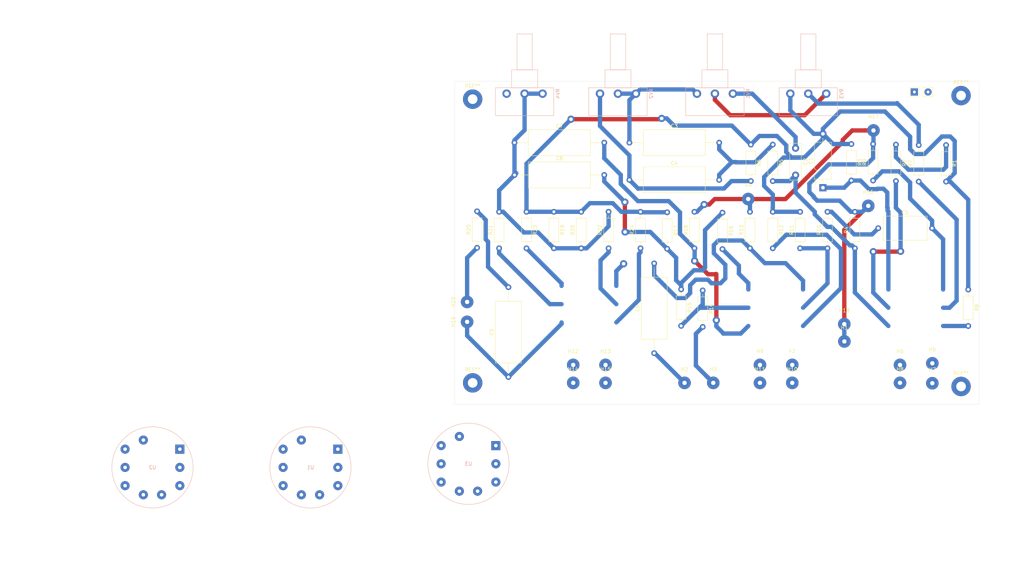
<source format=kicad_pcb>
(kicad_pcb (version 20171130) (host pcbnew "(5.1.5-0-10_14)")

  (general
    (thickness 1.6)
    (drawings 10)
    (tracks 314)
    (zones 0)
    (modules 67)
    (nets 41)
  )

  (page A3)
  (layers
    (0 F.Cu signal)
    (31 B.Cu signal)
    (32 B.Adhes user)
    (33 F.Adhes user)
    (34 B.Paste user)
    (35 F.Paste user)
    (36 B.SilkS user)
    (37 F.SilkS user)
    (38 B.Mask user)
    (39 F.Mask user)
    (40 Dwgs.User user)
    (41 Cmts.User user)
    (42 Eco1.User user)
    (43 Eco2.User user)
    (44 Edge.Cuts user)
    (45 Margin user)
    (46 B.CrtYd user)
    (47 F.CrtYd user)
    (48 B.Fab user)
    (49 F.Fab user)
  )

  (setup
    (last_trace_width 0.8)
    (user_trace_width 1.2)
    (trace_clearance 1)
    (zone_clearance 0.508)
    (zone_45_only no)
    (trace_min 0.2)
    (via_size 2)
    (via_drill 1)
    (via_min_size 0.4)
    (via_min_drill 0.3)
    (uvia_size 0.3)
    (uvia_drill 0.1)
    (uvias_allowed no)
    (uvia_min_size 0.2)
    (uvia_min_drill 0.1)
    (edge_width 0.05)
    (segment_width 0.2)
    (pcb_text_width 0.3)
    (pcb_text_size 1.5 1.5)
    (mod_edge_width 0.12)
    (mod_text_size 1 1)
    (mod_text_width 0.15)
    (pad_size 1.524 1.524)
    (pad_drill 0.762)
    (pad_to_mask_clearance 0.051)
    (solder_mask_min_width 0.25)
    (aux_axis_origin 0 0)
    (visible_elements FFFFFF7F)
    (pcbplotparams
      (layerselection 0x010fc_ffffffff)
      (usegerberextensions false)
      (usegerberattributes false)
      (usegerberadvancedattributes false)
      (creategerberjobfile false)
      (excludeedgelayer true)
      (linewidth 0.100000)
      (plotframeref false)
      (viasonmask false)
      (mode 1)
      (useauxorigin false)
      (hpglpennumber 1)
      (hpglpenspeed 20)
      (hpglpendiameter 15.000000)
      (psnegative false)
      (psa4output false)
      (plotreference true)
      (plotvalue true)
      (plotinvisibletext false)
      (padsonsilk false)
      (subtractmaskfromsilk false)
      (outputformat 1)
      (mirror false)
      (drillshape 1)
      (scaleselection 1)
      (outputdirectory ""))
  )

  (net 0 "")
  (net 1 GND)
  (net 2 "Net-(C1-Pad1)")
  (net 3 "Net-(C2-Pad2)")
  (net 4 "Net-(C2-Pad1)")
  (net 5 "Net-(C3-Pad2)")
  (net 6 "Net-(C3-Pad1)")
  (net 7 "Net-(C4-Pad1)")
  (net 8 "Net-(C5-Pad2)")
  (net 9 "Net-(C5-Pad1)")
  (net 10 "Net-(C6-Pad2)")
  (net 11 "Net-(C6-Pad1)")
  (net 12 "Net-(C7-Pad2)")
  (net 13 "Net-(C7-Pad1)")
  (net 14 "Net-(C8-Pad2)")
  (net 15 "Net-(C9-Pad2)")
  (net 16 "Net-(C9-Pad1)")
  (net 17 B1)
  (net 18 "Net-(H3-Pad1)")
  (net 19 "Net-(J1-PadT)")
  (net 20 "Net-(R2-Pad2)")
  (net 21 "Net-(R7-Pad2)")
  (net 22 "Net-(R7-Pad1)")
  (net 23 "Net-(R8-Pad2)")
  (net 24 "Net-(R10-Pad1)")
  (net 25 "Net-(R12-Pad2)")
  (net 26 "Net-(R14-Pad1)")
  (net 27 "Net-(R16-Pad2)")
  (net 28 "Net-(R21-Pad1)")
  (net 29 "Net-(R22-Pad1)")
  (net 30 "Net-(R23-Pad2)")
  (net 31 "Net-(R24-Pad1)")
  (net 32 "Net-(RV1-Pad2)")
  (net 33 "Net-(RV4-Pad1)")
  (net 34 "Net-(F2-Pad1)")
  (net 35 "Net-(H5-Pad1)")
  (net 36 "Net-(H7-Pad1)")
  (net 37 "Net-(H10-Pad1)")
  (net 38 "Net-(H12-Pad1)")
  (net 39 "Net-(H14-Pad1)")
  (net 40 "Net-(H20-Pad1)")

  (net_class Default "This is the default net class."
    (clearance 1)
    (trace_width 0.8)
    (via_dia 2)
    (via_drill 1)
    (uvia_dia 0.3)
    (uvia_drill 0.1)
    (add_net B1)
    (add_net GND)
    (add_net "Net-(C1-Pad1)")
    (add_net "Net-(C2-Pad1)")
    (add_net "Net-(C2-Pad2)")
    (add_net "Net-(C3-Pad1)")
    (add_net "Net-(C3-Pad2)")
    (add_net "Net-(C4-Pad1)")
    (add_net "Net-(C5-Pad1)")
    (add_net "Net-(C5-Pad2)")
    (add_net "Net-(C6-Pad1)")
    (add_net "Net-(C6-Pad2)")
    (add_net "Net-(C7-Pad1)")
    (add_net "Net-(C7-Pad2)")
    (add_net "Net-(C8-Pad2)")
    (add_net "Net-(C9-Pad1)")
    (add_net "Net-(C9-Pad2)")
    (add_net "Net-(F2-Pad1)")
    (add_net "Net-(H10-Pad1)")
    (add_net "Net-(H12-Pad1)")
    (add_net "Net-(H14-Pad1)")
    (add_net "Net-(H20-Pad1)")
    (add_net "Net-(H3-Pad1)")
    (add_net "Net-(H5-Pad1)")
    (add_net "Net-(H7-Pad1)")
    (add_net "Net-(J1-PadT)")
    (add_net "Net-(R10-Pad1)")
    (add_net "Net-(R12-Pad2)")
    (add_net "Net-(R14-Pad1)")
    (add_net "Net-(R16-Pad2)")
    (add_net "Net-(R2-Pad2)")
    (add_net "Net-(R21-Pad1)")
    (add_net "Net-(R22-Pad1)")
    (add_net "Net-(R23-Pad2)")
    (add_net "Net-(R24-Pad1)")
    (add_net "Net-(R7-Pad1)")
    (add_net "Net-(R7-Pad2)")
    (add_net "Net-(R8-Pad2)")
    (add_net "Net-(RV1-Pad2)")
    (add_net "Net-(RV4-Pad1)")
  )

  (module Connector_Wire:SolderWirePad_1x01_Drill1.2mm (layer F.Cu) (tedit 5AEE5EA7) (tstamp 5FF1DF69)
    (at 160 114 90)
    (descr "Wire solder connection")
    (tags connector)
    (path /60161CC6)
    (attr virtual)
    (fp_text reference H20 (at 0 -3.81 90) (layer F.SilkS)
      (effects (font (size 1 1) (thickness 0.15)))
    )
    (fp_text value F2 (at 0 3.175 90) (layer F.Fab)
      (effects (font (size 1 1) (thickness 0.15)))
    )
    (fp_line (start 2.25 2.25) (end -2.25 2.25) (layer F.CrtYd) (width 0.05))
    (fp_line (start 2.25 2.25) (end 2.25 -2.25) (layer F.CrtYd) (width 0.05))
    (fp_line (start -2.25 -2.25) (end -2.25 2.25) (layer F.CrtYd) (width 0.05))
    (fp_line (start -2.25 -2.25) (end 2.25 -2.25) (layer F.CrtYd) (width 0.05))
    (fp_text user %R (at 0 0 90) (layer F.Fab)
      (effects (font (size 1 1) (thickness 0.15)))
    )
    (pad 1 thru_hole circle (at 0 0 90) (size 3.50012 3.50012) (drill 1.19888) (layers *.Cu *.Mask)
      (net 40 "Net-(H20-Pad1)"))
  )

  (module Connector_Wire:SolderWirePad_1x01_Drill1.2mm (layer F.Cu) (tedit 5AEE5EA7) (tstamp 5FF1DF5F)
    (at 160 119.55 90)
    (descr "Wire solder connection")
    (tags connector)
    (path /60161CC0)
    (attr virtual)
    (fp_text reference H19 (at 0 -3.81 90) (layer F.SilkS)
      (effects (font (size 1 1) (thickness 0.15)))
    )
    (fp_text value F2 (at 0 3.175 90) (layer F.Fab)
      (effects (font (size 1 1) (thickness 0.15)))
    )
    (fp_line (start 2.25 2.25) (end -2.25 2.25) (layer F.CrtYd) (width 0.05))
    (fp_line (start 2.25 2.25) (end 2.25 -2.25) (layer F.CrtYd) (width 0.05))
    (fp_line (start -2.25 -2.25) (end -2.25 2.25) (layer F.CrtYd) (width 0.05))
    (fp_line (start -2.25 -2.25) (end 2.25 -2.25) (layer F.CrtYd) (width 0.05))
    (fp_text user %R (at 0 0 90) (layer F.Fab)
      (effects (font (size 1 1) (thickness 0.15)))
    )
    (pad 1 thru_hole circle (at 0 0 90) (size 3.50012 3.50012) (drill 1.19888) (layers *.Cu *.Mask)
      (net 16 "Net-(C9-Pad1)"))
  )

  (module Resistor_THT:R_Axial_DIN0207_L6.3mm_D2.5mm_P10.16mm_Horizontal (layer F.Cu) (tedit 5AE5139B) (tstamp 5FF1CFDE)
    (at 162.775 98.925 90)
    (descr "Resistor, Axial_DIN0207 series, Axial, Horizontal, pin pitch=10.16mm, 0.25W = 1/4W, length*diameter=6.3*2.5mm^2, http://cdn-reichelt.de/documents/datenblatt/B400/1_4W%23YAG.pdf")
    (tags "Resistor Axial_DIN0207 series Axial Horizontal pin pitch 10.16mm 0.25W = 1/4W length 6.3mm diameter 2.5mm")
    (path /602772D4)
    (fp_text reference R25 (at 5.08 -2.37 90) (layer F.SilkS)
      (effects (font (size 1 1) (thickness 0.15)))
    )
    (fp_text value 10k (at 5.08 2.37 90) (layer F.Fab)
      (effects (font (size 1 1) (thickness 0.15)))
    )
    (fp_text user %R (at 5.08 0 90) (layer F.Fab)
      (effects (font (size 1 1) (thickness 0.15)))
    )
    (fp_line (start 11.21 -1.5) (end -1.05 -1.5) (layer F.CrtYd) (width 0.05))
    (fp_line (start 11.21 1.5) (end 11.21 -1.5) (layer F.CrtYd) (width 0.05))
    (fp_line (start -1.05 1.5) (end 11.21 1.5) (layer F.CrtYd) (width 0.05))
    (fp_line (start -1.05 -1.5) (end -1.05 1.5) (layer F.CrtYd) (width 0.05))
    (fp_line (start 9.12 0) (end 8.35 0) (layer F.SilkS) (width 0.12))
    (fp_line (start 1.04 0) (end 1.81 0) (layer F.SilkS) (width 0.12))
    (fp_line (start 8.35 -1.37) (end 1.81 -1.37) (layer F.SilkS) (width 0.12))
    (fp_line (start 8.35 1.37) (end 8.35 -1.37) (layer F.SilkS) (width 0.12))
    (fp_line (start 1.81 1.37) (end 8.35 1.37) (layer F.SilkS) (width 0.12))
    (fp_line (start 1.81 -1.37) (end 1.81 1.37) (layer F.SilkS) (width 0.12))
    (fp_line (start 10.16 0) (end 8.23 0) (layer F.Fab) (width 0.1))
    (fp_line (start 0 0) (end 1.93 0) (layer F.Fab) (width 0.1))
    (fp_line (start 8.23 -1.25) (end 1.93 -1.25) (layer F.Fab) (width 0.1))
    (fp_line (start 8.23 1.25) (end 8.23 -1.25) (layer F.Fab) (width 0.1))
    (fp_line (start 1.93 1.25) (end 8.23 1.25) (layer F.Fab) (width 0.1))
    (fp_line (start 1.93 -1.25) (end 1.93 1.25) (layer F.Fab) (width 0.1))
    (pad 2 thru_hole oval (at 10.16 0 90) (size 1.6 1.6) (drill 0.8) (layers *.Cu *.Mask)
      (net 15 "Net-(C9-Pad2)"))
    (pad 1 thru_hole circle (at 0 0 90) (size 1.6 1.6) (drill 0.8) (layers *.Cu *.Mask)
      (net 40 "Net-(H20-Pad1)"))
    (model ${KISYS3DMOD}/Resistor_THT.3dshapes/R_Axial_DIN0207_L6.3mm_D2.5mm_P10.16mm_Horizontal.wrl
      (at (xyz 0 0 0))
      (scale (xyz 1 1 1))
      (rotate (xyz 0 0 0))
    )
  )

  (module Connector_Wire:SolderWirePad_1x01_Drill1.2mm (layer F.Cu) (tedit 5AEE5EA7) (tstamp 5FF1CB85)
    (at 265.025 120.175)
    (descr "Wire solder connection")
    (tags connector)
    (path /6012F0D8)
    (attr virtual)
    (fp_text reference H18 (at 0 -3.81) (layer F.SilkS)
      (effects (font (size 1 1) (thickness 0.15)))
    )
    (fp_text value B1+ (at 0 3.175) (layer F.Fab)
      (effects (font (size 1 1) (thickness 0.15)))
    )
    (fp_line (start 2.25 2.25) (end -2.25 2.25) (layer F.CrtYd) (width 0.05))
    (fp_line (start 2.25 2.25) (end 2.25 -2.25) (layer F.CrtYd) (width 0.05))
    (fp_line (start -2.25 -2.25) (end -2.25 2.25) (layer F.CrtYd) (width 0.05))
    (fp_line (start -2.25 -2.25) (end 2.25 -2.25) (layer F.CrtYd) (width 0.05))
    (fp_text user %R (at 0 0) (layer F.Fab)
      (effects (font (size 1 1) (thickness 0.15)))
    )
    (pad 1 thru_hole circle (at 0 0) (size 3.50012 3.50012) (drill 1.19888) (layers *.Cu *.Mask)
      (net 17 B1))
  )

  (module Connector_Wire:SolderWirePad_1x01_Drill1.2mm (layer F.Cu) (tedit 5AEE5EA7) (tstamp 5FF1CB7B)
    (at 273.15 66.25)
    (descr "Wire solder connection")
    (tags connector)
    (path /6012890B)
    (attr virtual)
    (fp_text reference H17 (at 0 -3.81) (layer F.SilkS)
      (effects (font (size 1 1) (thickness 0.15)))
    )
    (fp_text value B1+ (at 0 3.175) (layer F.Fab)
      (effects (font (size 1 1) (thickness 0.15)))
    )
    (fp_line (start 2.25 2.25) (end -2.25 2.25) (layer F.CrtYd) (width 0.05))
    (fp_line (start 2.25 2.25) (end 2.25 -2.25) (layer F.CrtYd) (width 0.05))
    (fp_line (start -2.25 -2.25) (end -2.25 2.25) (layer F.CrtYd) (width 0.05))
    (fp_line (start -2.25 -2.25) (end 2.25 -2.25) (layer F.CrtYd) (width 0.05))
    (fp_text user %R (at 0 0) (layer F.Fab)
      (effects (font (size 1 1) (thickness 0.15)))
    )
    (pad 1 thru_hole circle (at 0 0) (size 3.50012 3.50012) (drill 1.19888) (layers *.Cu *.Mask)
      (net 17 B1))
  )

  (module Connector_Wire:SolderWirePad_1x01_Drill1.2mm (layer F.Cu) (tedit 5AEE5EA7) (tstamp 5FF1CB71)
    (at 271.7 87.25)
    (descr "Wire solder connection")
    (tags connector)
    (path /60121E46)
    (attr virtual)
    (fp_text reference H16 (at 0 -3.81) (layer F.SilkS)
      (effects (font (size 1 1) (thickness 0.15)))
    )
    (fp_text value B1+ (at 0 3.175) (layer F.Fab)
      (effects (font (size 1 1) (thickness 0.15)))
    )
    (fp_line (start 2.25 2.25) (end -2.25 2.25) (layer F.CrtYd) (width 0.05))
    (fp_line (start 2.25 2.25) (end 2.25 -2.25) (layer F.CrtYd) (width 0.05))
    (fp_line (start -2.25 -2.25) (end -2.25 2.25) (layer F.CrtYd) (width 0.05))
    (fp_line (start -2.25 -2.25) (end 2.25 -2.25) (layer F.CrtYd) (width 0.05))
    (fp_text user %R (at 0 0) (layer F.Fab)
      (effects (font (size 1 1) (thickness 0.15)))
    )
    (pad 1 thru_hole circle (at 0 0) (size 3.50012 3.50012) (drill 1.19888) (layers *.Cu *.Mask)
      (net 17 B1))
  )

  (module Connector_Wire:SolderWirePad_1x01_Drill1.2mm (layer F.Cu) (tedit 5AEE5EA7) (tstamp 5FF1CAA1)
    (at 238.275 85.35)
    (descr "Wire solder connection")
    (tags connector)
    (path /6011B6EB)
    (attr virtual)
    (fp_text reference H4 (at 0 -3.81) (layer F.SilkS)
      (effects (font (size 1 1) (thickness 0.15)))
    )
    (fp_text value B1+ (at 0 3.175) (layer F.Fab)
      (effects (font (size 1 1) (thickness 0.15)))
    )
    (fp_line (start 2.25 2.25) (end -2.25 2.25) (layer F.CrtYd) (width 0.05))
    (fp_line (start 2.25 2.25) (end 2.25 -2.25) (layer F.CrtYd) (width 0.05))
    (fp_line (start -2.25 -2.25) (end -2.25 2.25) (layer F.CrtYd) (width 0.05))
    (fp_line (start -2.25 -2.25) (end 2.25 -2.25) (layer F.CrtYd) (width 0.05))
    (fp_text user %R (at 0 0) (layer F.Fab)
      (effects (font (size 1 1) (thickness 0.15)))
    )
    (pad 1 thru_hole circle (at 0 0) (size 3.50012 3.50012) (drill 1.19888) (layers *.Cu *.Mask)
      (net 17 B1))
  )

  (module Capacitor_THT:C_Axial_L17.0mm_D7.0mm_P25.00mm_Horizontal (layer F.Cu) (tedit 5AE50EF0) (tstamp 5FF1CA4F)
    (at 171.5 134.9 90)
    (descr "C, Axial series, Axial, Horizontal, pin pitch=25mm, , length*diameter=17*7.0mm^2, http://cdn-reichelt.de/documents/datenblatt/B300/STYROFLEX.pdf")
    (tags "C Axial series Axial Horizontal pin pitch 25mm  length 17mm diameter 7.0mm")
    (path /602772CE)
    (fp_text reference C9 (at 12.5 -4.62 90) (layer F.SilkS)
      (effects (font (size 1 1) (thickness 0.15)))
    )
    (fp_text value 22n (at 12.5 4.62 90) (layer F.Fab)
      (effects (font (size 1 1) (thickness 0.15)))
    )
    (fp_text user %R (at 12.5 0 90) (layer F.Fab)
      (effects (font (size 1 1) (thickness 0.15)))
    )
    (fp_line (start 26.05 -3.75) (end -1.05 -3.75) (layer F.CrtYd) (width 0.05))
    (fp_line (start 26.05 3.75) (end 26.05 -3.75) (layer F.CrtYd) (width 0.05))
    (fp_line (start -1.05 3.75) (end 26.05 3.75) (layer F.CrtYd) (width 0.05))
    (fp_line (start -1.05 -3.75) (end -1.05 3.75) (layer F.CrtYd) (width 0.05))
    (fp_line (start 23.96 0) (end 21.12 0) (layer F.SilkS) (width 0.12))
    (fp_line (start 1.04 0) (end 3.88 0) (layer F.SilkS) (width 0.12))
    (fp_line (start 21.12 -3.62) (end 3.88 -3.62) (layer F.SilkS) (width 0.12))
    (fp_line (start 21.12 3.62) (end 21.12 -3.62) (layer F.SilkS) (width 0.12))
    (fp_line (start 3.88 3.62) (end 21.12 3.62) (layer F.SilkS) (width 0.12))
    (fp_line (start 3.88 -3.62) (end 3.88 3.62) (layer F.SilkS) (width 0.12))
    (fp_line (start 25 0) (end 21 0) (layer F.Fab) (width 0.1))
    (fp_line (start 0 0) (end 4 0) (layer F.Fab) (width 0.1))
    (fp_line (start 21 -3.5) (end 4 -3.5) (layer F.Fab) (width 0.1))
    (fp_line (start 21 3.5) (end 21 -3.5) (layer F.Fab) (width 0.1))
    (fp_line (start 4 3.5) (end 21 3.5) (layer F.Fab) (width 0.1))
    (fp_line (start 4 -3.5) (end 4 3.5) (layer F.Fab) (width 0.1))
    (pad 2 thru_hole oval (at 25 0 90) (size 1.6 1.6) (drill 0.8) (layers *.Cu *.Mask)
      (net 15 "Net-(C9-Pad2)"))
    (pad 1 thru_hole circle (at 0 0 90) (size 1.6 1.6) (drill 0.8) (layers *.Cu *.Mask)
      (net 16 "Net-(C9-Pad1)"))
    (model ${KISYS3DMOD}/Capacitor_THT.3dshapes/C_Axial_L17.0mm_D7.0mm_P25.00mm_Horizontal.wrl
      (at (xyz 0 0 0))
      (scale (xyz 1 1 1))
      (rotate (xyz 0 0 0))
    )
  )

  (module MountingHole:MountingHole_2.7mm_M2.5_Pad (layer F.Cu) (tedit 56D1B4CB) (tstamp 5FF18952)
    (at 161.54 136.54)
    (descr "Mounting Hole 2.7mm, M2.5")
    (tags "mounting hole 2.7mm m2.5")
    (attr virtual)
    (fp_text reference REF** (at 0 -3.7) (layer F.SilkS)
      (effects (font (size 1 1) (thickness 0.15)))
    )
    (fp_text value MountingHole_2.7mm_M2.5_Pad (at 0 3.7) (layer F.Fab)
      (effects (font (size 1 1) (thickness 0.15)))
    )
    (fp_text user %R (at 0.3 0) (layer F.Fab)
      (effects (font (size 1 1) (thickness 0.15)))
    )
    (fp_circle (center 0 0) (end 2.7 0) (layer Cmts.User) (width 0.15))
    (fp_circle (center 0 0) (end 2.95 0) (layer F.CrtYd) (width 0.05))
    (pad 1 thru_hole circle (at 0 0) (size 5.4 5.4) (drill 2.7) (layers *.Cu *.Mask))
  )

  (module MountingHole:MountingHole_2.7mm_M2.5_Pad (layer F.Cu) (tedit 56D1B4CB) (tstamp 5FF18952)
    (at 297.54 137.54)
    (descr "Mounting Hole 2.7mm, M2.5")
    (tags "mounting hole 2.7mm m2.5")
    (attr virtual)
    (fp_text reference REF** (at 0 -3.7) (layer F.SilkS)
      (effects (font (size 1 1) (thickness 0.15)))
    )
    (fp_text value MountingHole_2.7mm_M2.5_Pad (at 0 3.7) (layer F.Fab)
      (effects (font (size 1 1) (thickness 0.15)))
    )
    (fp_text user %R (at 0.3 0) (layer F.Fab)
      (effects (font (size 1 1) (thickness 0.15)))
    )
    (fp_circle (center 0 0) (end 2.7 0) (layer Cmts.User) (width 0.15))
    (fp_circle (center 0 0) (end 2.95 0) (layer F.CrtYd) (width 0.05))
    (pad 1 thru_hole circle (at 0 0) (size 5.4 5.4) (drill 2.7) (layers *.Cu *.Mask))
  )

  (module MountingHole:MountingHole_2.7mm_M2.5_Pad (layer F.Cu) (tedit 56D1B4CB) (tstamp 5FF18952)
    (at 297.54 56.54)
    (descr "Mounting Hole 2.7mm, M2.5")
    (tags "mounting hole 2.7mm m2.5")
    (attr virtual)
    (fp_text reference REF** (at 0 -3.7) (layer F.SilkS)
      (effects (font (size 1 1) (thickness 0.15)))
    )
    (fp_text value MountingHole_2.7mm_M2.5_Pad (at 0 3.7) (layer F.Fab)
      (effects (font (size 1 1) (thickness 0.15)))
    )
    (fp_text user %R (at 0.3 0) (layer F.Fab)
      (effects (font (size 1 1) (thickness 0.15)))
    )
    (fp_circle (center 0 0) (end 2.7 0) (layer Cmts.User) (width 0.15))
    (fp_circle (center 0 0) (end 2.95 0) (layer F.CrtYd) (width 0.05))
    (pad 1 thru_hole circle (at 0 0) (size 5.4 5.4) (drill 2.7) (layers *.Cu *.Mask))
  )

  (module MountingHole:MountingHole_2.7mm_M2.5_Pad (layer F.Cu) (tedit 56D1B4CB) (tstamp 5FF188CE)
    (at 161.54 57.54)
    (descr "Mounting Hole 2.7mm, M2.5")
    (tags "mounting hole 2.7mm m2.5")
    (attr virtual)
    (fp_text reference REF** (at 0 -3.7) (layer F.SilkS)
      (effects (font (size 1 1) (thickness 0.15)))
    )
    (fp_text value MountingHole_2.7mm_M2.5_Pad (at 0 3.7) (layer F.Fab)
      (effects (font (size 1 1) (thickness 0.15)))
    )
    (fp_circle (center 0 0) (end 2.95 0) (layer F.CrtYd) (width 0.05))
    (fp_circle (center 0 0) (end 2.7 0) (layer Cmts.User) (width 0.15))
    (fp_text user %R (at 0.3 0) (layer F.Fab)
      (effects (font (size 1 1) (thickness 0.15)))
    )
    (pad 1 thru_hole circle (at 0 0) (size 5.4 5.4) (drill 2.7) (layers *.Cu *.Mask))
  )

  (module PEDALES:Audio_Jack_Mono (layer F.Cu) (tedit 5F7D8A10) (tstamp 5FF11E76)
    (at 284.54 55.54)
    (descr "Wire solder connection")
    (tags connector)
    (path /602771B0)
    (attr virtual)
    (fp_text reference J1 (at 1.905 -2.5) (layer Dwgs.User)
      (effects (font (size 1 1) (thickness 0.15)))
    )
    (fp_text value AudioJack2 (at 1.905 2.54) (layer F.Fab)
      (effects (font (size 1 1) (thickness 0.15)))
    )
    (fp_line (start 5.1 1.3) (end 5.1 0) (layer F.SilkS) (width 0.12))
    (fp_line (start 5 1.3) (end 5.1 1.3) (layer F.SilkS) (width 0.12))
    (fp_line (start 2.5 1.3) (end 5 1.3) (layer F.SilkS) (width 0.12))
    (fp_line (start 2.5 0) (end 2.5 1.3) (layer F.SilkS) (width 0.12))
    (fp_line (start 5.1 -1.3) (end 2.5 -1.3) (layer F.SilkS) (width 0.12))
    (fp_line (start 5.1 0) (end 5.1 -1.3) (layer F.SilkS) (width 0.12))
    (fp_line (start 2.5 0) (end 2.5 -1.3) (layer F.SilkS) (width 0.12))
    (fp_line (start -1.3 1.3) (end -1.3 -1.3) (layer F.SilkS) (width 0.12))
    (fp_line (start 1.3 1.3) (end -1.3 1.3) (layer F.SilkS) (width 0.12))
    (fp_line (start 1.3 -1.3) (end 1.3 1.3) (layer F.SilkS) (width 0.12))
    (fp_line (start -1.3 -1.3) (end 1.3 -1.3) (layer F.SilkS) (width 0.12))
    (fp_text user %R (at 1.905 0) (layer F.Fab)
      (effects (font (size 1 1) (thickness 0.15)))
    )
    (pad 2 thru_hole circle (at 3.81 0) (size 1.99898 1.99898) (drill 0.8001) (layers *.Cu *.Mask))
    (pad 1 thru_hole rect (at 0 0) (size 1.99898 1.99898) (drill 0.8001) (layers *.Cu *.Mask))
  )

  (module Connector_Wire:SolderWirePad_1x01_Drill1.2mm (layer F.Cu) (tedit 5AEE5EA7) (tstamp 5FF1397D)
    (at 198.54 136.54)
    (descr "Wire solder connection")
    (tags connector)
    (path /5FF73AED)
    (attr virtual)
    (fp_text reference H15 (at 0 -3.81) (layer F.SilkS)
      (effects (font (size 1 1) (thickness 0.15)))
    )
    (fp_text value F1 (at 0 3.175) (layer F.Fab)
      (effects (font (size 1 1) (thickness 0.15)))
    )
    (fp_line (start 2.25 2.25) (end -2.25 2.25) (layer F.CrtYd) (width 0.05))
    (fp_line (start 2.25 2.25) (end 2.25 -2.25) (layer F.CrtYd) (width 0.05))
    (fp_line (start -2.25 -2.25) (end -2.25 2.25) (layer F.CrtYd) (width 0.05))
    (fp_line (start -2.25 -2.25) (end 2.25 -2.25) (layer F.CrtYd) (width 0.05))
    (fp_text user %R (at 0 0) (layer F.Fab)
      (effects (font (size 1 1) (thickness 0.15)))
    )
    (pad 1 thru_hole circle (at 0 0) (size 3.50012 3.50012) (drill 1.19888) (layers *.Cu *.Mask)
      (net 39 "Net-(H14-Pad1)"))
  )

  (module Connector_Wire:SolderWirePad_1x01_Drill1.2mm (layer F.Cu) (tedit 5AEE5EA7) (tstamp 5FF13973)
    (at 189.54 136.54)
    (descr "Wire solder connection")
    (tags connector)
    (path /5FF6D8CB)
    (attr virtual)
    (fp_text reference H14 (at 0 -3.81) (layer F.SilkS)
      (effects (font (size 1 1) (thickness 0.15)))
    )
    (fp_text value F1 (at 0 3.175) (layer F.Fab)
      (effects (font (size 1 1) (thickness 0.15)))
    )
    (fp_line (start 2.25 2.25) (end -2.25 2.25) (layer F.CrtYd) (width 0.05))
    (fp_line (start 2.25 2.25) (end 2.25 -2.25) (layer F.CrtYd) (width 0.05))
    (fp_line (start -2.25 -2.25) (end -2.25 2.25) (layer F.CrtYd) (width 0.05))
    (fp_line (start -2.25 -2.25) (end 2.25 -2.25) (layer F.CrtYd) (width 0.05))
    (fp_text user %R (at 0 0) (layer F.Fab)
      (effects (font (size 1 1) (thickness 0.15)))
    )
    (pad 1 thru_hole circle (at 0 0) (size 3.50012 3.50012) (drill 1.19888) (layers *.Cu *.Mask)
      (net 39 "Net-(H14-Pad1)"))
  )

  (module Connector_Wire:SolderWirePad_1x01_Drill1.2mm (layer F.Cu) (tedit 5AEE5EA7) (tstamp 5FF13969)
    (at 198.54 131.54)
    (descr "Wire solder connection")
    (tags connector)
    (path /5FF96F5C)
    (attr virtual)
    (fp_text reference H13 (at 0 -3.81) (layer F.SilkS)
      (effects (font (size 1 1) (thickness 0.15)))
    )
    (fp_text value F2 (at 0 3.175) (layer F.Fab)
      (effects (font (size 1 1) (thickness 0.15)))
    )
    (fp_line (start 2.25 2.25) (end -2.25 2.25) (layer F.CrtYd) (width 0.05))
    (fp_line (start 2.25 2.25) (end 2.25 -2.25) (layer F.CrtYd) (width 0.05))
    (fp_line (start -2.25 -2.25) (end -2.25 2.25) (layer F.CrtYd) (width 0.05))
    (fp_line (start -2.25 -2.25) (end 2.25 -2.25) (layer F.CrtYd) (width 0.05))
    (fp_text user %R (at 0 0) (layer F.Fab)
      (effects (font (size 1 1) (thickness 0.15)))
    )
    (pad 1 thru_hole circle (at 0 0) (size 3.50012 3.50012) (drill 1.19888) (layers *.Cu *.Mask)
      (net 38 "Net-(H12-Pad1)"))
  )

  (module Connector_Wire:SolderWirePad_1x01_Drill1.2mm (layer F.Cu) (tedit 5AEE5EA7) (tstamp 5FF1395F)
    (at 189.54 131.54)
    (descr "Wire solder connection")
    (tags connector)
    (path /5FF912AD)
    (attr virtual)
    (fp_text reference H12 (at 0 -3.81) (layer F.SilkS)
      (effects (font (size 1 1) (thickness 0.15)))
    )
    (fp_text value F2 (at 0 3.175) (layer F.Fab)
      (effects (font (size 1 1) (thickness 0.15)))
    )
    (fp_line (start 2.25 2.25) (end -2.25 2.25) (layer F.CrtYd) (width 0.05))
    (fp_line (start 2.25 2.25) (end 2.25 -2.25) (layer F.CrtYd) (width 0.05))
    (fp_line (start -2.25 -2.25) (end -2.25 2.25) (layer F.CrtYd) (width 0.05))
    (fp_line (start -2.25 -2.25) (end 2.25 -2.25) (layer F.CrtYd) (width 0.05))
    (fp_text user %R (at 0 0) (layer F.Fab)
      (effects (font (size 1 1) (thickness 0.15)))
    )
    (pad 1 thru_hole circle (at 0 0) (size 3.50012 3.50012) (drill 1.19888) (layers *.Cu *.Mask)
      (net 38 "Net-(H12-Pad1)"))
  )

  (module Connector_Wire:SolderWirePad_1x01_Drill1.2mm (layer F.Cu) (tedit 5AEE5EA7) (tstamp 5FF1575C)
    (at 241.54 136.54)
    (descr "Wire solder connection")
    (tags connector)
    (path /5FF674FA)
    (attr virtual)
    (fp_text reference H11 (at 0 -3.81) (layer F.SilkS)
      (effects (font (size 1 1) (thickness 0.15)))
    )
    (fp_text value F1 (at 0 3.175) (layer F.Fab)
      (effects (font (size 1 1) (thickness 0.15)))
    )
    (fp_line (start 2.25 2.25) (end -2.25 2.25) (layer F.CrtYd) (width 0.05))
    (fp_line (start 2.25 2.25) (end 2.25 -2.25) (layer F.CrtYd) (width 0.05))
    (fp_line (start -2.25 -2.25) (end -2.25 2.25) (layer F.CrtYd) (width 0.05))
    (fp_line (start -2.25 -2.25) (end 2.25 -2.25) (layer F.CrtYd) (width 0.05))
    (fp_text user %R (at 0 0) (layer F.Fab)
      (effects (font (size 1 1) (thickness 0.15)))
    )
    (pad 1 thru_hole circle (at 0 0) (size 3.50012 3.50012) (drill 1.19888) (layers *.Cu *.Mask)
      (net 37 "Net-(H10-Pad1)"))
  )

  (module Connector_Wire:SolderWirePad_1x01_Drill1.2mm (layer F.Cu) (tedit 5AEE5EA7) (tstamp 5FF1394B)
    (at 250.54 136.54)
    (descr "Wire solder connection")
    (tags connector)
    (path /5FF61812)
    (attr virtual)
    (fp_text reference H10 (at 0 -3.81) (layer F.SilkS)
      (effects (font (size 1 1) (thickness 0.15)))
    )
    (fp_text value F1 (at 0 3.175) (layer F.Fab)
      (effects (font (size 1 1) (thickness 0.15)))
    )
    (fp_line (start 2.25 2.25) (end -2.25 2.25) (layer F.CrtYd) (width 0.05))
    (fp_line (start 2.25 2.25) (end 2.25 -2.25) (layer F.CrtYd) (width 0.05))
    (fp_line (start -2.25 -2.25) (end -2.25 2.25) (layer F.CrtYd) (width 0.05))
    (fp_line (start -2.25 -2.25) (end 2.25 -2.25) (layer F.CrtYd) (width 0.05))
    (fp_text user %R (at 0 0) (layer F.Fab)
      (effects (font (size 1 1) (thickness 0.15)))
    )
    (pad 1 thru_hole circle (at 0 0) (size 3.50012 3.50012) (drill 1.19888) (layers *.Cu *.Mask)
      (net 37 "Net-(H10-Pad1)"))
  )

  (module Connector_Wire:SolderWirePad_1x01_Drill1.2mm (layer F.Cu) (tedit 5AEE5EA7) (tstamp 5FF1578A)
    (at 241.54 131.54)
    (descr "Wire solder connection")
    (tags connector)
    (path /5FF85903)
    (attr virtual)
    (fp_text reference H9 (at 0 -3.81) (layer F.SilkS)
      (effects (font (size 1 1) (thickness 0.15)))
    )
    (fp_text value F2 (at 0 3.175) (layer F.Fab)
      (effects (font (size 1 1) (thickness 0.15)))
    )
    (fp_line (start 2.25 2.25) (end -2.25 2.25) (layer F.CrtYd) (width 0.05))
    (fp_line (start 2.25 2.25) (end 2.25 -2.25) (layer F.CrtYd) (width 0.05))
    (fp_line (start -2.25 -2.25) (end -2.25 2.25) (layer F.CrtYd) (width 0.05))
    (fp_line (start -2.25 -2.25) (end 2.25 -2.25) (layer F.CrtYd) (width 0.05))
    (fp_text user %R (at 0 0) (layer F.Fab)
      (effects (font (size 1 1) (thickness 0.15)))
    )
    (pad 1 thru_hole circle (at 0 0) (size 3.50012 3.50012) (drill 1.19888) (layers *.Cu *.Mask)
      (net 34 "Net-(F2-Pad1)"))
  )

  (module Connector_Wire:SolderWirePad_1x01_Drill1.2mm (layer F.Cu) (tedit 5AEE5EA7) (tstamp 5FF13937)
    (at 280.54 136.54)
    (descr "Wire solder connection")
    (tags connector)
    (path /5FFDBA17)
    (attr virtual)
    (fp_text reference H8 (at 0 -3.81) (layer F.SilkS)
      (effects (font (size 1 1) (thickness 0.15)))
    )
    (fp_text value F1 (at 0 3.175) (layer F.Fab)
      (effects (font (size 1 1) (thickness 0.15)))
    )
    (fp_line (start 2.25 2.25) (end -2.25 2.25) (layer F.CrtYd) (width 0.05))
    (fp_line (start 2.25 2.25) (end 2.25 -2.25) (layer F.CrtYd) (width 0.05))
    (fp_line (start -2.25 -2.25) (end -2.25 2.25) (layer F.CrtYd) (width 0.05))
    (fp_line (start -2.25 -2.25) (end 2.25 -2.25) (layer F.CrtYd) (width 0.05))
    (fp_text user %R (at 0 0) (layer F.Fab)
      (effects (font (size 1 1) (thickness 0.15)))
    )
    (pad 1 thru_hole circle (at 0 0) (size 3.50012 3.50012) (drill 1.19888) (layers *.Cu *.Mask)
      (net 36 "Net-(H7-Pad1)"))
  )

  (module Connector_Wire:SolderWirePad_1x01_Drill1.2mm (layer F.Cu) (tedit 5AEE5EA7) (tstamp 5FF1392D)
    (at 289.54 136.64)
    (descr "Wire solder connection")
    (tags connector)
    (path /5FFDBA11)
    (attr virtual)
    (fp_text reference H7 (at 0 -3.81) (layer F.SilkS)
      (effects (font (size 1 1) (thickness 0.15)))
    )
    (fp_text value F1 (at 0 3.175) (layer F.Fab)
      (effects (font (size 1 1) (thickness 0.15)))
    )
    (fp_line (start 2.25 2.25) (end -2.25 2.25) (layer F.CrtYd) (width 0.05))
    (fp_line (start 2.25 2.25) (end 2.25 -2.25) (layer F.CrtYd) (width 0.05))
    (fp_line (start -2.25 -2.25) (end -2.25 2.25) (layer F.CrtYd) (width 0.05))
    (fp_line (start -2.25 -2.25) (end 2.25 -2.25) (layer F.CrtYd) (width 0.05))
    (fp_text user %R (at 0 0) (layer F.Fab)
      (effects (font (size 1 1) (thickness 0.15)))
    )
    (pad 1 thru_hole circle (at 0 0) (size 3.50012 3.50012) (drill 1.19888) (layers *.Cu *.Mask)
      (net 36 "Net-(H7-Pad1)"))
  )

  (module Connector_Wire:SolderWirePad_1x01_Drill1.2mm (layer F.Cu) (tedit 5AEE5EA7) (tstamp 5FF13923)
    (at 280.54 131.54)
    (descr "Wire solder connection")
    (tags connector)
    (path /5FF4F6EE)
    (attr virtual)
    (fp_text reference H6 (at 0 -3.81) (layer F.SilkS)
      (effects (font (size 1 1) (thickness 0.15)))
    )
    (fp_text value F2 (at 0 3.175) (layer F.Fab)
      (effects (font (size 1 1) (thickness 0.15)))
    )
    (fp_line (start 2.25 2.25) (end -2.25 2.25) (layer F.CrtYd) (width 0.05))
    (fp_line (start 2.25 2.25) (end 2.25 -2.25) (layer F.CrtYd) (width 0.05))
    (fp_line (start -2.25 -2.25) (end -2.25 2.25) (layer F.CrtYd) (width 0.05))
    (fp_line (start -2.25 -2.25) (end 2.25 -2.25) (layer F.CrtYd) (width 0.05))
    (fp_text user %R (at 0 0) (layer F.Fab)
      (effects (font (size 1 1) (thickness 0.15)))
    )
    (pad 1 thru_hole circle (at 0 0) (size 3.50012 3.50012) (drill 1.19888) (layers *.Cu *.Mask)
      (net 35 "Net-(H5-Pad1)"))
  )

  (module Connector_Wire:SolderWirePad_1x01_Drill1.2mm (layer F.Cu) (tedit 5AEE5EA7) (tstamp 5FF13919)
    (at 289.54 131.09)
    (descr "Wire solder connection")
    (tags connector)
    (path /5FF7F5DF)
    (attr virtual)
    (fp_text reference H5 (at 0 -3.81) (layer F.SilkS)
      (effects (font (size 1 1) (thickness 0.15)))
    )
    (fp_text value F2 (at 0 3.175) (layer F.Fab)
      (effects (font (size 1 1) (thickness 0.15)))
    )
    (fp_line (start 2.25 2.25) (end -2.25 2.25) (layer F.CrtYd) (width 0.05))
    (fp_line (start 2.25 2.25) (end 2.25 -2.25) (layer F.CrtYd) (width 0.05))
    (fp_line (start -2.25 -2.25) (end -2.25 2.25) (layer F.CrtYd) (width 0.05))
    (fp_line (start -2.25 -2.25) (end 2.25 -2.25) (layer F.CrtYd) (width 0.05))
    (fp_text user %R (at 0 0) (layer F.Fab)
      (effects (font (size 1 1) (thickness 0.15)))
    )
    (pad 1 thru_hole circle (at 0 0) (size 3.50012 3.50012) (drill 1.19888) (layers *.Cu *.Mask)
      (net 35 "Net-(H5-Pad1)"))
  )

  (module Connector_Wire:SolderWirePad_1x01_Drill1.2mm (layer F.Cu) (tedit 5AEE5EA7) (tstamp 5FF138C7)
    (at 250.54 131.54)
    (descr "Wire solder connection")
    (tags connector)
    (path /5FF8B637)
    (attr virtual)
    (fp_text reference F2 (at 0 -3.81) (layer F.SilkS)
      (effects (font (size 1 1) (thickness 0.15)))
    )
    (fp_text value F2 (at 0 3.175) (layer F.Fab)
      (effects (font (size 1 1) (thickness 0.15)))
    )
    (fp_line (start 2.25 2.25) (end -2.25 2.25) (layer F.CrtYd) (width 0.05))
    (fp_line (start 2.25 2.25) (end 2.25 -2.25) (layer F.CrtYd) (width 0.05))
    (fp_line (start -2.25 -2.25) (end -2.25 2.25) (layer F.CrtYd) (width 0.05))
    (fp_line (start -2.25 -2.25) (end 2.25 -2.25) (layer F.CrtYd) (width 0.05))
    (fp_text user %R (at 0 0) (layer F.Fab)
      (effects (font (size 1 1) (thickness 0.15)))
    )
    (pad 1 thru_hole circle (at 0 0) (size 3.50012 3.50012) (drill 1.19888) (layers *.Cu *.Mask)
      (net 34 "Net-(F2-Pad1)"))
  )

  (module Valve:Valve_Noval_P (layer B.Cu) (tedit 5A030096) (tstamp 5FF12184)
    (at 168 154)
    (descr "Valve NOVAL P")
    (tags "Valve NOVAL P")
    (path /60277341)
    (fp_text reference U3 (at -7.62 5.08) (layer B.SilkS)
      (effects (font (size 1 1) (thickness 0.15)) (justify mirror))
    )
    (fp_text value ECC99 (at 4.57 -4.95) (layer B.Fab)
      (effects (font (size 1 1) (thickness 0.15)) (justify mirror))
    )
    (fp_circle (center -7.62 5.08) (end -13.34 -0.63) (layer B.Fab) (width 0.1))
    (fp_circle (center -7.62 5.08) (end 1.63 -1.42) (layer B.CrtYd) (width 0.05))
    (fp_circle (center -7.62 5.08) (end 1.63 -1.42) (layer B.SilkS) (width 0.12))
    (fp_text user %R (at -7.62 5.08) (layer B.Fab)
      (effects (font (size 1 1) (thickness 0.15)) (justify mirror))
    )
    (pad 9 thru_hole circle (at -10.16 -2.54) (size 2.54 5.08) (drill 1) (layers *.Cu *.Mask)
      (net 38 "Net-(H12-Pad1)"))
    (pad 8 thru_hole circle (at -15.24 0) (size 2.54 5.08) (drill 1) (layers *.Cu *.Mask)
      (net 30 "Net-(R23-Pad2)"))
    (pad 7 thru_hole circle (at -15.24 5.08) (size 2.54 5.08) (drill 1) (layers *.Cu *.Mask)
      (net 28 "Net-(R21-Pad1)"))
    (pad 6 thru_hole circle (at -15.24 10.16) (size 2.54 5.08) (drill 1) (layers *.Cu *.Mask)
      (net 16 "Net-(C9-Pad1)"))
    (pad 5 thru_hole circle (at -10.16 12.7) (size 2.54 5.08) (drill 1) (layers *.Cu *.Mask)
      (net 39 "Net-(H14-Pad1)"))
    (pad 4 thru_hole circle (at -5.08 12.7) (size 2.54 5.08) (drill 1) (layers *.Cu *.Mask)
      (net 39 "Net-(H14-Pad1)"))
    (pad 3 thru_hole circle (at 0 10.16) (size 2.54 5.08) (drill 1) (layers *.Cu *.Mask)
      (net 31 "Net-(R24-Pad1)"))
    (pad 2 thru_hole circle (at 0 5.08) (size 2.54 5.08) (drill 1) (layers *.Cu *.Mask)
      (net 29 "Net-(R22-Pad1)"))
    (pad 1 thru_hole rect (at 0 0) (size 2.54 2.54) (drill 1) (layers *.Cu *.Mask)
      (net 40 "Net-(H20-Pad1)"))
    (model ${KISYS3DMOD}/Valve.3dshapes/Valve_Noval_P.wrl
      (at (xyz 0 0 0))
      (scale (xyz 1 1 1))
      (rotate (xyz 0 0 0))
    )
  )

  (module Valve:Valve_Noval_P (layer B.Cu) (tedit 5A030096) (tstamp 5FF12173)
    (at 80 155)
    (descr "Valve NOVAL P")
    (tags "Valve NOVAL P")
    (path /602771AA)
    (fp_text reference U2 (at -7.62 5.08) (layer B.SilkS)
      (effects (font (size 1 1) (thickness 0.15)) (justify mirror))
    )
    (fp_text value ECC83 (at 4.57 -4.95) (layer B.Fab)
      (effects (font (size 1 1) (thickness 0.15)) (justify mirror))
    )
    (fp_circle (center -7.62 5.08) (end -13.34 -0.63) (layer B.Fab) (width 0.1))
    (fp_circle (center -7.62 5.08) (end 1.63 -1.42) (layer B.CrtYd) (width 0.05))
    (fp_circle (center -7.62 5.08) (end 1.63 -1.42) (layer B.SilkS) (width 0.12))
    (fp_text user %R (at -7.62 5.08) (layer B.Fab)
      (effects (font (size 1 1) (thickness 0.15)) (justify mirror))
    )
    (pad 9 thru_hole circle (at -10.16 -2.54) (size 2.54 5.08) (drill 1) (layers *.Cu *.Mask)
      (net 34 "Net-(F2-Pad1)"))
    (pad 8 thru_hole circle (at -15.24 0) (size 2.54 5.08) (drill 1) (layers *.Cu *.Mask)
      (net 27 "Net-(R16-Pad2)"))
    (pad 7 thru_hole circle (at -15.24 5.08) (size 2.54 5.08) (drill 1) (layers *.Cu *.Mask)
      (net 26 "Net-(R14-Pad1)"))
    (pad 6 thru_hole circle (at -15.24 10.16) (size 2.54 5.08) (drill 1) (layers *.Cu *.Mask)
      (net 12 "Net-(C7-Pad2)"))
    (pad 5 thru_hole circle (at -10.16 12.7) (size 2.54 5.08) (drill 1) (layers *.Cu *.Mask)
      (net 37 "Net-(H10-Pad1)"))
    (pad 4 thru_hole circle (at -5.08 12.7) (size 2.54 5.08) (drill 1) (layers *.Cu *.Mask)
      (net 37 "Net-(H10-Pad1)"))
    (pad 3 thru_hole circle (at 0 10.16) (size 2.54 5.08) (drill 1) (layers *.Cu *.Mask)
      (net 25 "Net-(R12-Pad2)"))
    (pad 2 thru_hole circle (at 0 5.08) (size 2.54 5.08) (drill 1) (layers *.Cu *.Mask)
      (net 24 "Net-(R10-Pad1)"))
    (pad 1 thru_hole rect (at 0 0) (size 2.54 2.54) (drill 1) (layers *.Cu *.Mask)
      (net 10 "Net-(C6-Pad2)"))
    (model ${KISYS3DMOD}/Valve.3dshapes/Valve_Noval_P.wrl
      (at (xyz 0 0 0))
      (scale (xyz 1 1 1))
      (rotate (xyz 0 0 0))
    )
  )

  (module Valve:Valve_Noval_P (layer B.Cu) (tedit 5A030096) (tstamp 5FF15640)
    (at 124 155)
    (descr "Valve NOVAL P")
    (tags "Valve NOVAL P")
    (path /6027719E)
    (fp_text reference U1 (at -7.62 5.08) (layer B.SilkS)
      (effects (font (size 1 1) (thickness 0.15)) (justify mirror))
    )
    (fp_text value ECC83 (at 4.57 -4.95) (layer B.Fab)
      (effects (font (size 1 1) (thickness 0.15)) (justify mirror))
    )
    (fp_circle (center -7.62 5.08) (end -13.34 -0.63) (layer B.Fab) (width 0.1))
    (fp_circle (center -7.62 5.08) (end 1.63 -1.42) (layer B.CrtYd) (width 0.05))
    (fp_circle (center -7.62 5.08) (end 1.63 -1.42) (layer B.SilkS) (width 0.12))
    (fp_text user %R (at -7.62 5.08) (layer B.Fab)
      (effects (font (size 1 1) (thickness 0.15)) (justify mirror))
    )
    (pad 9 thru_hole circle (at -10.16 -2.54) (size 2.54 5.08) (drill 1) (layers *.Cu *.Mask)
      (net 35 "Net-(H5-Pad1)"))
    (pad 8 thru_hole circle (at -15.24 0) (size 2.54 5.08) (drill 1) (layers *.Cu *.Mask)
      (net 2 "Net-(C1-Pad1)"))
    (pad 7 thru_hole circle (at -15.24 5.08) (size 2.54 5.08) (drill 1) (layers *.Cu *.Mask)
      (net 20 "Net-(R2-Pad2)"))
    (pad 6 thru_hole circle (at -15.24 10.16) (size 2.54 5.08) (drill 1) (layers *.Cu *.Mask)
      (net 3 "Net-(C2-Pad2)"))
    (pad 5 thru_hole circle (at -10.16 12.7) (size 2.54 5.08) (drill 1) (layers *.Cu *.Mask)
      (net 36 "Net-(H7-Pad1)"))
    (pad 4 thru_hole circle (at -5.08 12.7) (size 2.54 5.08) (drill 1) (layers *.Cu *.Mask)
      (net 36 "Net-(H7-Pad1)"))
    (pad 3 thru_hole circle (at 0 10.16) (size 2.54 5.08) (drill 1) (layers *.Cu *.Mask)
      (net 23 "Net-(R8-Pad2)"))
    (pad 2 thru_hole circle (at 0 5.08) (size 2.54 5.08) (drill 1) (layers *.Cu *.Mask)
      (net 22 "Net-(R7-Pad1)"))
    (pad 1 thru_hole rect (at 0 0) (size 2.54 2.54) (drill 1) (layers *.Cu *.Mask)
      (net 8 "Net-(C5-Pad2)"))
    (model ${KISYS3DMOD}/Valve.3dshapes/Valve_Noval_P.wrl
      (at (xyz 0 0 0))
      (scale (xyz 1 1 1))
      (rotate (xyz 0 0 0))
    )
  )

  (module Potentiometer_THT:Potentiometer_Piher_T-16H_Single_Horizontal (layer B.Cu) (tedit 5A3D4993) (tstamp 5FF12145)
    (at 171 56 90)
    (descr "Potentiometer, horizontal, Piher T-16H Single, http://www.piher-nacesa.com/pdf/22-T16v03.pdf")
    (tags "Potentiometer horizontal Piher T-16H Single")
    (path /60277359)
    (fp_text reference RV4 (at 0 14.25 270) (layer B.SilkS)
      (effects (font (size 1 1) (thickness 0.15)) (justify mirror))
    )
    (fp_text value A250k (at 0 -4.25 270) (layer B.Fab)
      (effects (font (size 1 1) (thickness 0.15)) (justify mirror))
    )
    (fp_text user %R (at -2.25 5 270) (layer B.Fab)
      (effects (font (size 1 1) (thickness 0.15)) (justify mirror))
    )
    (fp_line (start 16.75 13.25) (end -6.25 13.25) (layer B.CrtYd) (width 0.05))
    (fp_line (start 16.75 -3.25) (end 16.75 13.25) (layer B.CrtYd) (width 0.05))
    (fp_line (start -6.25 -3.25) (end 16.75 -3.25) (layer B.CrtYd) (width 0.05))
    (fp_line (start -6.25 13.25) (end -6.25 -3.25) (layer B.CrtYd) (width 0.05))
    (fp_line (start 16.62 7.12) (end 16.62 2.88) (layer B.SilkS) (width 0.12))
    (fp_line (start 6.62 7.12) (end 6.62 2.88) (layer B.SilkS) (width 0.12))
    (fp_line (start 6.62 2.88) (end 16.62 2.88) (layer B.SilkS) (width 0.12))
    (fp_line (start 6.62 7.12) (end 16.62 7.12) (layer B.SilkS) (width 0.12))
    (fp_line (start 6.62 8.62) (end 6.62 1.38) (layer B.SilkS) (width 0.12))
    (fp_line (start 1.62 8.62) (end 1.62 1.38) (layer B.SilkS) (width 0.12))
    (fp_line (start 1.62 1.38) (end 6.62 1.38) (layer B.SilkS) (width 0.12))
    (fp_line (start 1.62 8.62) (end 6.62 8.62) (layer B.SilkS) (width 0.12))
    (fp_line (start 1.62 13.12) (end 1.62 -3.12) (layer B.SilkS) (width 0.12))
    (fp_line (start -6.12 13.12) (end -6.12 -3.12) (layer B.SilkS) (width 0.12))
    (fp_line (start -6.12 -3.12) (end 1.62 -3.12) (layer B.SilkS) (width 0.12))
    (fp_line (start -6.12 13.12) (end 1.62 13.12) (layer B.SilkS) (width 0.12))
    (fp_line (start 16.5 7) (end 6.5 7) (layer B.Fab) (width 0.1))
    (fp_line (start 16.5 3) (end 16.5 7) (layer B.Fab) (width 0.1))
    (fp_line (start 6.5 3) (end 16.5 3) (layer B.Fab) (width 0.1))
    (fp_line (start 6.5 7) (end 6.5 3) (layer B.Fab) (width 0.1))
    (fp_line (start 6.5 8.5) (end 1.5 8.5) (layer B.Fab) (width 0.1))
    (fp_line (start 6.5 1.5) (end 6.5 8.5) (layer B.Fab) (width 0.1))
    (fp_line (start 1.5 1.5) (end 6.5 1.5) (layer B.Fab) (width 0.1))
    (fp_line (start 1.5 8.5) (end 1.5 1.5) (layer B.Fab) (width 0.1))
    (fp_line (start 1.5 13) (end -6 13) (layer B.Fab) (width 0.1))
    (fp_line (start 1.5 -3) (end 1.5 13) (layer B.Fab) (width 0.1))
    (fp_line (start -6 -3) (end 1.5 -3) (layer B.Fab) (width 0.1))
    (fp_line (start -6 13) (end -6 -3) (layer B.Fab) (width 0.1))
    (pad 1 thru_hole circle (at 0 0 90) (size 2.34 2.34) (drill 1.3) (layers *.Cu *.Mask)
      (net 33 "Net-(RV4-Pad1)"))
    (pad 2 thru_hole circle (at 0 5 90) (size 2.34 2.34) (drill 1.3) (layers *.Cu *.Mask)
      (net 13 "Net-(C7-Pad1)"))
    (pad 3 thru_hole circle (at 0 10 90) (size 2.34 2.34) (drill 1.3) (layers *.Cu *.Mask)
      (net 13 "Net-(C7-Pad1)"))
    (model ${KISYS3DMOD}/Potentiometer_THT.3dshapes/Potentiometer_Piher_T-16H_Single_Horizontal.wrl
      (at (xyz 0 0 0))
      (scale (xyz 1 1 1))
      (rotate (xyz 0 0 0))
    )
  )

  (module Potentiometer_THT:Potentiometer_Piher_T-16H_Single_Horizontal (layer B.Cu) (tedit 5A3D4993) (tstamp 5FF12121)
    (at 250 56 90)
    (descr "Potentiometer, horizontal, Piher T-16H Single, http://www.piher-nacesa.com/pdf/22-T16v03.pdf")
    (tags "Potentiometer horizontal Piher T-16H Single")
    (path /6027723A)
    (fp_text reference RV3 (at 0 14.25 270) (layer B.SilkS)
      (effects (font (size 1 1) (thickness 0.15)) (justify mirror))
    )
    (fp_text value A1M (at 0 -4.25 270) (layer B.Fab)
      (effects (font (size 1 1) (thickness 0.15)) (justify mirror))
    )
    (fp_text user %R (at -2.25 5 270) (layer B.Fab)
      (effects (font (size 1 1) (thickness 0.15)) (justify mirror))
    )
    (fp_line (start 16.75 13.25) (end -6.25 13.25) (layer B.CrtYd) (width 0.05))
    (fp_line (start 16.75 -3.25) (end 16.75 13.25) (layer B.CrtYd) (width 0.05))
    (fp_line (start -6.25 -3.25) (end 16.75 -3.25) (layer B.CrtYd) (width 0.05))
    (fp_line (start -6.25 13.25) (end -6.25 -3.25) (layer B.CrtYd) (width 0.05))
    (fp_line (start 16.62 7.12) (end 16.62 2.88) (layer B.SilkS) (width 0.12))
    (fp_line (start 6.62 7.12) (end 6.62 2.88) (layer B.SilkS) (width 0.12))
    (fp_line (start 6.62 2.88) (end 16.62 2.88) (layer B.SilkS) (width 0.12))
    (fp_line (start 6.62 7.12) (end 16.62 7.12) (layer B.SilkS) (width 0.12))
    (fp_line (start 6.62 8.62) (end 6.62 1.38) (layer B.SilkS) (width 0.12))
    (fp_line (start 1.62 8.62) (end 1.62 1.38) (layer B.SilkS) (width 0.12))
    (fp_line (start 1.62 1.38) (end 6.62 1.38) (layer B.SilkS) (width 0.12))
    (fp_line (start 1.62 8.62) (end 6.62 8.62) (layer B.SilkS) (width 0.12))
    (fp_line (start 1.62 13.12) (end 1.62 -3.12) (layer B.SilkS) (width 0.12))
    (fp_line (start -6.12 13.12) (end -6.12 -3.12) (layer B.SilkS) (width 0.12))
    (fp_line (start -6.12 -3.12) (end 1.62 -3.12) (layer B.SilkS) (width 0.12))
    (fp_line (start -6.12 13.12) (end 1.62 13.12) (layer B.SilkS) (width 0.12))
    (fp_line (start 16.5 7) (end 6.5 7) (layer B.Fab) (width 0.1))
    (fp_line (start 16.5 3) (end 16.5 7) (layer B.Fab) (width 0.1))
    (fp_line (start 6.5 3) (end 16.5 3) (layer B.Fab) (width 0.1))
    (fp_line (start 6.5 7) (end 6.5 3) (layer B.Fab) (width 0.1))
    (fp_line (start 6.5 8.5) (end 1.5 8.5) (layer B.Fab) (width 0.1))
    (fp_line (start 6.5 1.5) (end 6.5 8.5) (layer B.Fab) (width 0.1))
    (fp_line (start 1.5 1.5) (end 6.5 1.5) (layer B.Fab) (width 0.1))
    (fp_line (start 1.5 8.5) (end 1.5 1.5) (layer B.Fab) (width 0.1))
    (fp_line (start 1.5 13) (end -6 13) (layer B.Fab) (width 0.1))
    (fp_line (start 1.5 -3) (end 1.5 13) (layer B.Fab) (width 0.1))
    (fp_line (start -6 -3) (end 1.5 -3) (layer B.Fab) (width 0.1))
    (fp_line (start -6 13) (end -6 -3) (layer B.Fab) (width 0.1))
    (pad 1 thru_hole circle (at 0 0 90) (size 2.34 2.34) (drill 1.3) (layers *.Cu *.Mask)
      (net 1 GND))
    (pad 2 thru_hole circle (at 0 5 90) (size 2.34 2.34) (drill 1.3) (layers *.Cu *.Mask)
      (net 21 "Net-(R7-Pad2)"))
    (pad 3 thru_hole circle (at 0 10 90) (size 2.34 2.34) (drill 1.3) (layers *.Cu *.Mask)
      (net 32 "Net-(RV1-Pad2)"))
    (model ${KISYS3DMOD}/Potentiometer_THT.3dshapes/Potentiometer_Piher_T-16H_Single_Horizontal.wrl
      (at (xyz 0 0 0))
      (scale (xyz 1 1 1))
      (rotate (xyz 0 0 0))
    )
  )

  (module Potentiometer_THT:Potentiometer_Piher_T-16H_Single_Horizontal (layer B.Cu) (tedit 5A3D4993) (tstamp 5FF120FD)
    (at 197 56 90)
    (descr "Potentiometer, horizontal, Piher T-16H Single, http://www.piher-nacesa.com/pdf/22-T16v03.pdf")
    (tags "Potentiometer horizontal Piher T-16H Single")
    (path /60277234)
    (fp_text reference RV2 (at 0 14.25 270) (layer B.SilkS)
      (effects (font (size 1 1) (thickness 0.15)) (justify mirror))
    )
    (fp_text value A1M (at 0 -4.25 270) (layer B.Fab)
      (effects (font (size 1 1) (thickness 0.15)) (justify mirror))
    )
    (fp_text user %R (at -2.25 5 270) (layer B.Fab)
      (effects (font (size 1 1) (thickness 0.15)) (justify mirror))
    )
    (fp_line (start 16.75 13.25) (end -6.25 13.25) (layer B.CrtYd) (width 0.05))
    (fp_line (start 16.75 -3.25) (end 16.75 13.25) (layer B.CrtYd) (width 0.05))
    (fp_line (start -6.25 -3.25) (end 16.75 -3.25) (layer B.CrtYd) (width 0.05))
    (fp_line (start -6.25 13.25) (end -6.25 -3.25) (layer B.CrtYd) (width 0.05))
    (fp_line (start 16.62 7.12) (end 16.62 2.88) (layer B.SilkS) (width 0.12))
    (fp_line (start 6.62 7.12) (end 6.62 2.88) (layer B.SilkS) (width 0.12))
    (fp_line (start 6.62 2.88) (end 16.62 2.88) (layer B.SilkS) (width 0.12))
    (fp_line (start 6.62 7.12) (end 16.62 7.12) (layer B.SilkS) (width 0.12))
    (fp_line (start 6.62 8.62) (end 6.62 1.38) (layer B.SilkS) (width 0.12))
    (fp_line (start 1.62 8.62) (end 1.62 1.38) (layer B.SilkS) (width 0.12))
    (fp_line (start 1.62 1.38) (end 6.62 1.38) (layer B.SilkS) (width 0.12))
    (fp_line (start 1.62 8.62) (end 6.62 8.62) (layer B.SilkS) (width 0.12))
    (fp_line (start 1.62 13.12) (end 1.62 -3.12) (layer B.SilkS) (width 0.12))
    (fp_line (start -6.12 13.12) (end -6.12 -3.12) (layer B.SilkS) (width 0.12))
    (fp_line (start -6.12 -3.12) (end 1.62 -3.12) (layer B.SilkS) (width 0.12))
    (fp_line (start -6.12 13.12) (end 1.62 13.12) (layer B.SilkS) (width 0.12))
    (fp_line (start 16.5 7) (end 6.5 7) (layer B.Fab) (width 0.1))
    (fp_line (start 16.5 3) (end 16.5 7) (layer B.Fab) (width 0.1))
    (fp_line (start 6.5 3) (end 16.5 3) (layer B.Fab) (width 0.1))
    (fp_line (start 6.5 7) (end 6.5 3) (layer B.Fab) (width 0.1))
    (fp_line (start 6.5 8.5) (end 1.5 8.5) (layer B.Fab) (width 0.1))
    (fp_line (start 6.5 1.5) (end 6.5 8.5) (layer B.Fab) (width 0.1))
    (fp_line (start 1.5 1.5) (end 6.5 1.5) (layer B.Fab) (width 0.1))
    (fp_line (start 1.5 8.5) (end 1.5 1.5) (layer B.Fab) (width 0.1))
    (fp_line (start 1.5 13) (end -6 13) (layer B.Fab) (width 0.1))
    (fp_line (start 1.5 -3) (end 1.5 13) (layer B.Fab) (width 0.1))
    (fp_line (start -6 -3) (end 1.5 -3) (layer B.Fab) (width 0.1))
    (fp_line (start -6 13) (end -6 -3) (layer B.Fab) (width 0.1))
    (pad 1 thru_hole circle (at 0 0 90) (size 2.34 2.34) (drill 1.3) (layers *.Cu *.Mask)
      (net 7 "Net-(C4-Pad1)"))
    (pad 2 thru_hole circle (at 0 5 90) (size 2.34 2.34) (drill 1.3) (layers *.Cu *.Mask)
      (net 6 "Net-(C3-Pad1)"))
    (pad 3 thru_hole circle (at 0 10 90) (size 2.34 2.34) (drill 1.3) (layers *.Cu *.Mask)
      (net 6 "Net-(C3-Pad1)"))
    (model ${KISYS3DMOD}/Potentiometer_THT.3dshapes/Potentiometer_Piher_T-16H_Single_Horizontal.wrl
      (at (xyz 0 0 0))
      (scale (xyz 1 1 1))
      (rotate (xyz 0 0 0))
    )
  )

  (module Potentiometer_THT:Potentiometer_Piher_T-16H_Single_Horizontal (layer B.Cu) (tedit 5A3D4993) (tstamp 5FF120D9)
    (at 224 56 90)
    (descr "Potentiometer, horizontal, Piher T-16H Single, http://www.piher-nacesa.com/pdf/22-T16v03.pdf")
    (tags "Potentiometer horizontal Piher T-16H Single")
    (path /60277209)
    (fp_text reference RV1 (at 0 14.25 270) (layer B.SilkS)
      (effects (font (size 1 1) (thickness 0.15)) (justify mirror))
    )
    (fp_text value A250k (at 0 -4.25 270) (layer B.Fab)
      (effects (font (size 1 1) (thickness 0.15)) (justify mirror))
    )
    (fp_text user %R (at -2.25 5 270) (layer B.Fab)
      (effects (font (size 1 1) (thickness 0.15)) (justify mirror))
    )
    (fp_line (start 16.75 13.25) (end -6.25 13.25) (layer B.CrtYd) (width 0.05))
    (fp_line (start 16.75 -3.25) (end 16.75 13.25) (layer B.CrtYd) (width 0.05))
    (fp_line (start -6.25 -3.25) (end 16.75 -3.25) (layer B.CrtYd) (width 0.05))
    (fp_line (start -6.25 13.25) (end -6.25 -3.25) (layer B.CrtYd) (width 0.05))
    (fp_line (start 16.62 7.12) (end 16.62 2.88) (layer B.SilkS) (width 0.12))
    (fp_line (start 6.62 7.12) (end 6.62 2.88) (layer B.SilkS) (width 0.12))
    (fp_line (start 6.62 2.88) (end 16.62 2.88) (layer B.SilkS) (width 0.12))
    (fp_line (start 6.62 7.12) (end 16.62 7.12) (layer B.SilkS) (width 0.12))
    (fp_line (start 6.62 8.62) (end 6.62 1.38) (layer B.SilkS) (width 0.12))
    (fp_line (start 1.62 8.62) (end 1.62 1.38) (layer B.SilkS) (width 0.12))
    (fp_line (start 1.62 1.38) (end 6.62 1.38) (layer B.SilkS) (width 0.12))
    (fp_line (start 1.62 8.62) (end 6.62 8.62) (layer B.SilkS) (width 0.12))
    (fp_line (start 1.62 13.12) (end 1.62 -3.12) (layer B.SilkS) (width 0.12))
    (fp_line (start -6.12 13.12) (end -6.12 -3.12) (layer B.SilkS) (width 0.12))
    (fp_line (start -6.12 -3.12) (end 1.62 -3.12) (layer B.SilkS) (width 0.12))
    (fp_line (start -6.12 13.12) (end 1.62 13.12) (layer B.SilkS) (width 0.12))
    (fp_line (start 16.5 7) (end 6.5 7) (layer B.Fab) (width 0.1))
    (fp_line (start 16.5 3) (end 16.5 7) (layer B.Fab) (width 0.1))
    (fp_line (start 6.5 3) (end 16.5 3) (layer B.Fab) (width 0.1))
    (fp_line (start 6.5 7) (end 6.5 3) (layer B.Fab) (width 0.1))
    (fp_line (start 6.5 8.5) (end 1.5 8.5) (layer B.Fab) (width 0.1))
    (fp_line (start 6.5 1.5) (end 6.5 8.5) (layer B.Fab) (width 0.1))
    (fp_line (start 1.5 1.5) (end 6.5 1.5) (layer B.Fab) (width 0.1))
    (fp_line (start 1.5 8.5) (end 1.5 1.5) (layer B.Fab) (width 0.1))
    (fp_line (start 1.5 13) (end -6 13) (layer B.Fab) (width 0.1))
    (fp_line (start 1.5 -3) (end 1.5 13) (layer B.Fab) (width 0.1))
    (fp_line (start -6 -3) (end 1.5 -3) (layer B.Fab) (width 0.1))
    (fp_line (start -6 13) (end -6 -3) (layer B.Fab) (width 0.1))
    (pad 1 thru_hole circle (at 0 0 90) (size 2.34 2.34) (drill 1.3) (layers *.Cu *.Mask)
      (net 6 "Net-(C3-Pad1)"))
    (pad 2 thru_hole circle (at 0 5 90) (size 2.34 2.34) (drill 1.3) (layers *.Cu *.Mask)
      (net 32 "Net-(RV1-Pad2)"))
    (pad 3 thru_hole circle (at 0 10 90) (size 2.34 2.34) (drill 1.3) (layers *.Cu *.Mask)
      (net 4 "Net-(C2-Pad1)"))
    (model ${KISYS3DMOD}/Potentiometer_THT.3dshapes/Potentiometer_Piher_T-16H_Single_Horizontal.wrl
      (at (xyz 0 0 0))
      (scale (xyz 1 1 1))
      (rotate (xyz 0 0 0))
    )
  )

  (module Resistor_THT:R_Axial_DIN0207_L6.3mm_D2.5mm_P10.16mm_Horizontal (layer F.Cu) (tedit 5AE5139B) (tstamp 5FF1209E)
    (at 208.28 99.06 90)
    (descr "Resistor, Axial_DIN0207 series, Axial, Horizontal, pin pitch=10.16mm, 0.25W = 1/4W, length*diameter=6.3*2.5mm^2, http://cdn-reichelt.de/documents/datenblatt/B400/1_4W%23YAG.pdf")
    (tags "Resistor Axial_DIN0207 series Axial Horizontal pin pitch 10.16mm 0.25W = 1/4W length 6.3mm diameter 2.5mm")
    (path /60277335)
    (fp_text reference R24 (at 5.08 -2.37 90) (layer F.SilkS)
      (effects (font (size 1 1) (thickness 0.15)))
    )
    (fp_text value 560R (at 5.08 2.37 90) (layer F.Fab)
      (effects (font (size 1 1) (thickness 0.15)))
    )
    (fp_text user %R (at 5.08 0 90) (layer F.Fab)
      (effects (font (size 1 1) (thickness 0.15)))
    )
    (fp_line (start 11.21 -1.5) (end -1.05 -1.5) (layer F.CrtYd) (width 0.05))
    (fp_line (start 11.21 1.5) (end 11.21 -1.5) (layer F.CrtYd) (width 0.05))
    (fp_line (start -1.05 1.5) (end 11.21 1.5) (layer F.CrtYd) (width 0.05))
    (fp_line (start -1.05 -1.5) (end -1.05 1.5) (layer F.CrtYd) (width 0.05))
    (fp_line (start 9.12 0) (end 8.35 0) (layer F.SilkS) (width 0.12))
    (fp_line (start 1.04 0) (end 1.81 0) (layer F.SilkS) (width 0.12))
    (fp_line (start 8.35 -1.37) (end 1.81 -1.37) (layer F.SilkS) (width 0.12))
    (fp_line (start 8.35 1.37) (end 8.35 -1.37) (layer F.SilkS) (width 0.12))
    (fp_line (start 1.81 1.37) (end 8.35 1.37) (layer F.SilkS) (width 0.12))
    (fp_line (start 1.81 -1.37) (end 1.81 1.37) (layer F.SilkS) (width 0.12))
    (fp_line (start 10.16 0) (end 8.23 0) (layer F.Fab) (width 0.1))
    (fp_line (start 0 0) (end 1.93 0) (layer F.Fab) (width 0.1))
    (fp_line (start 8.23 -1.25) (end 1.93 -1.25) (layer F.Fab) (width 0.1))
    (fp_line (start 8.23 1.25) (end 8.23 -1.25) (layer F.Fab) (width 0.1))
    (fp_line (start 1.93 1.25) (end 8.23 1.25) (layer F.Fab) (width 0.1))
    (fp_line (start 1.93 -1.25) (end 1.93 1.25) (layer F.Fab) (width 0.1))
    (pad 2 thru_hole oval (at 10.16 0 90) (size 1.6 1.6) (drill 0.8) (layers *.Cu *.Mask)
      (net 1 GND))
    (pad 1 thru_hole circle (at 0 0 90) (size 1.6 1.6) (drill 0.8) (layers *.Cu *.Mask)
      (net 31 "Net-(R24-Pad1)"))
    (model ${KISYS3DMOD}/Resistor_THT.3dshapes/R_Axial_DIN0207_L6.3mm_D2.5mm_P10.16mm_Horizontal.wrl
      (at (xyz 0 0 0))
      (scale (xyz 1 1 1))
      (rotate (xyz 0 0 0))
    )
  )

  (module Resistor_THT:R_Axial_DIN0207_L6.3mm_D2.5mm_P10.16mm_Horizontal (layer F.Cu) (tedit 5AE5139B) (tstamp 5FF12087)
    (at 176.53 88.9 270)
    (descr "Resistor, Axial_DIN0207 series, Axial, Horizontal, pin pitch=10.16mm, 0.25W = 1/4W, length*diameter=6.3*2.5mm^2, http://cdn-reichelt.de/documents/datenblatt/B400/1_4W%23YAG.pdf")
    (tags "Resistor Axial_DIN0207 series Axial Horizontal pin pitch 10.16mm 0.25W = 1/4W length 6.3mm diameter 2.5mm")
    (path /6027733B)
    (fp_text reference R23 (at 5.08 -2.37 90) (layer F.SilkS)
      (effects (font (size 1 1) (thickness 0.15)))
    )
    (fp_text value 560R (at 5.08 2.37 90) (layer F.Fab)
      (effects (font (size 1 1) (thickness 0.15)))
    )
    (fp_text user %R (at 5.08 0 90) (layer F.Fab)
      (effects (font (size 1 1) (thickness 0.15)))
    )
    (fp_line (start 11.21 -1.5) (end -1.05 -1.5) (layer F.CrtYd) (width 0.05))
    (fp_line (start 11.21 1.5) (end 11.21 -1.5) (layer F.CrtYd) (width 0.05))
    (fp_line (start -1.05 1.5) (end 11.21 1.5) (layer F.CrtYd) (width 0.05))
    (fp_line (start -1.05 -1.5) (end -1.05 1.5) (layer F.CrtYd) (width 0.05))
    (fp_line (start 9.12 0) (end 8.35 0) (layer F.SilkS) (width 0.12))
    (fp_line (start 1.04 0) (end 1.81 0) (layer F.SilkS) (width 0.12))
    (fp_line (start 8.35 -1.37) (end 1.81 -1.37) (layer F.SilkS) (width 0.12))
    (fp_line (start 8.35 1.37) (end 8.35 -1.37) (layer F.SilkS) (width 0.12))
    (fp_line (start 1.81 1.37) (end 8.35 1.37) (layer F.SilkS) (width 0.12))
    (fp_line (start 1.81 -1.37) (end 1.81 1.37) (layer F.SilkS) (width 0.12))
    (fp_line (start 10.16 0) (end 8.23 0) (layer F.Fab) (width 0.1))
    (fp_line (start 0 0) (end 1.93 0) (layer F.Fab) (width 0.1))
    (fp_line (start 8.23 -1.25) (end 1.93 -1.25) (layer F.Fab) (width 0.1))
    (fp_line (start 8.23 1.25) (end 8.23 -1.25) (layer F.Fab) (width 0.1))
    (fp_line (start 1.93 1.25) (end 8.23 1.25) (layer F.Fab) (width 0.1))
    (fp_line (start 1.93 -1.25) (end 1.93 1.25) (layer F.Fab) (width 0.1))
    (pad 2 thru_hole oval (at 10.16 0 270) (size 1.6 1.6) (drill 0.8) (layers *.Cu *.Mask)
      (net 30 "Net-(R23-Pad2)"))
    (pad 1 thru_hole circle (at 0 0 270) (size 1.6 1.6) (drill 0.8) (layers *.Cu *.Mask)
      (net 1 GND))
    (model ${KISYS3DMOD}/Resistor_THT.3dshapes/R_Axial_DIN0207_L6.3mm_D2.5mm_P10.16mm_Horizontal.wrl
      (at (xyz 0 0 0))
      (scale (xyz 1 1 1))
      (rotate (xyz 0 0 0))
    )
  )

  (module Resistor_THT:R_Axial_DIN0207_L6.3mm_D2.5mm_P10.16mm_Horizontal (layer F.Cu) (tedit 5AE5139B) (tstamp 5FF12070)
    (at 199.39 99.06 90)
    (descr "Resistor, Axial_DIN0207 series, Axial, Horizontal, pin pitch=10.16mm, 0.25W = 1/4W, length*diameter=6.3*2.5mm^2, http://cdn-reichelt.de/documents/datenblatt/B400/1_4W%23YAG.pdf")
    (tags "Resistor Axial_DIN0207 series Axial Horizontal pin pitch 10.16mm 0.25W = 1/4W length 6.3mm diameter 2.5mm")
    (path /60277326)
    (fp_text reference R22 (at 5.08 -2.37 90) (layer F.SilkS)
      (effects (font (size 1 1) (thickness 0.15)))
    )
    (fp_text value 22k (at 5.08 2.37 90) (layer F.Fab)
      (effects (font (size 1 1) (thickness 0.15)))
    )
    (fp_text user %R (at 5.08 0 90) (layer F.Fab)
      (effects (font (size 1 1) (thickness 0.15)))
    )
    (fp_line (start 11.21 -1.5) (end -1.05 -1.5) (layer F.CrtYd) (width 0.05))
    (fp_line (start 11.21 1.5) (end 11.21 -1.5) (layer F.CrtYd) (width 0.05))
    (fp_line (start -1.05 1.5) (end 11.21 1.5) (layer F.CrtYd) (width 0.05))
    (fp_line (start -1.05 -1.5) (end -1.05 1.5) (layer F.CrtYd) (width 0.05))
    (fp_line (start 9.12 0) (end 8.35 0) (layer F.SilkS) (width 0.12))
    (fp_line (start 1.04 0) (end 1.81 0) (layer F.SilkS) (width 0.12))
    (fp_line (start 8.35 -1.37) (end 1.81 -1.37) (layer F.SilkS) (width 0.12))
    (fp_line (start 8.35 1.37) (end 8.35 -1.37) (layer F.SilkS) (width 0.12))
    (fp_line (start 1.81 1.37) (end 8.35 1.37) (layer F.SilkS) (width 0.12))
    (fp_line (start 1.81 -1.37) (end 1.81 1.37) (layer F.SilkS) (width 0.12))
    (fp_line (start 10.16 0) (end 8.23 0) (layer F.Fab) (width 0.1))
    (fp_line (start 0 0) (end 1.93 0) (layer F.Fab) (width 0.1))
    (fp_line (start 8.23 -1.25) (end 1.93 -1.25) (layer F.Fab) (width 0.1))
    (fp_line (start 8.23 1.25) (end 8.23 -1.25) (layer F.Fab) (width 0.1))
    (fp_line (start 1.93 1.25) (end 8.23 1.25) (layer F.Fab) (width 0.1))
    (fp_line (start 1.93 -1.25) (end 1.93 1.25) (layer F.Fab) (width 0.1))
    (pad 2 thru_hole oval (at 10.16 0 90) (size 1.6 1.6) (drill 0.8) (layers *.Cu *.Mask)
      (net 13 "Net-(C7-Pad1)"))
    (pad 1 thru_hole circle (at 0 0 90) (size 1.6 1.6) (drill 0.8) (layers *.Cu *.Mask)
      (net 29 "Net-(R22-Pad1)"))
    (model ${KISYS3DMOD}/Resistor_THT.3dshapes/R_Axial_DIN0207_L6.3mm_D2.5mm_P10.16mm_Horizontal.wrl
      (at (xyz 0 0 0))
      (scale (xyz 1 1 1))
      (rotate (xyz 0 0 0))
    )
  )

  (module Resistor_THT:R_Axial_DIN0207_L6.3mm_D2.5mm_P10.16mm_Horizontal (layer F.Cu) (tedit 5AE5139B) (tstamp 5FF12059)
    (at 168.91 99.06 90)
    (descr "Resistor, Axial_DIN0207 series, Axial, Horizontal, pin pitch=10.16mm, 0.25W = 1/4W, length*diameter=6.3*2.5mm^2, http://cdn-reichelt.de/documents/datenblatt/B400/1_4W%23YAG.pdf")
    (tags "Resistor Axial_DIN0207 series Axial Horizontal pin pitch 10.16mm 0.25W = 1/4W length 6.3mm diameter 2.5mm")
    (path /6027732C)
    (fp_text reference R21 (at 5.08 -2.37 90) (layer F.SilkS)
      (effects (font (size 1 1) (thickness 0.15)))
    )
    (fp_text value 22k (at 5.08 2.37 90) (layer F.Fab)
      (effects (font (size 1 1) (thickness 0.15)))
    )
    (fp_text user %R (at 5.08 0 90) (layer F.Fab)
      (effects (font (size 1 1) (thickness 0.15)))
    )
    (fp_line (start 11.21 -1.5) (end -1.05 -1.5) (layer F.CrtYd) (width 0.05))
    (fp_line (start 11.21 1.5) (end 11.21 -1.5) (layer F.CrtYd) (width 0.05))
    (fp_line (start -1.05 1.5) (end 11.21 1.5) (layer F.CrtYd) (width 0.05))
    (fp_line (start -1.05 -1.5) (end -1.05 1.5) (layer F.CrtYd) (width 0.05))
    (fp_line (start 9.12 0) (end 8.35 0) (layer F.SilkS) (width 0.12))
    (fp_line (start 1.04 0) (end 1.81 0) (layer F.SilkS) (width 0.12))
    (fp_line (start 8.35 -1.37) (end 1.81 -1.37) (layer F.SilkS) (width 0.12))
    (fp_line (start 8.35 1.37) (end 8.35 -1.37) (layer F.SilkS) (width 0.12))
    (fp_line (start 1.81 1.37) (end 8.35 1.37) (layer F.SilkS) (width 0.12))
    (fp_line (start 1.81 -1.37) (end 1.81 1.37) (layer F.SilkS) (width 0.12))
    (fp_line (start 10.16 0) (end 8.23 0) (layer F.Fab) (width 0.1))
    (fp_line (start 0 0) (end 1.93 0) (layer F.Fab) (width 0.1))
    (fp_line (start 8.23 -1.25) (end 1.93 -1.25) (layer F.Fab) (width 0.1))
    (fp_line (start 8.23 1.25) (end 8.23 -1.25) (layer F.Fab) (width 0.1))
    (fp_line (start 1.93 1.25) (end 8.23 1.25) (layer F.Fab) (width 0.1))
    (fp_line (start 1.93 -1.25) (end 1.93 1.25) (layer F.Fab) (width 0.1))
    (pad 2 thru_hole oval (at 10.16 0 90) (size 1.6 1.6) (drill 0.8) (layers *.Cu *.Mask)
      (net 13 "Net-(C7-Pad1)"))
    (pad 1 thru_hole circle (at 0 0 90) (size 1.6 1.6) (drill 0.8) (layers *.Cu *.Mask)
      (net 28 "Net-(R21-Pad1)"))
    (model ${KISYS3DMOD}/Resistor_THT.3dshapes/R_Axial_DIN0207_L6.3mm_D2.5mm_P10.16mm_Horizontal.wrl
      (at (xyz 0 0 0))
      (scale (xyz 1 1 1))
      (rotate (xyz 0 0 0))
    )
  )

  (module Resistor_THT:R_Axial_DIN0207_L6.3mm_D2.5mm_P10.16mm_Horizontal (layer F.Cu) (tedit 5AE5139B) (tstamp 5FF12042)
    (at 191.77 99.06 90)
    (descr "Resistor, Axial_DIN0207 series, Axial, Horizontal, pin pitch=10.16mm, 0.25W = 1/4W, length*diameter=6.3*2.5mm^2, http://cdn-reichelt.de/documents/datenblatt/B400/1_4W%23YAG.pdf")
    (tags "Resistor Axial_DIN0207 series Axial Horizontal pin pitch 10.16mm 0.25W = 1/4W length 6.3mm diameter 2.5mm")
    (path /6027734D)
    (fp_text reference R20 (at 5.08 -2.37 90) (layer F.SilkS)
      (effects (font (size 1 1) (thickness 0.15)))
    )
    (fp_text value 220k (at 5.08 2.37 90) (layer F.Fab)
      (effects (font (size 1 1) (thickness 0.15)))
    )
    (fp_text user %R (at 5.08 0 90) (layer F.Fab)
      (effects (font (size 1 1) (thickness 0.15)))
    )
    (fp_line (start 11.21 -1.5) (end -1.05 -1.5) (layer F.CrtYd) (width 0.05))
    (fp_line (start 11.21 1.5) (end 11.21 -1.5) (layer F.CrtYd) (width 0.05))
    (fp_line (start -1.05 1.5) (end 11.21 1.5) (layer F.CrtYd) (width 0.05))
    (fp_line (start -1.05 -1.5) (end -1.05 1.5) (layer F.CrtYd) (width 0.05))
    (fp_line (start 9.12 0) (end 8.35 0) (layer F.SilkS) (width 0.12))
    (fp_line (start 1.04 0) (end 1.81 0) (layer F.SilkS) (width 0.12))
    (fp_line (start 8.35 -1.37) (end 1.81 -1.37) (layer F.SilkS) (width 0.12))
    (fp_line (start 8.35 1.37) (end 8.35 -1.37) (layer F.SilkS) (width 0.12))
    (fp_line (start 1.81 1.37) (end 8.35 1.37) (layer F.SilkS) (width 0.12))
    (fp_line (start 1.81 -1.37) (end 1.81 1.37) (layer F.SilkS) (width 0.12))
    (fp_line (start 10.16 0) (end 8.23 0) (layer F.Fab) (width 0.1))
    (fp_line (start 0 0) (end 1.93 0) (layer F.Fab) (width 0.1))
    (fp_line (start 8.23 -1.25) (end 1.93 -1.25) (layer F.Fab) (width 0.1))
    (fp_line (start 8.23 1.25) (end 8.23 -1.25) (layer F.Fab) (width 0.1))
    (fp_line (start 1.93 1.25) (end 8.23 1.25) (layer F.Fab) (width 0.1))
    (fp_line (start 1.93 -1.25) (end 1.93 1.25) (layer F.Fab) (width 0.1))
    (pad 2 thru_hole oval (at 10.16 0 90) (size 1.6 1.6) (drill 0.8) (layers *.Cu *.Mask)
      (net 1 GND))
    (pad 1 thru_hole circle (at 0 0 90) (size 1.6 1.6) (drill 0.8) (layers *.Cu *.Mask)
      (net 13 "Net-(C7-Pad1)"))
    (model ${KISYS3DMOD}/Resistor_THT.3dshapes/R_Axial_DIN0207_L6.3mm_D2.5mm_P10.16mm_Horizontal.wrl
      (at (xyz 0 0 0))
      (scale (xyz 1 1 1))
      (rotate (xyz 0 0 0))
    )
  )

  (module Resistor_THT:R_Axial_DIN0207_L6.3mm_D2.5mm_P10.16mm_Horizontal (layer F.Cu) (tedit 5AE5139B) (tstamp 5FF1202B)
    (at 184.15 88.9 270)
    (descr "Resistor, Axial_DIN0207 series, Axial, Horizontal, pin pitch=10.16mm, 0.25W = 1/4W, length*diameter=6.3*2.5mm^2, http://cdn-reichelt.de/documents/datenblatt/B400/1_4W%23YAG.pdf")
    (tags "Resistor Axial_DIN0207 series Axial Horizontal pin pitch 10.16mm 0.25W = 1/4W length 6.3mm diameter 2.5mm")
    (path /60277353)
    (fp_text reference R19 (at 5.08 -2.37 90) (layer F.SilkS)
      (effects (font (size 1 1) (thickness 0.15)))
    )
    (fp_text value 220k (at 5.08 2.37 90) (layer F.Fab)
      (effects (font (size 1 1) (thickness 0.15)))
    )
    (fp_text user %R (at 5.08 0 90) (layer F.Fab)
      (effects (font (size 1 1) (thickness 0.15)))
    )
    (fp_line (start 11.21 -1.5) (end -1.05 -1.5) (layer F.CrtYd) (width 0.05))
    (fp_line (start 11.21 1.5) (end 11.21 -1.5) (layer F.CrtYd) (width 0.05))
    (fp_line (start -1.05 1.5) (end 11.21 1.5) (layer F.CrtYd) (width 0.05))
    (fp_line (start -1.05 -1.5) (end -1.05 1.5) (layer F.CrtYd) (width 0.05))
    (fp_line (start 9.12 0) (end 8.35 0) (layer F.SilkS) (width 0.12))
    (fp_line (start 1.04 0) (end 1.81 0) (layer F.SilkS) (width 0.12))
    (fp_line (start 8.35 -1.37) (end 1.81 -1.37) (layer F.SilkS) (width 0.12))
    (fp_line (start 8.35 1.37) (end 8.35 -1.37) (layer F.SilkS) (width 0.12))
    (fp_line (start 1.81 1.37) (end 8.35 1.37) (layer F.SilkS) (width 0.12))
    (fp_line (start 1.81 -1.37) (end 1.81 1.37) (layer F.SilkS) (width 0.12))
    (fp_line (start 10.16 0) (end 8.23 0) (layer F.Fab) (width 0.1))
    (fp_line (start 0 0) (end 1.93 0) (layer F.Fab) (width 0.1))
    (fp_line (start 8.23 -1.25) (end 1.93 -1.25) (layer F.Fab) (width 0.1))
    (fp_line (start 8.23 1.25) (end 8.23 -1.25) (layer F.Fab) (width 0.1))
    (fp_line (start 1.93 1.25) (end 8.23 1.25) (layer F.Fab) (width 0.1))
    (fp_line (start 1.93 -1.25) (end 1.93 1.25) (layer F.Fab) (width 0.1))
    (pad 2 thru_hole oval (at 10.16 0 270) (size 1.6 1.6) (drill 0.8) (layers *.Cu *.Mask)
      (net 13 "Net-(C7-Pad1)"))
    (pad 1 thru_hole circle (at 0 0 270) (size 1.6 1.6) (drill 0.8) (layers *.Cu *.Mask)
      (net 1 GND))
    (model ${KISYS3DMOD}/Resistor_THT.3dshapes/R_Axial_DIN0207_L6.3mm_D2.5mm_P10.16mm_Horizontal.wrl
      (at (xyz 0 0 0))
      (scale (xyz 1 1 1))
      (rotate (xyz 0 0 0))
    )
  )

  (module Resistor_THT:R_Axial_DIN0207_L6.3mm_D2.5mm_P10.16mm_Horizontal (layer F.Cu) (tedit 5AE5139B) (tstamp 5FF12014)
    (at 223.3 99.06 90)
    (descr "Resistor, Axial_DIN0207 series, Axial, Horizontal, pin pitch=10.16mm, 0.25W = 1/4W, length*diameter=6.3*2.5mm^2, http://cdn-reichelt.de/documents/datenblatt/B400/1_4W%23YAG.pdf")
    (tags "Resistor Axial_DIN0207 series Axial Horizontal pin pitch 10.16mm 0.25W = 1/4W length 6.3mm diameter 2.5mm")
    (path /6027736D)
    (fp_text reference R18 (at 5.08 -2.37 90) (layer F.SilkS)
      (effects (font (size 1 1) (thickness 0.15)))
    )
    (fp_text value 47k (at 5.08 2.37 90) (layer F.Fab)
      (effects (font (size 1 1) (thickness 0.15)))
    )
    (fp_text user %R (at 5.08 0 90) (layer F.Fab)
      (effects (font (size 1 1) (thickness 0.15)))
    )
    (fp_line (start 11.21 -1.5) (end -1.05 -1.5) (layer F.CrtYd) (width 0.05))
    (fp_line (start 11.21 1.5) (end 11.21 -1.5) (layer F.CrtYd) (width 0.05))
    (fp_line (start -1.05 1.5) (end 11.21 1.5) (layer F.CrtYd) (width 0.05))
    (fp_line (start -1.05 -1.5) (end -1.05 1.5) (layer F.CrtYd) (width 0.05))
    (fp_line (start 9.12 0) (end 8.35 0) (layer F.SilkS) (width 0.12))
    (fp_line (start 1.04 0) (end 1.81 0) (layer F.SilkS) (width 0.12))
    (fp_line (start 8.35 -1.37) (end 1.81 -1.37) (layer F.SilkS) (width 0.12))
    (fp_line (start 8.35 1.37) (end 8.35 -1.37) (layer F.SilkS) (width 0.12))
    (fp_line (start 1.81 1.37) (end 8.35 1.37) (layer F.SilkS) (width 0.12))
    (fp_line (start 1.81 -1.37) (end 1.81 1.37) (layer F.SilkS) (width 0.12))
    (fp_line (start 10.16 0) (end 8.23 0) (layer F.Fab) (width 0.1))
    (fp_line (start 0 0) (end 1.93 0) (layer F.Fab) (width 0.1))
    (fp_line (start 8.23 -1.25) (end 1.93 -1.25) (layer F.Fab) (width 0.1))
    (fp_line (start 8.23 1.25) (end 8.23 -1.25) (layer F.Fab) (width 0.1))
    (fp_line (start 1.93 1.25) (end 8.23 1.25) (layer F.Fab) (width 0.1))
    (fp_line (start 1.93 -1.25) (end 1.93 1.25) (layer F.Fab) (width 0.1))
    (pad 2 thru_hole oval (at 10.16 0 90) (size 1.6 1.6) (drill 0.8) (layers *.Cu *.Mask)
      (net 17 B1))
    (pad 1 thru_hole circle (at 0 0 90) (size 1.6 1.6) (drill 0.8) (layers *.Cu *.Mask)
      (net 12 "Net-(C7-Pad2)"))
    (model ${KISYS3DMOD}/Resistor_THT.3dshapes/R_Axial_DIN0207_L6.3mm_D2.5mm_P10.16mm_Horizontal.wrl
      (at (xyz 0 0 0))
      (scale (xyz 1 1 1))
      (rotate (xyz 0 0 0))
    )
  )

  (module Resistor_THT:R_Axial_DIN0207_L6.3mm_D2.5mm_P10.16mm_Horizontal (layer F.Cu) (tedit 5AE5139B) (tstamp 5FF11FFD)
    (at 215.7 89.04 270)
    (descr "Resistor, Axial_DIN0207 series, Axial, Horizontal, pin pitch=10.16mm, 0.25W = 1/4W, length*diameter=6.3*2.5mm^2, http://cdn-reichelt.de/documents/datenblatt/B400/1_4W%23YAG.pdf")
    (tags "Resistor Axial_DIN0207 series Axial Horizontal pin pitch 10.16mm 0.25W = 1/4W length 6.3mm diameter 2.5mm")
    (path /60277384)
    (fp_text reference R17 (at 5.08 -2.37 90) (layer F.SilkS)
      (effects (font (size 1 1) (thickness 0.15)))
    )
    (fp_text value 47k (at 5.08 2.37 90) (layer F.Fab)
      (effects (font (size 1 1) (thickness 0.15)))
    )
    (fp_text user %R (at 5.08 0 90) (layer F.Fab)
      (effects (font (size 1 1) (thickness 0.15)))
    )
    (fp_line (start 11.21 -1.5) (end -1.05 -1.5) (layer F.CrtYd) (width 0.05))
    (fp_line (start 11.21 1.5) (end 11.21 -1.5) (layer F.CrtYd) (width 0.05))
    (fp_line (start -1.05 1.5) (end 11.21 1.5) (layer F.CrtYd) (width 0.05))
    (fp_line (start -1.05 -1.5) (end -1.05 1.5) (layer F.CrtYd) (width 0.05))
    (fp_line (start 9.12 0) (end 8.35 0) (layer F.SilkS) (width 0.12))
    (fp_line (start 1.04 0) (end 1.81 0) (layer F.SilkS) (width 0.12))
    (fp_line (start 8.35 -1.37) (end 1.81 -1.37) (layer F.SilkS) (width 0.12))
    (fp_line (start 8.35 1.37) (end 8.35 -1.37) (layer F.SilkS) (width 0.12))
    (fp_line (start 1.81 1.37) (end 8.35 1.37) (layer F.SilkS) (width 0.12))
    (fp_line (start 1.81 -1.37) (end 1.81 1.37) (layer F.SilkS) (width 0.12))
    (fp_line (start 10.16 0) (end 8.23 0) (layer F.Fab) (width 0.1))
    (fp_line (start 0 0) (end 1.93 0) (layer F.Fab) (width 0.1))
    (fp_line (start 8.23 -1.25) (end 1.93 -1.25) (layer F.Fab) (width 0.1))
    (fp_line (start 8.23 1.25) (end 8.23 -1.25) (layer F.Fab) (width 0.1))
    (fp_line (start 1.93 1.25) (end 8.23 1.25) (layer F.Fab) (width 0.1))
    (fp_line (start 1.93 -1.25) (end 1.93 1.25) (layer F.Fab) (width 0.1))
    (pad 2 thru_hole oval (at 10.16 0 270) (size 1.6 1.6) (drill 0.8) (layers *.Cu *.Mask)
      (net 14 "Net-(C8-Pad2)"))
    (pad 1 thru_hole circle (at 0 0 270) (size 1.6 1.6) (drill 0.8) (layers *.Cu *.Mask)
      (net 1 GND))
    (model ${KISYS3DMOD}/Resistor_THT.3dshapes/R_Axial_DIN0207_L6.3mm_D2.5mm_P10.16mm_Horizontal.wrl
      (at (xyz 0 0 0))
      (scale (xyz 1 1 1))
      (rotate (xyz 0 0 0))
    )
  )

  (module Resistor_THT:R_Axial_DIN0207_L6.3mm_D2.5mm_P10.16mm_Horizontal (layer F.Cu) (tedit 5AE5139B) (tstamp 5FF11FE6)
    (at 231.1 89.14 270)
    (descr "Resistor, Axial_DIN0207 series, Axial, Horizontal, pin pitch=10.16mm, 0.25W = 1/4W, length*diameter=6.3*2.5mm^2, http://cdn-reichelt.de/documents/datenblatt/B400/1_4W%23YAG.pdf")
    (tags "Resistor Axial_DIN0207 series Axial Horizontal pin pitch 10.16mm 0.25W = 1/4W length 6.3mm diameter 2.5mm")
    (path /6027738A)
    (fp_text reference R16 (at 5.08 -2.37 90) (layer F.SilkS)
      (effects (font (size 1 1) (thickness 0.15)))
    )
    (fp_text value 1k5 (at 5.08 2.37 90) (layer F.Fab)
      (effects (font (size 1 1) (thickness 0.15)))
    )
    (fp_text user %R (at 5.08 0 90) (layer F.Fab)
      (effects (font (size 1 1) (thickness 0.15)))
    )
    (fp_line (start 11.21 -1.5) (end -1.05 -1.5) (layer F.CrtYd) (width 0.05))
    (fp_line (start 11.21 1.5) (end 11.21 -1.5) (layer F.CrtYd) (width 0.05))
    (fp_line (start -1.05 1.5) (end 11.21 1.5) (layer F.CrtYd) (width 0.05))
    (fp_line (start -1.05 -1.5) (end -1.05 1.5) (layer F.CrtYd) (width 0.05))
    (fp_line (start 9.12 0) (end 8.35 0) (layer F.SilkS) (width 0.12))
    (fp_line (start 1.04 0) (end 1.81 0) (layer F.SilkS) (width 0.12))
    (fp_line (start 8.35 -1.37) (end 1.81 -1.37) (layer F.SilkS) (width 0.12))
    (fp_line (start 8.35 1.37) (end 8.35 -1.37) (layer F.SilkS) (width 0.12))
    (fp_line (start 1.81 1.37) (end 8.35 1.37) (layer F.SilkS) (width 0.12))
    (fp_line (start 1.81 -1.37) (end 1.81 1.37) (layer F.SilkS) (width 0.12))
    (fp_line (start 10.16 0) (end 8.23 0) (layer F.Fab) (width 0.1))
    (fp_line (start 0 0) (end 1.93 0) (layer F.Fab) (width 0.1))
    (fp_line (start 8.23 -1.25) (end 1.93 -1.25) (layer F.Fab) (width 0.1))
    (fp_line (start 8.23 1.25) (end 8.23 -1.25) (layer F.Fab) (width 0.1))
    (fp_line (start 1.93 1.25) (end 8.23 1.25) (layer F.Fab) (width 0.1))
    (fp_line (start 1.93 -1.25) (end 1.93 1.25) (layer F.Fab) (width 0.1))
    (pad 2 thru_hole oval (at 10.16 0 270) (size 1.6 1.6) (drill 0.8) (layers *.Cu *.Mask)
      (net 27 "Net-(R16-Pad2)"))
    (pad 1 thru_hole circle (at 0 0 270) (size 1.6 1.6) (drill 0.8) (layers *.Cu *.Mask)
      (net 14 "Net-(C8-Pad2)"))
    (model ${KISYS3DMOD}/Resistor_THT.3dshapes/R_Axial_DIN0207_L6.3mm_D2.5mm_P10.16mm_Horizontal.wrl
      (at (xyz 0 0 0))
      (scale (xyz 1 1 1))
      (rotate (xyz 0 0 0))
    )
  )

  (module Resistor_THT:R_Axial_DIN0207_L6.3mm_D2.5mm_P10.16mm_Horizontal (layer F.Cu) (tedit 5AE5139B) (tstamp 5FF11FCF)
    (at 219.6 110.5 270)
    (descr "Resistor, Axial_DIN0207 series, Axial, Horizontal, pin pitch=10.16mm, 0.25W = 1/4W, length*diameter=6.3*2.5mm^2, http://cdn-reichelt.de/documents/datenblatt/B400/1_4W%23YAG.pdf")
    (tags "Resistor Axial_DIN0207 series Axial Horizontal pin pitch 10.16mm 0.25W = 1/4W length 6.3mm diameter 2.5mm")
    (path /60277390)
    (fp_text reference R15 (at 5.08 -2.37 90) (layer F.SilkS)
      (effects (font (size 1 1) (thickness 0.15)))
    )
    (fp_text value 220k (at 5.08 2.37 90) (layer F.Fab)
      (effects (font (size 1 1) (thickness 0.15)))
    )
    (fp_text user %R (at 5.08 0 90) (layer F.Fab)
      (effects (font (size 1 1) (thickness 0.15)))
    )
    (fp_line (start 11.21 -1.5) (end -1.05 -1.5) (layer F.CrtYd) (width 0.05))
    (fp_line (start 11.21 1.5) (end 11.21 -1.5) (layer F.CrtYd) (width 0.05))
    (fp_line (start -1.05 1.5) (end 11.21 1.5) (layer F.CrtYd) (width 0.05))
    (fp_line (start -1.05 -1.5) (end -1.05 1.5) (layer F.CrtYd) (width 0.05))
    (fp_line (start 9.12 0) (end 8.35 0) (layer F.SilkS) (width 0.12))
    (fp_line (start 1.04 0) (end 1.81 0) (layer F.SilkS) (width 0.12))
    (fp_line (start 8.35 -1.37) (end 1.81 -1.37) (layer F.SilkS) (width 0.12))
    (fp_line (start 8.35 1.37) (end 8.35 -1.37) (layer F.SilkS) (width 0.12))
    (fp_line (start 1.81 1.37) (end 8.35 1.37) (layer F.SilkS) (width 0.12))
    (fp_line (start 1.81 -1.37) (end 1.81 1.37) (layer F.SilkS) (width 0.12))
    (fp_line (start 10.16 0) (end 8.23 0) (layer F.Fab) (width 0.1))
    (fp_line (start 0 0) (end 1.93 0) (layer F.Fab) (width 0.1))
    (fp_line (start 8.23 -1.25) (end 1.93 -1.25) (layer F.Fab) (width 0.1))
    (fp_line (start 8.23 1.25) (end 8.23 -1.25) (layer F.Fab) (width 0.1))
    (fp_line (start 1.93 1.25) (end 8.23 1.25) (layer F.Fab) (width 0.1))
    (fp_line (start 1.93 -1.25) (end 1.93 1.25) (layer F.Fab) (width 0.1))
    (pad 2 thru_hole oval (at 10.16 0 270) (size 1.6 1.6) (drill 0.8) (layers *.Cu *.Mask)
      (net 26 "Net-(R14-Pad1)"))
    (pad 1 thru_hole circle (at 0 0 270) (size 1.6 1.6) (drill 0.8) (layers *.Cu *.Mask)
      (net 14 "Net-(C8-Pad2)"))
    (model ${KISYS3DMOD}/Resistor_THT.3dshapes/R_Axial_DIN0207_L6.3mm_D2.5mm_P10.16mm_Horizontal.wrl
      (at (xyz 0 0 0))
      (scale (xyz 1 1 1))
      (rotate (xyz 0 0 0))
    )
  )

  (module Resistor_THT:R_Axial_DIN0207_L6.3mm_D2.5mm_P10.16mm_Horizontal (layer F.Cu) (tedit 5AE5139B) (tstamp 5FF11FB8)
    (at 225.6 110.8 270)
    (descr "Resistor, Axial_DIN0207 series, Axial, Horizontal, pin pitch=10.16mm, 0.25W = 1/4W, length*diameter=6.3*2.5mm^2, http://cdn-reichelt.de/documents/datenblatt/B400/1_4W%23YAG.pdf")
    (tags "Resistor Axial_DIN0207 series Axial Horizontal pin pitch 10.16mm 0.25W = 1/4W length 6.3mm diameter 2.5mm")
    (path /6027739D)
    (fp_text reference R14 (at 5.08 -2.37 90) (layer F.SilkS)
      (effects (font (size 1 1) (thickness 0.15)))
    )
    (fp_text value 1M (at 5.08 2.37 90) (layer F.Fab)
      (effects (font (size 1 1) (thickness 0.15)))
    )
    (fp_text user %R (at 5.08 0 90) (layer F.Fab)
      (effects (font (size 1 1) (thickness 0.15)))
    )
    (fp_line (start 11.21 -1.5) (end -1.05 -1.5) (layer F.CrtYd) (width 0.05))
    (fp_line (start 11.21 1.5) (end 11.21 -1.5) (layer F.CrtYd) (width 0.05))
    (fp_line (start -1.05 1.5) (end 11.21 1.5) (layer F.CrtYd) (width 0.05))
    (fp_line (start -1.05 -1.5) (end -1.05 1.5) (layer F.CrtYd) (width 0.05))
    (fp_line (start 9.12 0) (end 8.35 0) (layer F.SilkS) (width 0.12))
    (fp_line (start 1.04 0) (end 1.81 0) (layer F.SilkS) (width 0.12))
    (fp_line (start 8.35 -1.37) (end 1.81 -1.37) (layer F.SilkS) (width 0.12))
    (fp_line (start 8.35 1.37) (end 8.35 -1.37) (layer F.SilkS) (width 0.12))
    (fp_line (start 1.81 1.37) (end 8.35 1.37) (layer F.SilkS) (width 0.12))
    (fp_line (start 1.81 -1.37) (end 1.81 1.37) (layer F.SilkS) (width 0.12))
    (fp_line (start 10.16 0) (end 8.23 0) (layer F.Fab) (width 0.1))
    (fp_line (start 0 0) (end 1.93 0) (layer F.Fab) (width 0.1))
    (fp_line (start 8.23 -1.25) (end 1.93 -1.25) (layer F.Fab) (width 0.1))
    (fp_line (start 8.23 1.25) (end 8.23 -1.25) (layer F.Fab) (width 0.1))
    (fp_line (start 1.93 1.25) (end 8.23 1.25) (layer F.Fab) (width 0.1))
    (fp_line (start 1.93 -1.25) (end 1.93 1.25) (layer F.Fab) (width 0.1))
    (pad 2 thru_hole oval (at 10.16 0 270) (size 1.6 1.6) (drill 0.8) (layers *.Cu *.Mask)
      (net 18 "Net-(H3-Pad1)"))
    (pad 1 thru_hole circle (at 0 0 270) (size 1.6 1.6) (drill 0.8) (layers *.Cu *.Mask)
      (net 26 "Net-(R14-Pad1)"))
    (model ${KISYS3DMOD}/Resistor_THT.3dshapes/R_Axial_DIN0207_L6.3mm_D2.5mm_P10.16mm_Horizontal.wrl
      (at (xyz 0 0 0))
      (scale (xyz 1 1 1))
      (rotate (xyz 0 0 0))
    )
  )

  (module Resistor_THT:R_Axial_DIN0207_L6.3mm_D2.5mm_P10.16mm_Horizontal (layer F.Cu) (tedit 5AE5139B) (tstamp 5FF11FA1)
    (at 238.76 99.06 90)
    (descr "Resistor, Axial_DIN0207 series, Axial, Horizontal, pin pitch=10.16mm, 0.25W = 1/4W, length*diameter=6.3*2.5mm^2, http://cdn-reichelt.de/documents/datenblatt/B400/1_4W%23YAG.pdf")
    (tags "Resistor Axial_DIN0207 series Axial Horizontal pin pitch 10.16mm 0.25W = 1/4W length 6.3mm diameter 2.5mm")
    (path /60277287)
    (fp_text reference R13 (at 5.08 -2.37 90) (layer F.SilkS)
      (effects (font (size 1 1) (thickness 0.15)))
    )
    (fp_text value 100k (at 5.08 2.37 90) (layer F.Fab)
      (effects (font (size 1 1) (thickness 0.15)))
    )
    (fp_text user %R (at 5.08 0 90) (layer F.Fab)
      (effects (font (size 1 1) (thickness 0.15)))
    )
    (fp_line (start 11.21 -1.5) (end -1.05 -1.5) (layer F.CrtYd) (width 0.05))
    (fp_line (start 11.21 1.5) (end 11.21 -1.5) (layer F.CrtYd) (width 0.05))
    (fp_line (start -1.05 1.5) (end 11.21 1.5) (layer F.CrtYd) (width 0.05))
    (fp_line (start -1.05 -1.5) (end -1.05 1.5) (layer F.CrtYd) (width 0.05))
    (fp_line (start 9.12 0) (end 8.35 0) (layer F.SilkS) (width 0.12))
    (fp_line (start 1.04 0) (end 1.81 0) (layer F.SilkS) (width 0.12))
    (fp_line (start 8.35 -1.37) (end 1.81 -1.37) (layer F.SilkS) (width 0.12))
    (fp_line (start 8.35 1.37) (end 8.35 -1.37) (layer F.SilkS) (width 0.12))
    (fp_line (start 1.81 1.37) (end 8.35 1.37) (layer F.SilkS) (width 0.12))
    (fp_line (start 1.81 -1.37) (end 1.81 1.37) (layer F.SilkS) (width 0.12))
    (fp_line (start 10.16 0) (end 8.23 0) (layer F.Fab) (width 0.1))
    (fp_line (start 0 0) (end 1.93 0) (layer F.Fab) (width 0.1))
    (fp_line (start 8.23 -1.25) (end 1.93 -1.25) (layer F.Fab) (width 0.1))
    (fp_line (start 8.23 1.25) (end 8.23 -1.25) (layer F.Fab) (width 0.1))
    (fp_line (start 1.93 1.25) (end 8.23 1.25) (layer F.Fab) (width 0.1))
    (fp_line (start 1.93 -1.25) (end 1.93 1.25) (layer F.Fab) (width 0.1))
    (pad 2 thru_hole oval (at 10.16 0 90) (size 1.6 1.6) (drill 0.8) (layers *.Cu *.Mask)
      (net 17 B1))
    (pad 1 thru_hole circle (at 0 0 90) (size 1.6 1.6) (drill 0.8) (layers *.Cu *.Mask)
      (net 10 "Net-(C6-Pad2)"))
    (model ${KISYS3DMOD}/Resistor_THT.3dshapes/R_Axial_DIN0207_L6.3mm_D2.5mm_P10.16mm_Horizontal.wrl
      (at (xyz 0 0 0))
      (scale (xyz 1 1 1))
      (rotate (xyz 0 0 0))
    )
  )

  (module Resistor_THT:R_Axial_DIN0207_L6.3mm_D2.5mm_P10.16mm_Horizontal (layer F.Cu) (tedit 5AE5139B) (tstamp 5FF11F8A)
    (at 245.11 88.9 270)
    (descr "Resistor, Axial_DIN0207 series, Axial, Horizontal, pin pitch=10.16mm, 0.25W = 1/4W, length*diameter=6.3*2.5mm^2, http://cdn-reichelt.de/documents/datenblatt/B400/1_4W%23YAG.pdf")
    (tags "Resistor Axial_DIN0207 series Axial Horizontal pin pitch 10.16mm 0.25W = 1/4W length 6.3mm diameter 2.5mm")
    (path /6027728D)
    (fp_text reference R12 (at 5.08 -2.37 90) (layer F.SilkS)
      (effects (font (size 1 1) (thickness 0.15)))
    )
    (fp_text value 1k5 (at 5.08 2.37 90) (layer F.Fab)
      (effects (font (size 1 1) (thickness 0.15)))
    )
    (fp_text user %R (at 5.08 0 90) (layer F.Fab)
      (effects (font (size 1 1) (thickness 0.15)))
    )
    (fp_line (start 11.21 -1.5) (end -1.05 -1.5) (layer F.CrtYd) (width 0.05))
    (fp_line (start 11.21 1.5) (end 11.21 -1.5) (layer F.CrtYd) (width 0.05))
    (fp_line (start -1.05 1.5) (end 11.21 1.5) (layer F.CrtYd) (width 0.05))
    (fp_line (start -1.05 -1.5) (end -1.05 1.5) (layer F.CrtYd) (width 0.05))
    (fp_line (start 9.12 0) (end 8.35 0) (layer F.SilkS) (width 0.12))
    (fp_line (start 1.04 0) (end 1.81 0) (layer F.SilkS) (width 0.12))
    (fp_line (start 8.35 -1.37) (end 1.81 -1.37) (layer F.SilkS) (width 0.12))
    (fp_line (start 8.35 1.37) (end 8.35 -1.37) (layer F.SilkS) (width 0.12))
    (fp_line (start 1.81 1.37) (end 8.35 1.37) (layer F.SilkS) (width 0.12))
    (fp_line (start 1.81 -1.37) (end 1.81 1.37) (layer F.SilkS) (width 0.12))
    (fp_line (start 10.16 0) (end 8.23 0) (layer F.Fab) (width 0.1))
    (fp_line (start 0 0) (end 1.93 0) (layer F.Fab) (width 0.1))
    (fp_line (start 8.23 -1.25) (end 1.93 -1.25) (layer F.Fab) (width 0.1))
    (fp_line (start 8.23 1.25) (end 8.23 -1.25) (layer F.Fab) (width 0.1))
    (fp_line (start 1.93 1.25) (end 8.23 1.25) (layer F.Fab) (width 0.1))
    (fp_line (start 1.93 -1.25) (end 1.93 1.25) (layer F.Fab) (width 0.1))
    (pad 2 thru_hole oval (at 10.16 0 270) (size 1.6 1.6) (drill 0.8) (layers *.Cu *.Mask)
      (net 25 "Net-(R12-Pad2)"))
    (pad 1 thru_hole circle (at 0 0 270) (size 1.6 1.6) (drill 0.8) (layers *.Cu *.Mask)
      (net 1 GND))
    (model ${KISYS3DMOD}/Resistor_THT.3dshapes/R_Axial_DIN0207_L6.3mm_D2.5mm_P10.16mm_Horizontal.wrl
      (at (xyz 0 0 0))
      (scale (xyz 1 1 1))
      (rotate (xyz 0 0 0))
    )
  )

  (module Resistor_THT:R_Axial_DIN0207_L6.3mm_D2.5mm_P10.16mm_Horizontal (layer F.Cu) (tedit 5AE5139B) (tstamp 5FF11F73)
    (at 252.73 99.06 90)
    (descr "Resistor, Axial_DIN0207 series, Axial, Horizontal, pin pitch=10.16mm, 0.25W = 1/4W, length*diameter=6.3*2.5mm^2, http://cdn-reichelt.de/documents/datenblatt/B400/1_4W%23YAG.pdf")
    (tags "Resistor Axial_DIN0207 series Axial Horizontal pin pitch 10.16mm 0.25W = 1/4W length 6.3mm diameter 2.5mm")
    (path /60277274)
    (fp_text reference R11 (at 5.08 -2.37 90) (layer F.SilkS)
      (effects (font (size 1 1) (thickness 0.15)))
    )
    (fp_text value 470k (at 5.08 2.37 90) (layer F.Fab)
      (effects (font (size 1 1) (thickness 0.15)))
    )
    (fp_text user %R (at 5.08 0 90) (layer F.Fab)
      (effects (font (size 1 1) (thickness 0.15)))
    )
    (fp_line (start 11.21 -1.5) (end -1.05 -1.5) (layer F.CrtYd) (width 0.05))
    (fp_line (start 11.21 1.5) (end 11.21 -1.5) (layer F.CrtYd) (width 0.05))
    (fp_line (start -1.05 1.5) (end 11.21 1.5) (layer F.CrtYd) (width 0.05))
    (fp_line (start -1.05 -1.5) (end -1.05 1.5) (layer F.CrtYd) (width 0.05))
    (fp_line (start 9.12 0) (end 8.35 0) (layer F.SilkS) (width 0.12))
    (fp_line (start 1.04 0) (end 1.81 0) (layer F.SilkS) (width 0.12))
    (fp_line (start 8.35 -1.37) (end 1.81 -1.37) (layer F.SilkS) (width 0.12))
    (fp_line (start 8.35 1.37) (end 8.35 -1.37) (layer F.SilkS) (width 0.12))
    (fp_line (start 1.81 1.37) (end 8.35 1.37) (layer F.SilkS) (width 0.12))
    (fp_line (start 1.81 -1.37) (end 1.81 1.37) (layer F.SilkS) (width 0.12))
    (fp_line (start 10.16 0) (end 8.23 0) (layer F.Fab) (width 0.1))
    (fp_line (start 0 0) (end 1.93 0) (layer F.Fab) (width 0.1))
    (fp_line (start 8.23 -1.25) (end 1.93 -1.25) (layer F.Fab) (width 0.1))
    (fp_line (start 8.23 1.25) (end 8.23 -1.25) (layer F.Fab) (width 0.1))
    (fp_line (start 1.93 1.25) (end 8.23 1.25) (layer F.Fab) (width 0.1))
    (fp_line (start 1.93 -1.25) (end 1.93 1.25) (layer F.Fab) (width 0.1))
    (pad 2 thru_hole oval (at 10.16 0 90) (size 1.6 1.6) (drill 0.8) (layers *.Cu *.Mask)
      (net 1 GND))
    (pad 1 thru_hole circle (at 0 0 90) (size 1.6 1.6) (drill 0.8) (layers *.Cu *.Mask)
      (net 24 "Net-(R10-Pad1)"))
    (model ${KISYS3DMOD}/Resistor_THT.3dshapes/R_Axial_DIN0207_L6.3mm_D2.5mm_P10.16mm_Horizontal.wrl
      (at (xyz 0 0 0))
      (scale (xyz 1 1 1))
      (rotate (xyz 0 0 0))
    )
  )

  (module Resistor_THT:R_Axial_DIN0207_L6.3mm_D2.5mm_P10.16mm_Horizontal (layer F.Cu) (tedit 5AE5139B) (tstamp 5FF11F5C)
    (at 260.35 99.06 90)
    (descr "Resistor, Axial_DIN0207 series, Axial, Horizontal, pin pitch=10.16mm, 0.25W = 1/4W, length*diameter=6.3*2.5mm^2, http://cdn-reichelt.de/documents/datenblatt/B400/1_4W%23YAG.pdf")
    (tags "Resistor Axial_DIN0207 series Axial Horizontal pin pitch 10.16mm 0.25W = 1/4W length 6.3mm diameter 2.5mm")
    (path /6027726E)
    (fp_text reference R10 (at 5.08 -2.37 90) (layer F.SilkS)
      (effects (font (size 1 1) (thickness 0.15)))
    )
    (fp_text value 470k (at 5.08 2.37 90) (layer F.Fab)
      (effects (font (size 1 1) (thickness 0.15)))
    )
    (fp_text user %R (at 5.08 0 90) (layer F.Fab)
      (effects (font (size 1 1) (thickness 0.15)))
    )
    (fp_line (start 11.21 -1.5) (end -1.05 -1.5) (layer F.CrtYd) (width 0.05))
    (fp_line (start 11.21 1.5) (end 11.21 -1.5) (layer F.CrtYd) (width 0.05))
    (fp_line (start -1.05 1.5) (end 11.21 1.5) (layer F.CrtYd) (width 0.05))
    (fp_line (start -1.05 -1.5) (end -1.05 1.5) (layer F.CrtYd) (width 0.05))
    (fp_line (start 9.12 0) (end 8.35 0) (layer F.SilkS) (width 0.12))
    (fp_line (start 1.04 0) (end 1.81 0) (layer F.SilkS) (width 0.12))
    (fp_line (start 8.35 -1.37) (end 1.81 -1.37) (layer F.SilkS) (width 0.12))
    (fp_line (start 8.35 1.37) (end 8.35 -1.37) (layer F.SilkS) (width 0.12))
    (fp_line (start 1.81 1.37) (end 8.35 1.37) (layer F.SilkS) (width 0.12))
    (fp_line (start 1.81 -1.37) (end 1.81 1.37) (layer F.SilkS) (width 0.12))
    (fp_line (start 10.16 0) (end 8.23 0) (layer F.Fab) (width 0.1))
    (fp_line (start 0 0) (end 1.93 0) (layer F.Fab) (width 0.1))
    (fp_line (start 8.23 -1.25) (end 1.93 -1.25) (layer F.Fab) (width 0.1))
    (fp_line (start 8.23 1.25) (end 8.23 -1.25) (layer F.Fab) (width 0.1))
    (fp_line (start 1.93 1.25) (end 8.23 1.25) (layer F.Fab) (width 0.1))
    (fp_line (start 1.93 -1.25) (end 1.93 1.25) (layer F.Fab) (width 0.1))
    (pad 2 thru_hole oval (at 10.16 0 90) (size 1.6 1.6) (drill 0.8) (layers *.Cu *.Mask)
      (net 9 "Net-(C5-Pad1)"))
    (pad 1 thru_hole circle (at 0 0 90) (size 1.6 1.6) (drill 0.8) (layers *.Cu *.Mask)
      (net 24 "Net-(R10-Pad1)"))
    (model ${KISYS3DMOD}/Resistor_THT.3dshapes/R_Axial_DIN0207_L6.3mm_D2.5mm_P10.16mm_Horizontal.wrl
      (at (xyz 0 0 0))
      (scale (xyz 1 1 1))
      (rotate (xyz 0 0 0))
    )
  )

  (module Resistor_THT:R_Axial_DIN0207_L6.3mm_D2.5mm_P10.16mm_Horizontal (layer F.Cu) (tedit 5AE5139B) (tstamp 5FF11F45)
    (at 273.05 80.19 90)
    (descr "Resistor, Axial_DIN0207 series, Axial, Horizontal, pin pitch=10.16mm, 0.25W = 1/4W, length*diameter=6.3*2.5mm^2, http://cdn-reichelt.de/documents/datenblatt/B400/1_4W%23YAG.pdf")
    (tags "Resistor Axial_DIN0207 series Axial Horizontal pin pitch 10.16mm 0.25W = 1/4W length 6.3mm diameter 2.5mm")
    (path /60277253)
    (fp_text reference R9 (at 5.08 -2.37 90) (layer F.SilkS)
      (effects (font (size 1 1) (thickness 0.15)))
    )
    (fp_text value 100k (at 5.08 2.37 90) (layer F.Fab)
      (effects (font (size 1 1) (thickness 0.15)))
    )
    (fp_text user %R (at 5.08 0 90) (layer F.Fab)
      (effects (font (size 1 1) (thickness 0.15)))
    )
    (fp_line (start 11.21 -1.5) (end -1.05 -1.5) (layer F.CrtYd) (width 0.05))
    (fp_line (start 11.21 1.5) (end 11.21 -1.5) (layer F.CrtYd) (width 0.05))
    (fp_line (start -1.05 1.5) (end 11.21 1.5) (layer F.CrtYd) (width 0.05))
    (fp_line (start -1.05 -1.5) (end -1.05 1.5) (layer F.CrtYd) (width 0.05))
    (fp_line (start 9.12 0) (end 8.35 0) (layer F.SilkS) (width 0.12))
    (fp_line (start 1.04 0) (end 1.81 0) (layer F.SilkS) (width 0.12))
    (fp_line (start 8.35 -1.37) (end 1.81 -1.37) (layer F.SilkS) (width 0.12))
    (fp_line (start 8.35 1.37) (end 8.35 -1.37) (layer F.SilkS) (width 0.12))
    (fp_line (start 1.81 1.37) (end 8.35 1.37) (layer F.SilkS) (width 0.12))
    (fp_line (start 1.81 -1.37) (end 1.81 1.37) (layer F.SilkS) (width 0.12))
    (fp_line (start 10.16 0) (end 8.23 0) (layer F.Fab) (width 0.1))
    (fp_line (start 0 0) (end 1.93 0) (layer F.Fab) (width 0.1))
    (fp_line (start 8.23 -1.25) (end 1.93 -1.25) (layer F.Fab) (width 0.1))
    (fp_line (start 8.23 1.25) (end 8.23 -1.25) (layer F.Fab) (width 0.1))
    (fp_line (start 1.93 1.25) (end 8.23 1.25) (layer F.Fab) (width 0.1))
    (fp_line (start 1.93 -1.25) (end 1.93 1.25) (layer F.Fab) (width 0.1))
    (pad 2 thru_hole oval (at 10.16 0 90) (size 1.6 1.6) (drill 0.8) (layers *.Cu *.Mask)
      (net 17 B1))
    (pad 1 thru_hole circle (at 0 0 90) (size 1.6 1.6) (drill 0.8) (layers *.Cu *.Mask)
      (net 8 "Net-(C5-Pad2)"))
    (model ${KISYS3DMOD}/Resistor_THT.3dshapes/R_Axial_DIN0207_L6.3mm_D2.5mm_P10.16mm_Horizontal.wrl
      (at (xyz 0 0 0))
      (scale (xyz 1 1 1))
      (rotate (xyz 0 0 0))
    )
  )

  (module Resistor_THT:R_Axial_DIN0207_L6.3mm_D2.5mm_P10.16mm_Horizontal (layer F.Cu) (tedit 5AE5139B) (tstamp 5FF11F2E)
    (at 299.54 110.54 270)
    (descr "Resistor, Axial_DIN0207 series, Axial, Horizontal, pin pitch=10.16mm, 0.25W = 1/4W, length*diameter=6.3*2.5mm^2, http://cdn-reichelt.de/documents/datenblatt/B400/1_4W%23YAG.pdf")
    (tags "Resistor Axial_DIN0207 series Axial Horizontal pin pitch 10.16mm 0.25W = 1/4W length 6.3mm diameter 2.5mm")
    (path /6027725A)
    (fp_text reference R8 (at 5.08 -2.37 90) (layer F.SilkS)
      (effects (font (size 1 1) (thickness 0.15)))
    )
    (fp_text value 2k7 (at 5.08 2.37 90) (layer F.Fab)
      (effects (font (size 1 1) (thickness 0.15)))
    )
    (fp_text user %R (at 5.08 0 90) (layer F.Fab)
      (effects (font (size 1 1) (thickness 0.15)))
    )
    (fp_line (start 11.21 -1.5) (end -1.05 -1.5) (layer F.CrtYd) (width 0.05))
    (fp_line (start 11.21 1.5) (end 11.21 -1.5) (layer F.CrtYd) (width 0.05))
    (fp_line (start -1.05 1.5) (end 11.21 1.5) (layer F.CrtYd) (width 0.05))
    (fp_line (start -1.05 -1.5) (end -1.05 1.5) (layer F.CrtYd) (width 0.05))
    (fp_line (start 9.12 0) (end 8.35 0) (layer F.SilkS) (width 0.12))
    (fp_line (start 1.04 0) (end 1.81 0) (layer F.SilkS) (width 0.12))
    (fp_line (start 8.35 -1.37) (end 1.81 -1.37) (layer F.SilkS) (width 0.12))
    (fp_line (start 8.35 1.37) (end 8.35 -1.37) (layer F.SilkS) (width 0.12))
    (fp_line (start 1.81 1.37) (end 8.35 1.37) (layer F.SilkS) (width 0.12))
    (fp_line (start 1.81 -1.37) (end 1.81 1.37) (layer F.SilkS) (width 0.12))
    (fp_line (start 10.16 0) (end 8.23 0) (layer F.Fab) (width 0.1))
    (fp_line (start 0 0) (end 1.93 0) (layer F.Fab) (width 0.1))
    (fp_line (start 8.23 -1.25) (end 1.93 -1.25) (layer F.Fab) (width 0.1))
    (fp_line (start 8.23 1.25) (end 8.23 -1.25) (layer F.Fab) (width 0.1))
    (fp_line (start 1.93 1.25) (end 8.23 1.25) (layer F.Fab) (width 0.1))
    (fp_line (start 1.93 -1.25) (end 1.93 1.25) (layer F.Fab) (width 0.1))
    (pad 2 thru_hole oval (at 10.16 0 270) (size 1.6 1.6) (drill 0.8) (layers *.Cu *.Mask)
      (net 23 "Net-(R8-Pad2)"))
    (pad 1 thru_hole circle (at 0 0 270) (size 1.6 1.6) (drill 0.8) (layers *.Cu *.Mask)
      (net 1 GND))
    (model ${KISYS3DMOD}/Resistor_THT.3dshapes/R_Axial_DIN0207_L6.3mm_D2.5mm_P10.16mm_Horizontal.wrl
      (at (xyz 0 0 0))
      (scale (xyz 1 1 1))
      (rotate (xyz 0 0 0))
    )
  )

  (module Resistor_THT:R_Axial_DIN0207_L6.3mm_D2.5mm_P10.16mm_Horizontal (layer F.Cu) (tedit 5AE5139B) (tstamp 5FF11F17)
    (at 285.75 80.49 90)
    (descr "Resistor, Axial_DIN0207 series, Axial, Horizontal, pin pitch=10.16mm, 0.25W = 1/4W, length*diameter=6.3*2.5mm^2, http://cdn-reichelt.de/documents/datenblatt/B400/1_4W%23YAG.pdf")
    (tags "Resistor Axial_DIN0207 series Axial Horizontal pin pitch 10.16mm 0.25W = 1/4W length 6.3mm diameter 2.5mm")
    (path /60277249)
    (fp_text reference R7 (at 5.08 -2.37 90) (layer F.SilkS)
      (effects (font (size 1 1) (thickness 0.15)))
    )
    (fp_text value 820R (at 5.08 2.37 90) (layer F.Fab)
      (effects (font (size 1 1) (thickness 0.15)))
    )
    (fp_text user %R (at 5.08 0 90) (layer F.Fab)
      (effects (font (size 1 1) (thickness 0.15)))
    )
    (fp_line (start 11.21 -1.5) (end -1.05 -1.5) (layer F.CrtYd) (width 0.05))
    (fp_line (start 11.21 1.5) (end 11.21 -1.5) (layer F.CrtYd) (width 0.05))
    (fp_line (start -1.05 1.5) (end 11.21 1.5) (layer F.CrtYd) (width 0.05))
    (fp_line (start -1.05 -1.5) (end -1.05 1.5) (layer F.CrtYd) (width 0.05))
    (fp_line (start 9.12 0) (end 8.35 0) (layer F.SilkS) (width 0.12))
    (fp_line (start 1.04 0) (end 1.81 0) (layer F.SilkS) (width 0.12))
    (fp_line (start 8.35 -1.37) (end 1.81 -1.37) (layer F.SilkS) (width 0.12))
    (fp_line (start 8.35 1.37) (end 8.35 -1.37) (layer F.SilkS) (width 0.12))
    (fp_line (start 1.81 1.37) (end 8.35 1.37) (layer F.SilkS) (width 0.12))
    (fp_line (start 1.81 -1.37) (end 1.81 1.37) (layer F.SilkS) (width 0.12))
    (fp_line (start 10.16 0) (end 8.23 0) (layer F.Fab) (width 0.1))
    (fp_line (start 0 0) (end 1.93 0) (layer F.Fab) (width 0.1))
    (fp_line (start 8.23 -1.25) (end 1.93 -1.25) (layer F.Fab) (width 0.1))
    (fp_line (start 8.23 1.25) (end 8.23 -1.25) (layer F.Fab) (width 0.1))
    (fp_line (start 1.93 1.25) (end 8.23 1.25) (layer F.Fab) (width 0.1))
    (fp_line (start 1.93 -1.25) (end 1.93 1.25) (layer F.Fab) (width 0.1))
    (pad 2 thru_hole oval (at 10.16 0 90) (size 1.6 1.6) (drill 0.8) (layers *.Cu *.Mask)
      (net 21 "Net-(R7-Pad2)"))
    (pad 1 thru_hole circle (at 0 0 90) (size 1.6 1.6) (drill 0.8) (layers *.Cu *.Mask)
      (net 22 "Net-(R7-Pad1)"))
    (model ${KISYS3DMOD}/Resistor_THT.3dshapes/R_Axial_DIN0207_L6.3mm_D2.5mm_P10.16mm_Horizontal.wrl
      (at (xyz 0 0 0))
      (scale (xyz 1 1 1))
      (rotate (xyz 0 0 0))
    )
  )

  (module Resistor_THT:R_Axial_DIN0207_L6.3mm_D2.5mm_P10.16mm_Horizontal (layer F.Cu) (tedit 5AE5139B) (tstamp 5FF11F00)
    (at 239 70.19 270)
    (descr "Resistor, Axial_DIN0207 series, Axial, Horizontal, pin pitch=10.16mm, 0.25W = 1/4W, length*diameter=6.3*2.5mm^2, http://cdn-reichelt.de/documents/datenblatt/B400/1_4W%23YAG.pdf")
    (tags "Resistor Axial_DIN0207 series Axial Horizontal pin pitch 10.16mm 0.25W = 1/4W length 6.3mm diameter 2.5mm")
    (path /6027720F)
    (fp_text reference R6 (at 5.08 -2.37 90) (layer F.SilkS)
      (effects (font (size 1 1) (thickness 0.15)))
    )
    (fp_text value 15k (at 5.08 2.37 90) (layer F.Fab)
      (effects (font (size 1 1) (thickness 0.15)))
    )
    (fp_text user %R (at 5.08 0 90) (layer F.Fab)
      (effects (font (size 1 1) (thickness 0.15)))
    )
    (fp_line (start 11.21 -1.5) (end -1.05 -1.5) (layer F.CrtYd) (width 0.05))
    (fp_line (start 11.21 1.5) (end 11.21 -1.5) (layer F.CrtYd) (width 0.05))
    (fp_line (start -1.05 1.5) (end 11.21 1.5) (layer F.CrtYd) (width 0.05))
    (fp_line (start -1.05 -1.5) (end -1.05 1.5) (layer F.CrtYd) (width 0.05))
    (fp_line (start 9.12 0) (end 8.35 0) (layer F.SilkS) (width 0.12))
    (fp_line (start 1.04 0) (end 1.81 0) (layer F.SilkS) (width 0.12))
    (fp_line (start 8.35 -1.37) (end 1.81 -1.37) (layer F.SilkS) (width 0.12))
    (fp_line (start 8.35 1.37) (end 8.35 -1.37) (layer F.SilkS) (width 0.12))
    (fp_line (start 1.81 1.37) (end 8.35 1.37) (layer F.SilkS) (width 0.12))
    (fp_line (start 1.81 -1.37) (end 1.81 1.37) (layer F.SilkS) (width 0.12))
    (fp_line (start 10.16 0) (end 8.23 0) (layer F.Fab) (width 0.1))
    (fp_line (start 0 0) (end 1.93 0) (layer F.Fab) (width 0.1))
    (fp_line (start 8.23 -1.25) (end 1.93 -1.25) (layer F.Fab) (width 0.1))
    (fp_line (start 8.23 1.25) (end 8.23 -1.25) (layer F.Fab) (width 0.1))
    (fp_line (start 1.93 1.25) (end 8.23 1.25) (layer F.Fab) (width 0.1))
    (fp_line (start 1.93 -1.25) (end 1.93 1.25) (layer F.Fab) (width 0.1))
    (pad 2 thru_hole oval (at 10.16 0 270) (size 1.6 1.6) (drill 0.8) (layers *.Cu *.Mask)
      (net 7 "Net-(C4-Pad1)"))
    (pad 1 thru_hole circle (at 0 0 270) (size 1.6 1.6) (drill 0.8) (layers *.Cu *.Mask)
      (net 1 GND))
    (model ${KISYS3DMOD}/Resistor_THT.3dshapes/R_Axial_DIN0207_L6.3mm_D2.5mm_P10.16mm_Horizontal.wrl
      (at (xyz 0 0 0))
      (scale (xyz 1 1 1))
      (rotate (xyz 0 0 0))
    )
  )

  (module Resistor_THT:R_Axial_DIN0207_L6.3mm_D2.5mm_P10.16mm_Horizontal (layer F.Cu) (tedit 5AE5139B) (tstamp 5FF11EE9)
    (at 245.11 70.19 270)
    (descr "Resistor, Axial_DIN0207 series, Axial, Horizontal, pin pitch=10.16mm, 0.25W = 1/4W, length*diameter=6.3*2.5mm^2, http://cdn-reichelt.de/documents/datenblatt/B400/1_4W%23YAG.pdf")
    (tags "Resistor Axial_DIN0207 series Axial Horizontal pin pitch 10.16mm 0.25W = 1/4W length 6.3mm diameter 2.5mm")
    (path /602771F1)
    (fp_text reference R5 (at 5.08 -2.37 90) (layer F.SilkS)
      (effects (font (size 1 1) (thickness 0.15)))
    )
    (fp_text value 150k (at 5.08 2.37 90) (layer F.Fab)
      (effects (font (size 1 1) (thickness 0.15)))
    )
    (fp_text user %R (at 5.08 0 90) (layer F.Fab)
      (effects (font (size 1 1) (thickness 0.15)))
    )
    (fp_line (start 11.21 -1.5) (end -1.05 -1.5) (layer F.CrtYd) (width 0.05))
    (fp_line (start 11.21 1.5) (end 11.21 -1.5) (layer F.CrtYd) (width 0.05))
    (fp_line (start -1.05 1.5) (end 11.21 1.5) (layer F.CrtYd) (width 0.05))
    (fp_line (start -1.05 -1.5) (end -1.05 1.5) (layer F.CrtYd) (width 0.05))
    (fp_line (start 9.12 0) (end 8.35 0) (layer F.SilkS) (width 0.12))
    (fp_line (start 1.04 0) (end 1.81 0) (layer F.SilkS) (width 0.12))
    (fp_line (start 8.35 -1.37) (end 1.81 -1.37) (layer F.SilkS) (width 0.12))
    (fp_line (start 8.35 1.37) (end 8.35 -1.37) (layer F.SilkS) (width 0.12))
    (fp_line (start 1.81 1.37) (end 8.35 1.37) (layer F.SilkS) (width 0.12))
    (fp_line (start 1.81 -1.37) (end 1.81 1.37) (layer F.SilkS) (width 0.12))
    (fp_line (start 10.16 0) (end 8.23 0) (layer F.Fab) (width 0.1))
    (fp_line (start 0 0) (end 1.93 0) (layer F.Fab) (width 0.1))
    (fp_line (start 8.23 -1.25) (end 1.93 -1.25) (layer F.Fab) (width 0.1))
    (fp_line (start 8.23 1.25) (end 8.23 -1.25) (layer F.Fab) (width 0.1))
    (fp_line (start 1.93 1.25) (end 8.23 1.25) (layer F.Fab) (width 0.1))
    (fp_line (start 1.93 -1.25) (end 1.93 1.25) (layer F.Fab) (width 0.1))
    (pad 2 thru_hole oval (at 10.16 0 270) (size 1.6 1.6) (drill 0.8) (layers *.Cu *.Mask)
      (net 3 "Net-(C2-Pad2)"))
    (pad 1 thru_hole circle (at 0 0 270) (size 1.6 1.6) (drill 0.8) (layers *.Cu *.Mask)
      (net 5 "Net-(C3-Pad2)"))
    (model ${KISYS3DMOD}/Resistor_THT.3dshapes/R_Axial_DIN0207_L6.3mm_D2.5mm_P10.16mm_Horizontal.wrl
      (at (xyz 0 0 0))
      (scale (xyz 1 1 1))
      (rotate (xyz 0 0 0))
    )
  )

  (module Resistor_THT:R_Axial_DIN0207_L6.3mm_D2.5mm_P10.16mm_Horizontal (layer F.Cu) (tedit 5AE5139B) (tstamp 5FF11ED2)
    (at 267.97 99.06 90)
    (descr "Resistor, Axial_DIN0207 series, Axial, Horizontal, pin pitch=10.16mm, 0.25W = 1/4W, length*diameter=6.3*2.5mm^2, http://cdn-reichelt.de/documents/datenblatt/B400/1_4W%23YAG.pdf")
    (tags "Resistor Axial_DIN0207 series Axial Horizontal pin pitch 10.16mm 0.25W = 1/4W length 6.3mm diameter 2.5mm")
    (path /602771C2)
    (fp_text reference R4 (at 5.08 -2.37 90) (layer F.SilkS)
      (effects (font (size 1 1) (thickness 0.15)))
    )
    (fp_text value 100k (at 5.08 2.37 90) (layer F.Fab)
      (effects (font (size 1 1) (thickness 0.15)))
    )
    (fp_text user %R (at 5.08 0 90) (layer F.Fab)
      (effects (font (size 1 1) (thickness 0.15)))
    )
    (fp_line (start 11.21 -1.5) (end -1.05 -1.5) (layer F.CrtYd) (width 0.05))
    (fp_line (start 11.21 1.5) (end 11.21 -1.5) (layer F.CrtYd) (width 0.05))
    (fp_line (start -1.05 1.5) (end 11.21 1.5) (layer F.CrtYd) (width 0.05))
    (fp_line (start -1.05 -1.5) (end -1.05 1.5) (layer F.CrtYd) (width 0.05))
    (fp_line (start 9.12 0) (end 8.35 0) (layer F.SilkS) (width 0.12))
    (fp_line (start 1.04 0) (end 1.81 0) (layer F.SilkS) (width 0.12))
    (fp_line (start 8.35 -1.37) (end 1.81 -1.37) (layer F.SilkS) (width 0.12))
    (fp_line (start 8.35 1.37) (end 8.35 -1.37) (layer F.SilkS) (width 0.12))
    (fp_line (start 1.81 1.37) (end 8.35 1.37) (layer F.SilkS) (width 0.12))
    (fp_line (start 1.81 -1.37) (end 1.81 1.37) (layer F.SilkS) (width 0.12))
    (fp_line (start 10.16 0) (end 8.23 0) (layer F.Fab) (width 0.1))
    (fp_line (start 0 0) (end 1.93 0) (layer F.Fab) (width 0.1))
    (fp_line (start 8.23 -1.25) (end 1.93 -1.25) (layer F.Fab) (width 0.1))
    (fp_line (start 8.23 1.25) (end 8.23 -1.25) (layer F.Fab) (width 0.1))
    (fp_line (start 1.93 1.25) (end 8.23 1.25) (layer F.Fab) (width 0.1))
    (fp_line (start 1.93 -1.25) (end 1.93 1.25) (layer F.Fab) (width 0.1))
    (pad 2 thru_hole oval (at 10.16 0 90) (size 1.6 1.6) (drill 0.8) (layers *.Cu *.Mask)
      (net 17 B1))
    (pad 1 thru_hole circle (at 0 0 90) (size 1.6 1.6) (drill 0.8) (layers *.Cu *.Mask)
      (net 3 "Net-(C2-Pad2)"))
    (model ${KISYS3DMOD}/Resistor_THT.3dshapes/R_Axial_DIN0207_L6.3mm_D2.5mm_P10.16mm_Horizontal.wrl
      (at (xyz 0 0 0))
      (scale (xyz 1 1 1))
      (rotate (xyz 0 0 0))
    )
  )

  (module Resistor_THT:R_Axial_DIN0207_L6.3mm_D2.5mm_P10.16mm_Horizontal (layer F.Cu) (tedit 5AE5139B) (tstamp 5FF11EBB)
    (at 267 70.03 270)
    (descr "Resistor, Axial_DIN0207 series, Axial, Horizontal, pin pitch=10.16mm, 0.25W = 1/4W, length*diameter=6.3*2.5mm^2, http://cdn-reichelt.de/documents/datenblatt/B400/1_4W%23YAG.pdf")
    (tags "Resistor Axial_DIN0207 series Axial Horizontal pin pitch 10.16mm 0.25W = 1/4W length 6.3mm diameter 2.5mm")
    (path /602771C8)
    (fp_text reference R3 (at 5.08 -2.37 90) (layer F.SilkS)
      (effects (font (size 1 1) (thickness 0.15)))
    )
    (fp_text value 1k5 (at 5.08 2.37 90) (layer F.Fab)
      (effects (font (size 1 1) (thickness 0.15)))
    )
    (fp_text user %R (at 5.08 0 90) (layer F.Fab)
      (effects (font (size 1 1) (thickness 0.15)))
    )
    (fp_line (start 11.21 -1.5) (end -1.05 -1.5) (layer F.CrtYd) (width 0.05))
    (fp_line (start 11.21 1.5) (end 11.21 -1.5) (layer F.CrtYd) (width 0.05))
    (fp_line (start -1.05 1.5) (end 11.21 1.5) (layer F.CrtYd) (width 0.05))
    (fp_line (start -1.05 -1.5) (end -1.05 1.5) (layer F.CrtYd) (width 0.05))
    (fp_line (start 9.12 0) (end 8.35 0) (layer F.SilkS) (width 0.12))
    (fp_line (start 1.04 0) (end 1.81 0) (layer F.SilkS) (width 0.12))
    (fp_line (start 8.35 -1.37) (end 1.81 -1.37) (layer F.SilkS) (width 0.12))
    (fp_line (start 8.35 1.37) (end 8.35 -1.37) (layer F.SilkS) (width 0.12))
    (fp_line (start 1.81 1.37) (end 8.35 1.37) (layer F.SilkS) (width 0.12))
    (fp_line (start 1.81 -1.37) (end 1.81 1.37) (layer F.SilkS) (width 0.12))
    (fp_line (start 10.16 0) (end 8.23 0) (layer F.Fab) (width 0.1))
    (fp_line (start 0 0) (end 1.93 0) (layer F.Fab) (width 0.1))
    (fp_line (start 8.23 -1.25) (end 1.93 -1.25) (layer F.Fab) (width 0.1))
    (fp_line (start 8.23 1.25) (end 8.23 -1.25) (layer F.Fab) (width 0.1))
    (fp_line (start 1.93 1.25) (end 8.23 1.25) (layer F.Fab) (width 0.1))
    (fp_line (start 1.93 -1.25) (end 1.93 1.25) (layer F.Fab) (width 0.1))
    (pad 2 thru_hole oval (at 10.16 0 270) (size 1.6 1.6) (drill 0.8) (layers *.Cu *.Mask)
      (net 2 "Net-(C1-Pad1)"))
    (pad 1 thru_hole circle (at 0 0 270) (size 1.6 1.6) (drill 0.8) (layers *.Cu *.Mask)
      (net 1 GND))
    (model ${KISYS3DMOD}/Resistor_THT.3dshapes/R_Axial_DIN0207_L6.3mm_D2.5mm_P10.16mm_Horizontal.wrl
      (at (xyz 0 0 0))
      (scale (xyz 1 1 1))
      (rotate (xyz 0 0 0))
    )
  )

  (module Resistor_THT:R_Axial_DIN0207_L6.3mm_D2.5mm_P10.16mm_Horizontal (layer F.Cu) (tedit 5AE5139B) (tstamp 5FF11EA4)
    (at 279.4 70.19 270)
    (descr "Resistor, Axial_DIN0207 series, Axial, Horizontal, pin pitch=10.16mm, 0.25W = 1/4W, length*diameter=6.3*2.5mm^2, http://cdn-reichelt.de/documents/datenblatt/B400/1_4W%23YAG.pdf")
    (tags "Resistor Axial_DIN0207 series Axial Horizontal pin pitch 10.16mm 0.25W = 1/4W length 6.3mm diameter 2.5mm")
    (path /602771BC)
    (fp_text reference R2 (at 5.08 -2.37 90) (layer F.SilkS)
      (effects (font (size 1 1) (thickness 0.15)))
    )
    (fp_text value 68k (at 5.08 2.37 90) (layer F.Fab)
      (effects (font (size 1 1) (thickness 0.15)))
    )
    (fp_text user %R (at 5.08 0 90) (layer F.Fab)
      (effects (font (size 1 1) (thickness 0.15)))
    )
    (fp_line (start 11.21 -1.5) (end -1.05 -1.5) (layer F.CrtYd) (width 0.05))
    (fp_line (start 11.21 1.5) (end 11.21 -1.5) (layer F.CrtYd) (width 0.05))
    (fp_line (start -1.05 1.5) (end 11.21 1.5) (layer F.CrtYd) (width 0.05))
    (fp_line (start -1.05 -1.5) (end -1.05 1.5) (layer F.CrtYd) (width 0.05))
    (fp_line (start 9.12 0) (end 8.35 0) (layer F.SilkS) (width 0.12))
    (fp_line (start 1.04 0) (end 1.81 0) (layer F.SilkS) (width 0.12))
    (fp_line (start 8.35 -1.37) (end 1.81 -1.37) (layer F.SilkS) (width 0.12))
    (fp_line (start 8.35 1.37) (end 8.35 -1.37) (layer F.SilkS) (width 0.12))
    (fp_line (start 1.81 1.37) (end 8.35 1.37) (layer F.SilkS) (width 0.12))
    (fp_line (start 1.81 -1.37) (end 1.81 1.37) (layer F.SilkS) (width 0.12))
    (fp_line (start 10.16 0) (end 8.23 0) (layer F.Fab) (width 0.1))
    (fp_line (start 0 0) (end 1.93 0) (layer F.Fab) (width 0.1))
    (fp_line (start 8.23 -1.25) (end 1.93 -1.25) (layer F.Fab) (width 0.1))
    (fp_line (start 8.23 1.25) (end 8.23 -1.25) (layer F.Fab) (width 0.1))
    (fp_line (start 1.93 1.25) (end 8.23 1.25) (layer F.Fab) (width 0.1))
    (fp_line (start 1.93 -1.25) (end 1.93 1.25) (layer F.Fab) (width 0.1))
    (pad 2 thru_hole oval (at 10.16 0 270) (size 1.6 1.6) (drill 0.8) (layers *.Cu *.Mask)
      (net 20 "Net-(R2-Pad2)"))
    (pad 1 thru_hole circle (at 0 0 270) (size 1.6 1.6) (drill 0.8) (layers *.Cu *.Mask)
      (net 19 "Net-(J1-PadT)"))
    (model ${KISYS3DMOD}/Resistor_THT.3dshapes/R_Axial_DIN0207_L6.3mm_D2.5mm_P10.16mm_Horizontal.wrl
      (at (xyz 0 0 0))
      (scale (xyz 1 1 1))
      (rotate (xyz 0 0 0))
    )
  )

  (module Resistor_THT:R_Axial_DIN0207_L6.3mm_D2.5mm_P10.16mm_Horizontal (layer F.Cu) (tedit 5AE5139B) (tstamp 5FF18DD5)
    (at 293.37 70.33 270)
    (descr "Resistor, Axial_DIN0207 series, Axial, Horizontal, pin pitch=10.16mm, 0.25W = 1/4W, length*diameter=6.3*2.5mm^2, http://cdn-reichelt.de/documents/datenblatt/B400/1_4W%23YAG.pdf")
    (tags "Resistor Axial_DIN0207 series Axial Horizontal pin pitch 10.16mm 0.25W = 1/4W length 6.3mm diameter 2.5mm")
    (path /602771B6)
    (fp_text reference R1 (at 5.08 -2.37 90) (layer F.SilkS)
      (effects (font (size 1 1) (thickness 0.15)))
    )
    (fp_text value 1M (at 5.08 2.37 90) (layer F.Fab)
      (effects (font (size 1 1) (thickness 0.15)))
    )
    (fp_text user %R (at 5.08 0 90) (layer F.Fab)
      (effects (font (size 1 1) (thickness 0.15)))
    )
    (fp_line (start 11.21 -1.5) (end -1.05 -1.5) (layer F.CrtYd) (width 0.05))
    (fp_line (start 11.21 1.5) (end 11.21 -1.5) (layer F.CrtYd) (width 0.05))
    (fp_line (start -1.05 1.5) (end 11.21 1.5) (layer F.CrtYd) (width 0.05))
    (fp_line (start -1.05 -1.5) (end -1.05 1.5) (layer F.CrtYd) (width 0.05))
    (fp_line (start 9.12 0) (end 8.35 0) (layer F.SilkS) (width 0.12))
    (fp_line (start 1.04 0) (end 1.81 0) (layer F.SilkS) (width 0.12))
    (fp_line (start 8.35 -1.37) (end 1.81 -1.37) (layer F.SilkS) (width 0.12))
    (fp_line (start 8.35 1.37) (end 8.35 -1.37) (layer F.SilkS) (width 0.12))
    (fp_line (start 1.81 1.37) (end 8.35 1.37) (layer F.SilkS) (width 0.12))
    (fp_line (start 1.81 -1.37) (end 1.81 1.37) (layer F.SilkS) (width 0.12))
    (fp_line (start 10.16 0) (end 8.23 0) (layer F.Fab) (width 0.1))
    (fp_line (start 0 0) (end 1.93 0) (layer F.Fab) (width 0.1))
    (fp_line (start 8.23 -1.25) (end 1.93 -1.25) (layer F.Fab) (width 0.1))
    (fp_line (start 8.23 1.25) (end 8.23 -1.25) (layer F.Fab) (width 0.1))
    (fp_line (start 1.93 1.25) (end 8.23 1.25) (layer F.Fab) (width 0.1))
    (fp_line (start 1.93 -1.25) (end 1.93 1.25) (layer F.Fab) (width 0.1))
    (pad 2 thru_hole oval (at 10.16 0 270) (size 1.6 1.6) (drill 0.8) (layers *.Cu *.Mask)
      (net 1 GND))
    (pad 1 thru_hole circle (at 0 0 270) (size 1.6 1.6) (drill 0.8) (layers *.Cu *.Mask)
      (net 19 "Net-(J1-PadT)"))
    (model ${KISYS3DMOD}/Resistor_THT.3dshapes/R_Axial_DIN0207_L6.3mm_D2.5mm_P10.16mm_Horizontal.wrl
      (at (xyz 0 0 0))
      (scale (xyz 1 1 1))
      (rotate (xyz 0 0 0))
    )
  )

  (module Connector_Wire:SolderWirePad_1x01_Drill1.2mm (layer F.Cu) (tedit 5AEE5EA7) (tstamp 5FF11E5A)
    (at 228.54 136.54)
    (descr "Wire solder connection")
    (tags connector)
    (path /60277397)
    (attr virtual)
    (fp_text reference H3 (at 0 -3.81) (layer F.SilkS)
      (effects (font (size 1 1) (thickness 0.15)))
    )
    (fp_text value RETURN (at 0 3.175) (layer F.Fab)
      (effects (font (size 1 1) (thickness 0.15)))
    )
    (fp_line (start 2.25 2.25) (end -2.25 2.25) (layer F.CrtYd) (width 0.05))
    (fp_line (start 2.25 2.25) (end 2.25 -2.25) (layer F.CrtYd) (width 0.05))
    (fp_line (start -2.25 -2.25) (end -2.25 2.25) (layer F.CrtYd) (width 0.05))
    (fp_line (start -2.25 -2.25) (end 2.25 -2.25) (layer F.CrtYd) (width 0.05))
    (fp_text user %R (at 0 0) (layer F.Fab)
      (effects (font (size 1 1) (thickness 0.15)))
    )
    (pad 1 thru_hole circle (at 0 0) (size 3.50012 3.50012) (drill 1.19888) (layers *.Cu *.Mask)
      (net 18 "Net-(H3-Pad1)"))
  )

  (module Connector_Wire:SolderWirePad_1x01_Drill1.2mm (layer F.Cu) (tedit 5AEE5EA7) (tstamp 5FF11E50)
    (at 220.54 136.54)
    (descr "Wire solder connection")
    (tags connector)
    (path /602772A8)
    (attr virtual)
    (fp_text reference H2 (at 0 -3.81) (layer F.SilkS)
      (effects (font (size 1 1) (thickness 0.15)))
    )
    (fp_text value SEND (at 0 3.175) (layer F.Fab)
      (effects (font (size 1 1) (thickness 0.15)))
    )
    (fp_line (start 2.25 2.25) (end -2.25 2.25) (layer F.CrtYd) (width 0.05))
    (fp_line (start 2.25 2.25) (end 2.25 -2.25) (layer F.CrtYd) (width 0.05))
    (fp_line (start -2.25 -2.25) (end -2.25 2.25) (layer F.CrtYd) (width 0.05))
    (fp_line (start -2.25 -2.25) (end 2.25 -2.25) (layer F.CrtYd) (width 0.05))
    (fp_text user %R (at 0 0) (layer F.Fab)
      (effects (font (size 1 1) (thickness 0.15)))
    )
    (pad 1 thru_hole circle (at 0 0) (size 3.50012 3.50012) (drill 1.19888) (layers *.Cu *.Mask)
      (net 11 "Net-(C6-Pad1)"))
  )

  (module Connector_Wire:SolderWirePad_1x01_Drill1.2mm (layer F.Cu) (tedit 5AEE5EA7) (tstamp 5FF11E46)
    (at 265.05 125)
    (descr "Wire solder connection")
    (tags connector)
    (path /602772BE)
    (attr virtual)
    (fp_text reference H1 (at 0 -3.81) (layer F.SilkS)
      (effects (font (size 1 1) (thickness 0.15)))
    )
    (fp_text value B1+ (at 0 3.175) (layer F.Fab)
      (effects (font (size 1 1) (thickness 0.15)))
    )
    (fp_line (start 2.25 2.25) (end -2.25 2.25) (layer F.CrtYd) (width 0.05))
    (fp_line (start 2.25 2.25) (end 2.25 -2.25) (layer F.CrtYd) (width 0.05))
    (fp_line (start -2.25 -2.25) (end -2.25 2.25) (layer F.CrtYd) (width 0.05))
    (fp_line (start -2.25 -2.25) (end 2.25 -2.25) (layer F.CrtYd) (width 0.05))
    (fp_text user %R (at 0 0) (layer F.Fab)
      (effects (font (size 1 1) (thickness 0.15)))
    )
    (pad 1 thru_hole circle (at 0 0) (size 3.50012 3.50012) (drill 1.19888) (layers *.Cu *.Mask)
      (net 17 B1))
  )

  (module Capacitor_THT:C_Axial_L17.0mm_D7.0mm_P25.00mm_Horizontal (layer F.Cu) (tedit 5AE50EF0) (tstamp 5FF11E25)
    (at 173.19 78.65)
    (descr "C, Axial series, Axial, Horizontal, pin pitch=25mm, , length*diameter=17*7.0mm^2, http://cdn-reichelt.de/documents/datenblatt/B300/STYROFLEX.pdf")
    (tags "C Axial series Axial Horizontal pin pitch 25mm  length 17mm diameter 7.0mm")
    (path /6027735F)
    (fp_text reference C8 (at 12.5 -4.62) (layer F.SilkS)
      (effects (font (size 1 1) (thickness 0.15)))
    )
    (fp_text value 22n (at 12.5 4.62) (layer F.Fab)
      (effects (font (size 1 1) (thickness 0.15)))
    )
    (fp_text user %R (at 12.5 0) (layer F.Fab)
      (effects (font (size 1 1) (thickness 0.15)))
    )
    (fp_line (start 26.05 -3.75) (end -1.05 -3.75) (layer F.CrtYd) (width 0.05))
    (fp_line (start 26.05 3.75) (end 26.05 -3.75) (layer F.CrtYd) (width 0.05))
    (fp_line (start -1.05 3.75) (end 26.05 3.75) (layer F.CrtYd) (width 0.05))
    (fp_line (start -1.05 -3.75) (end -1.05 3.75) (layer F.CrtYd) (width 0.05))
    (fp_line (start 23.96 0) (end 21.12 0) (layer F.SilkS) (width 0.12))
    (fp_line (start 1.04 0) (end 3.88 0) (layer F.SilkS) (width 0.12))
    (fp_line (start 21.12 -3.62) (end 3.88 -3.62) (layer F.SilkS) (width 0.12))
    (fp_line (start 21.12 3.62) (end 21.12 -3.62) (layer F.SilkS) (width 0.12))
    (fp_line (start 3.88 3.62) (end 21.12 3.62) (layer F.SilkS) (width 0.12))
    (fp_line (start 3.88 -3.62) (end 3.88 3.62) (layer F.SilkS) (width 0.12))
    (fp_line (start 25 0) (end 21 0) (layer F.Fab) (width 0.1))
    (fp_line (start 0 0) (end 4 0) (layer F.Fab) (width 0.1))
    (fp_line (start 21 -3.5) (end 4 -3.5) (layer F.Fab) (width 0.1))
    (fp_line (start 21 3.5) (end 21 -3.5) (layer F.Fab) (width 0.1))
    (fp_line (start 4 3.5) (end 21 3.5) (layer F.Fab) (width 0.1))
    (fp_line (start 4 -3.5) (end 4 3.5) (layer F.Fab) (width 0.1))
    (pad 2 thru_hole oval (at 25 0) (size 1.6 1.6) (drill 0.8) (layers *.Cu *.Mask)
      (net 14 "Net-(C8-Pad2)"))
    (pad 1 thru_hole circle (at 0 0) (size 1.6 1.6) (drill 0.8) (layers *.Cu *.Mask)
      (net 13 "Net-(C7-Pad1)"))
    (model ${KISYS3DMOD}/Capacitor_THT.3dshapes/C_Axial_L17.0mm_D7.0mm_P25.00mm_Horizontal.wrl
      (at (xyz 0 0 0))
      (scale (xyz 1 1 1))
      (rotate (xyz 0 0 0))
    )
  )

  (module Capacitor_THT:C_Axial_L17.0mm_D7.0mm_P25.00mm_Horizontal (layer F.Cu) (tedit 5AE50EF0) (tstamp 5FF11E0E)
    (at 173.19 69.65)
    (descr "C, Axial series, Axial, Horizontal, pin pitch=25mm, , length*diameter=17*7.0mm^2, http://cdn-reichelt.de/documents/datenblatt/B300/STYROFLEX.pdf")
    (tags "C Axial series Axial Horizontal pin pitch 25mm  length 17mm diameter 7.0mm")
    (path /60277365)
    (fp_text reference C7 (at 12.5 -4.62) (layer F.SilkS)
      (effects (font (size 1 1) (thickness 0.15)))
    )
    (fp_text value 22n (at 12.5 4.62) (layer F.Fab)
      (effects (font (size 1 1) (thickness 0.15)))
    )
    (fp_text user %R (at 12.5 0) (layer F.Fab)
      (effects (font (size 1 1) (thickness 0.15)))
    )
    (fp_line (start 26.05 -3.75) (end -1.05 -3.75) (layer F.CrtYd) (width 0.05))
    (fp_line (start 26.05 3.75) (end 26.05 -3.75) (layer F.CrtYd) (width 0.05))
    (fp_line (start -1.05 3.75) (end 26.05 3.75) (layer F.CrtYd) (width 0.05))
    (fp_line (start -1.05 -3.75) (end -1.05 3.75) (layer F.CrtYd) (width 0.05))
    (fp_line (start 23.96 0) (end 21.12 0) (layer F.SilkS) (width 0.12))
    (fp_line (start 1.04 0) (end 3.88 0) (layer F.SilkS) (width 0.12))
    (fp_line (start 21.12 -3.62) (end 3.88 -3.62) (layer F.SilkS) (width 0.12))
    (fp_line (start 21.12 3.62) (end 21.12 -3.62) (layer F.SilkS) (width 0.12))
    (fp_line (start 3.88 3.62) (end 21.12 3.62) (layer F.SilkS) (width 0.12))
    (fp_line (start 3.88 -3.62) (end 3.88 3.62) (layer F.SilkS) (width 0.12))
    (fp_line (start 25 0) (end 21 0) (layer F.Fab) (width 0.1))
    (fp_line (start 0 0) (end 4 0) (layer F.Fab) (width 0.1))
    (fp_line (start 21 -3.5) (end 4 -3.5) (layer F.Fab) (width 0.1))
    (fp_line (start 21 3.5) (end 21 -3.5) (layer F.Fab) (width 0.1))
    (fp_line (start 4 3.5) (end 21 3.5) (layer F.Fab) (width 0.1))
    (fp_line (start 4 -3.5) (end 4 3.5) (layer F.Fab) (width 0.1))
    (pad 2 thru_hole oval (at 25 0) (size 1.6 1.6) (drill 0.8) (layers *.Cu *.Mask)
      (net 12 "Net-(C7-Pad2)"))
    (pad 1 thru_hole circle (at 0 0) (size 1.6 1.6) (drill 0.8) (layers *.Cu *.Mask)
      (net 13 "Net-(C7-Pad1)"))
    (model ${KISYS3DMOD}/Capacitor_THT.3dshapes/C_Axial_L17.0mm_D7.0mm_P25.00mm_Horizontal.wrl
      (at (xyz 0 0 0))
      (scale (xyz 1 1 1))
      (rotate (xyz 0 0 0))
    )
  )

  (module Capacitor_THT:C_Axial_L17.0mm_D7.0mm_P25.00mm_Horizontal (layer F.Cu) (tedit 5AE50EF0) (tstamp 5FF11DF7)
    (at 212.09 128.27 90)
    (descr "C, Axial series, Axial, Horizontal, pin pitch=25mm, , length*diameter=17*7.0mm^2, http://cdn-reichelt.de/documents/datenblatt/B300/STYROFLEX.pdf")
    (tags "C Axial series Axial Horizontal pin pitch 25mm  length 17mm diameter 7.0mm")
    (path /60277293)
    (fp_text reference C6 (at 12.5 -4.62 90) (layer F.SilkS)
      (effects (font (size 1 1) (thickness 0.15)))
    )
    (fp_text value 22n (at 12.5 4.62 90) (layer F.Fab)
      (effects (font (size 1 1) (thickness 0.15)))
    )
    (fp_text user %R (at 12.5 0 90) (layer F.Fab)
      (effects (font (size 1 1) (thickness 0.15)))
    )
    (fp_line (start 26.05 -3.75) (end -1.05 -3.75) (layer F.CrtYd) (width 0.05))
    (fp_line (start 26.05 3.75) (end 26.05 -3.75) (layer F.CrtYd) (width 0.05))
    (fp_line (start -1.05 3.75) (end 26.05 3.75) (layer F.CrtYd) (width 0.05))
    (fp_line (start -1.05 -3.75) (end -1.05 3.75) (layer F.CrtYd) (width 0.05))
    (fp_line (start 23.96 0) (end 21.12 0) (layer F.SilkS) (width 0.12))
    (fp_line (start 1.04 0) (end 3.88 0) (layer F.SilkS) (width 0.12))
    (fp_line (start 21.12 -3.62) (end 3.88 -3.62) (layer F.SilkS) (width 0.12))
    (fp_line (start 21.12 3.62) (end 21.12 -3.62) (layer F.SilkS) (width 0.12))
    (fp_line (start 3.88 3.62) (end 21.12 3.62) (layer F.SilkS) (width 0.12))
    (fp_line (start 3.88 -3.62) (end 3.88 3.62) (layer F.SilkS) (width 0.12))
    (fp_line (start 25 0) (end 21 0) (layer F.Fab) (width 0.1))
    (fp_line (start 0 0) (end 4 0) (layer F.Fab) (width 0.1))
    (fp_line (start 21 -3.5) (end 4 -3.5) (layer F.Fab) (width 0.1))
    (fp_line (start 21 3.5) (end 21 -3.5) (layer F.Fab) (width 0.1))
    (fp_line (start 4 3.5) (end 21 3.5) (layer F.Fab) (width 0.1))
    (fp_line (start 4 -3.5) (end 4 3.5) (layer F.Fab) (width 0.1))
    (pad 2 thru_hole oval (at 25 0 90) (size 1.6 1.6) (drill 0.8) (layers *.Cu *.Mask)
      (net 10 "Net-(C6-Pad2)"))
    (pad 1 thru_hole circle (at 0 0 90) (size 1.6 1.6) (drill 0.8) (layers *.Cu *.Mask)
      (net 11 "Net-(C6-Pad1)"))
    (model ${KISYS3DMOD}/Capacitor_THT.3dshapes/C_Axial_L17.0mm_D7.0mm_P25.00mm_Horizontal.wrl
      (at (xyz 0 0 0))
      (scale (xyz 1 1 1))
      (rotate (xyz 0 0 0))
    )
  )

  (module Capacitor_THT:C_Axial_L12.0mm_D6.5mm_P15.00mm_Horizontal (layer F.Cu) (tedit 5AE50EF0) (tstamp 5FF11DE0)
    (at 274.475 93.475)
    (descr "C, Axial series, Axial, Horizontal, pin pitch=15mm, , length*diameter=12*6.5mm^2, http://cdn-reichelt.de/documents/datenblatt/B300/STYROFLEX.pdf")
    (tags "C Axial series Axial Horizontal pin pitch 15mm  length 12mm diameter 6.5mm")
    (path /60277268)
    (fp_text reference C5 (at 7.5 -4.37) (layer F.SilkS)
      (effects (font (size 1 1) (thickness 0.15)))
    )
    (fp_text value 4n7 (at 7.5 4.37) (layer F.Fab)
      (effects (font (size 1 1) (thickness 0.15)))
    )
    (fp_text user %R (at 7.5 0) (layer F.Fab)
      (effects (font (size 1 1) (thickness 0.15)))
    )
    (fp_line (start 16.05 -3.5) (end -1.05 -3.5) (layer F.CrtYd) (width 0.05))
    (fp_line (start 16.05 3.5) (end 16.05 -3.5) (layer F.CrtYd) (width 0.05))
    (fp_line (start -1.05 3.5) (end 16.05 3.5) (layer F.CrtYd) (width 0.05))
    (fp_line (start -1.05 -3.5) (end -1.05 3.5) (layer F.CrtYd) (width 0.05))
    (fp_line (start 13.96 0) (end 13.62 0) (layer F.SilkS) (width 0.12))
    (fp_line (start 1.04 0) (end 1.38 0) (layer F.SilkS) (width 0.12))
    (fp_line (start 13.62 -3.37) (end 1.38 -3.37) (layer F.SilkS) (width 0.12))
    (fp_line (start 13.62 3.37) (end 13.62 -3.37) (layer F.SilkS) (width 0.12))
    (fp_line (start 1.38 3.37) (end 13.62 3.37) (layer F.SilkS) (width 0.12))
    (fp_line (start 1.38 -3.37) (end 1.38 3.37) (layer F.SilkS) (width 0.12))
    (fp_line (start 15 0) (end 13.5 0) (layer F.Fab) (width 0.1))
    (fp_line (start 0 0) (end 1.5 0) (layer F.Fab) (width 0.1))
    (fp_line (start 13.5 -3.25) (end 1.5 -3.25) (layer F.Fab) (width 0.1))
    (fp_line (start 13.5 3.25) (end 13.5 -3.25) (layer F.Fab) (width 0.1))
    (fp_line (start 1.5 3.25) (end 13.5 3.25) (layer F.Fab) (width 0.1))
    (fp_line (start 1.5 -3.25) (end 1.5 3.25) (layer F.Fab) (width 0.1))
    (pad 2 thru_hole oval (at 15 0) (size 1.6 1.6) (drill 0.8) (layers *.Cu *.Mask)
      (net 8 "Net-(C5-Pad2)"))
    (pad 1 thru_hole circle (at 0 0) (size 1.6 1.6) (drill 0.8) (layers *.Cu *.Mask)
      (net 9 "Net-(C5-Pad1)"))
    (model ${KISYS3DMOD}/Capacitor_THT.3dshapes/C_Axial_L12.0mm_D6.5mm_P15.00mm_Horizontal.wrl
      (at (xyz 0 0 0))
      (scale (xyz 1 1 1))
      (rotate (xyz 0 0 0))
    )
  )

  (module Capacitor_THT:C_Axial_L17.0mm_D7.0mm_P25.00mm_Horizontal (layer F.Cu) (tedit 5AE50EF0) (tstamp 5FF11DC9)
    (at 205.19 80.01)
    (descr "C, Axial series, Axial, Horizontal, pin pitch=25mm, , length*diameter=17*7.0mm^2, http://cdn-reichelt.de/documents/datenblatt/B300/STYROFLEX.pdf")
    (tags "C Axial series Axial Horizontal pin pitch 25mm  length 17mm diameter 7.0mm")
    (path /60277203)
    (fp_text reference C4 (at 12.5 -4.62) (layer F.SilkS)
      (effects (font (size 1 1) (thickness 0.15)))
    )
    (fp_text value 22n (at 12.5 4.62) (layer F.Fab)
      (effects (font (size 1 1) (thickness 0.15)))
    )
    (fp_text user %R (at 12.5 0) (layer F.Fab)
      (effects (font (size 1 1) (thickness 0.15)))
    )
    (fp_line (start 26.05 -3.75) (end -1.05 -3.75) (layer F.CrtYd) (width 0.05))
    (fp_line (start 26.05 3.75) (end 26.05 -3.75) (layer F.CrtYd) (width 0.05))
    (fp_line (start -1.05 3.75) (end 26.05 3.75) (layer F.CrtYd) (width 0.05))
    (fp_line (start -1.05 -3.75) (end -1.05 3.75) (layer F.CrtYd) (width 0.05))
    (fp_line (start 23.96 0) (end 21.12 0) (layer F.SilkS) (width 0.12))
    (fp_line (start 1.04 0) (end 3.88 0) (layer F.SilkS) (width 0.12))
    (fp_line (start 21.12 -3.62) (end 3.88 -3.62) (layer F.SilkS) (width 0.12))
    (fp_line (start 21.12 3.62) (end 21.12 -3.62) (layer F.SilkS) (width 0.12))
    (fp_line (start 3.88 3.62) (end 21.12 3.62) (layer F.SilkS) (width 0.12))
    (fp_line (start 3.88 -3.62) (end 3.88 3.62) (layer F.SilkS) (width 0.12))
    (fp_line (start 25 0) (end 21 0) (layer F.Fab) (width 0.1))
    (fp_line (start 0 0) (end 4 0) (layer F.Fab) (width 0.1))
    (fp_line (start 21 -3.5) (end 4 -3.5) (layer F.Fab) (width 0.1))
    (fp_line (start 21 3.5) (end 21 -3.5) (layer F.Fab) (width 0.1))
    (fp_line (start 4 3.5) (end 21 3.5) (layer F.Fab) (width 0.1))
    (fp_line (start 4 -3.5) (end 4 3.5) (layer F.Fab) (width 0.1))
    (pad 2 thru_hole oval (at 25 0) (size 1.6 1.6) (drill 0.8) (layers *.Cu *.Mask)
      (net 5 "Net-(C3-Pad2)"))
    (pad 1 thru_hole circle (at 0 0) (size 1.6 1.6) (drill 0.8) (layers *.Cu *.Mask)
      (net 7 "Net-(C4-Pad1)"))
    (model ${KISYS3DMOD}/Capacitor_THT.3dshapes/C_Axial_L17.0mm_D7.0mm_P25.00mm_Horizontal.wrl
      (at (xyz 0 0 0))
      (scale (xyz 1 1 1))
      (rotate (xyz 0 0 0))
    )
  )

  (module Capacitor_THT:C_Axial_L17.0mm_D7.0mm_P25.00mm_Horizontal (layer F.Cu) (tedit 5AE50EF0) (tstamp 5FF11DB2)
    (at 205.19 69.65)
    (descr "C, Axial series, Axial, Horizontal, pin pitch=25mm, , length*diameter=17*7.0mm^2, http://cdn-reichelt.de/documents/datenblatt/B300/STYROFLEX.pdf")
    (tags "C Axial series Axial Horizontal pin pitch 25mm  length 17mm diameter 7.0mm")
    (path /602771FD)
    (fp_text reference C3 (at 12.5 -4.62) (layer F.SilkS)
      (effects (font (size 1 1) (thickness 0.15)))
    )
    (fp_text value 22n (at 12.5 4.62) (layer F.Fab)
      (effects (font (size 1 1) (thickness 0.15)))
    )
    (fp_text user %R (at 12.5 0) (layer F.Fab)
      (effects (font (size 1 1) (thickness 0.15)))
    )
    (fp_line (start 26.05 -3.75) (end -1.05 -3.75) (layer F.CrtYd) (width 0.05))
    (fp_line (start 26.05 3.75) (end 26.05 -3.75) (layer F.CrtYd) (width 0.05))
    (fp_line (start -1.05 3.75) (end 26.05 3.75) (layer F.CrtYd) (width 0.05))
    (fp_line (start -1.05 -3.75) (end -1.05 3.75) (layer F.CrtYd) (width 0.05))
    (fp_line (start 23.96 0) (end 21.12 0) (layer F.SilkS) (width 0.12))
    (fp_line (start 1.04 0) (end 3.88 0) (layer F.SilkS) (width 0.12))
    (fp_line (start 21.12 -3.62) (end 3.88 -3.62) (layer F.SilkS) (width 0.12))
    (fp_line (start 21.12 3.62) (end 21.12 -3.62) (layer F.SilkS) (width 0.12))
    (fp_line (start 3.88 3.62) (end 21.12 3.62) (layer F.SilkS) (width 0.12))
    (fp_line (start 3.88 -3.62) (end 3.88 3.62) (layer F.SilkS) (width 0.12))
    (fp_line (start 25 0) (end 21 0) (layer F.Fab) (width 0.1))
    (fp_line (start 0 0) (end 4 0) (layer F.Fab) (width 0.1))
    (fp_line (start 21 -3.5) (end 4 -3.5) (layer F.Fab) (width 0.1))
    (fp_line (start 21 3.5) (end 21 -3.5) (layer F.Fab) (width 0.1))
    (fp_line (start 4 3.5) (end 21 3.5) (layer F.Fab) (width 0.1))
    (fp_line (start 4 -3.5) (end 4 3.5) (layer F.Fab) (width 0.1))
    (pad 2 thru_hole oval (at 25 0) (size 1.6 1.6) (drill 0.8) (layers *.Cu *.Mask)
      (net 5 "Net-(C3-Pad2)"))
    (pad 1 thru_hole circle (at 0 0) (size 1.6 1.6) (drill 0.8) (layers *.Cu *.Mask)
      (net 6 "Net-(C3-Pad1)"))
    (model ${KISYS3DMOD}/Capacitor_THT.3dshapes/C_Axial_L17.0mm_D7.0mm_P25.00mm_Horizontal.wrl
      (at (xyz 0 0 0))
      (scale (xyz 1 1 1))
      (rotate (xyz 0 0 0))
    )
  )

  (module Capacitor_THT:C_Rect_L10.0mm_W3.0mm_P7.50mm_FKS3_FKP3 (layer F.Cu) (tedit 5AE50EF0) (tstamp 5FF11D9B)
    (at 251.46 71.19 270)
    (descr "C, Rect series, Radial, pin pitch=7.50mm, , length*width=10*3mm^2, Capacitor, http://www.wima.com/EN/WIMA_FKS_3.pdf")
    (tags "C Rect series Radial pin pitch 7.50mm  length 10mm width 3mm Capacitor")
    (path /602771F7)
    (fp_text reference C2 (at 3.75 -2.75 90) (layer F.SilkS)
      (effects (font (size 1 1) (thickness 0.15)))
    )
    (fp_text value 500p (at 3.75 2.75 90) (layer F.Fab)
      (effects (font (size 1 1) (thickness 0.15)))
    )
    (fp_text user %R (at 3.75 0 90) (layer F.Fab)
      (effects (font (size 1 1) (thickness 0.15)))
    )
    (fp_line (start 9 -1.75) (end -1.5 -1.75) (layer F.CrtYd) (width 0.05))
    (fp_line (start 9 1.75) (end 9 -1.75) (layer F.CrtYd) (width 0.05))
    (fp_line (start -1.5 1.75) (end 9 1.75) (layer F.CrtYd) (width 0.05))
    (fp_line (start -1.5 -1.75) (end -1.5 1.75) (layer F.CrtYd) (width 0.05))
    (fp_line (start 8.87 -1.62) (end 8.87 1.62) (layer F.SilkS) (width 0.12))
    (fp_line (start -1.37 -1.62) (end -1.37 1.62) (layer F.SilkS) (width 0.12))
    (fp_line (start -1.37 1.62) (end 8.87 1.62) (layer F.SilkS) (width 0.12))
    (fp_line (start -1.37 -1.62) (end 8.87 -1.62) (layer F.SilkS) (width 0.12))
    (fp_line (start 8.75 -1.5) (end -1.25 -1.5) (layer F.Fab) (width 0.1))
    (fp_line (start 8.75 1.5) (end 8.75 -1.5) (layer F.Fab) (width 0.1))
    (fp_line (start -1.25 1.5) (end 8.75 1.5) (layer F.Fab) (width 0.1))
    (fp_line (start -1.25 -1.5) (end -1.25 1.5) (layer F.Fab) (width 0.1))
    (pad 2 thru_hole circle (at 7.5 0 270) (size 2 2) (drill 1) (layers *.Cu *.Mask)
      (net 3 "Net-(C2-Pad2)"))
    (pad 1 thru_hole circle (at 0 0 270) (size 2 2) (drill 1) (layers *.Cu *.Mask)
      (net 4 "Net-(C2-Pad1)"))
    (model ${KISYS3DMOD}/Capacitor_THT.3dshapes/C_Rect_L10.0mm_W3.0mm_P7.50mm_FKS3_FKP3.wrl
      (at (xyz 0 0 0))
      (scale (xyz 1 1 1))
      (rotate (xyz 0 0 0))
    )
  )

  (module Capacitor_THT:CP_Axial_L10.0mm_D4.5mm_P15.00mm_Horizontal (layer F.Cu) (tedit 5AE50EF2) (tstamp 5FF11D88)
    (at 259.08 82.19 90)
    (descr "CP, Axial series, Axial, Horizontal, pin pitch=15mm, , length*diameter=10*4.5mm^2, Electrolytic Capacitor, , http://www.vishay.com/docs/28325/021asm.pdf")
    (tags "CP Axial series Axial Horizontal pin pitch 15mm  length 10mm diameter 4.5mm Electrolytic Capacitor")
    (path /602771CE)
    (fp_text reference C1 (at 7.5 -3.37 90) (layer F.SilkS)
      (effects (font (size 1 1) (thickness 0.15)))
    )
    (fp_text value 1µ (at 7.5 3.37 90) (layer F.Fab)
      (effects (font (size 1 1) (thickness 0.15)))
    )
    (fp_text user %R (at 7.5 0 90) (layer F.Fab)
      (effects (font (size 1 1) (thickness 0.15)))
    )
    (fp_line (start 16.25 -2.5) (end -1.25 -2.5) (layer F.CrtYd) (width 0.05))
    (fp_line (start 16.25 2.5) (end 16.25 -2.5) (layer F.CrtYd) (width 0.05))
    (fp_line (start -1.25 2.5) (end 16.25 2.5) (layer F.CrtYd) (width 0.05))
    (fp_line (start -1.25 -2.5) (end -1.25 2.5) (layer F.CrtYd) (width 0.05))
    (fp_line (start 13.76 0) (end 12.62 0) (layer F.SilkS) (width 0.12))
    (fp_line (start 1.24 0) (end 2.38 0) (layer F.SilkS) (width 0.12))
    (fp_line (start 5.38 2.37) (end 12.62 2.37) (layer F.SilkS) (width 0.12))
    (fp_line (start 4.63 1.62) (end 5.38 2.37) (layer F.SilkS) (width 0.12))
    (fp_line (start 3.88 2.37) (end 4.63 1.62) (layer F.SilkS) (width 0.12))
    (fp_line (start 2.38 2.37) (end 3.88 2.37) (layer F.SilkS) (width 0.12))
    (fp_line (start 5.38 -2.37) (end 12.62 -2.37) (layer F.SilkS) (width 0.12))
    (fp_line (start 4.63 -1.62) (end 5.38 -2.37) (layer F.SilkS) (width 0.12))
    (fp_line (start 3.88 -2.37) (end 4.63 -1.62) (layer F.SilkS) (width 0.12))
    (fp_line (start 2.38 -2.37) (end 3.88 -2.37) (layer F.SilkS) (width 0.12))
    (fp_line (start 12.62 -2.37) (end 12.62 2.37) (layer F.SilkS) (width 0.12))
    (fp_line (start 2.38 -2.37) (end 2.38 2.37) (layer F.SilkS) (width 0.12))
    (fp_line (start 1.38 -2.95) (end 1.38 -1.45) (layer F.SilkS) (width 0.12))
    (fp_line (start 0.63 -2.2) (end 2.13 -2.2) (layer F.SilkS) (width 0.12))
    (fp_line (start 4.65 -0.75) (end 4.65 0.75) (layer F.Fab) (width 0.1))
    (fp_line (start 3.9 0) (end 5.4 0) (layer F.Fab) (width 0.1))
    (fp_line (start 15 0) (end 12.5 0) (layer F.Fab) (width 0.1))
    (fp_line (start 0 0) (end 2.5 0) (layer F.Fab) (width 0.1))
    (fp_line (start 5.38 2.25) (end 12.5 2.25) (layer F.Fab) (width 0.1))
    (fp_line (start 4.63 1.5) (end 5.38 2.25) (layer F.Fab) (width 0.1))
    (fp_line (start 3.88 2.25) (end 4.63 1.5) (layer F.Fab) (width 0.1))
    (fp_line (start 2.5 2.25) (end 3.88 2.25) (layer F.Fab) (width 0.1))
    (fp_line (start 5.38 -2.25) (end 12.5 -2.25) (layer F.Fab) (width 0.1))
    (fp_line (start 4.63 -1.5) (end 5.38 -2.25) (layer F.Fab) (width 0.1))
    (fp_line (start 3.88 -2.25) (end 4.63 -1.5) (layer F.Fab) (width 0.1))
    (fp_line (start 2.5 -2.25) (end 3.88 -2.25) (layer F.Fab) (width 0.1))
    (fp_line (start 12.5 -2.25) (end 12.5 2.25) (layer F.Fab) (width 0.1))
    (fp_line (start 2.5 -2.25) (end 2.5 2.25) (layer F.Fab) (width 0.1))
    (pad 2 thru_hole oval (at 15 0 90) (size 2 2) (drill 1) (layers *.Cu *.Mask)
      (net 1 GND))
    (pad 1 thru_hole rect (at 0 0 90) (size 2 2) (drill 1) (layers *.Cu *.Mask)
      (net 2 "Net-(C1-Pad1)"))
    (model ${KISYS3DMOD}/Capacitor_THT.3dshapes/CP_Axial_L10.0mm_D4.5mm_P15.00mm_Horizontal.wrl
      (at (xyz 0 0 0))
      (scale (xyz 1 1 1))
      (rotate (xyz 0 0 0))
    )
  )

  (dimension 90 (width 0.15) (layer Dwgs.User)
    (gr_text "90.000 mm" (at 312.3 97.54 270) (layer Dwgs.User)
      (effects (font (size 1 1) (thickness 0.15)))
    )
    (feature1 (pts (xy 302.54 142.54) (xy 311.586421 142.54)))
    (feature2 (pts (xy 302.54 52.54) (xy 311.586421 52.54)))
    (crossbar (pts (xy 311 52.54) (xy 311 142.54)))
    (arrow1a (pts (xy 311 142.54) (xy 310.413579 141.413496)))
    (arrow1b (pts (xy 311 142.54) (xy 311.586421 141.413496)))
    (arrow2a (pts (xy 311 52.54) (xy 310.413579 53.666504)))
    (arrow2b (pts (xy 311 52.54) (xy 311.586421 53.666504)))
  )
  (dimension 146 (width 0.15) (layer Dwgs.User)
    (gr_text "146.000 mm" (at 176.54 163.84) (layer Dwgs.User)
      (effects (font (size 1 1) (thickness 0.15)))
    )
    (feature1 (pts (xy 249.54 147.54) (xy 249.54 163.126421)))
    (feature2 (pts (xy 103.54 147.54) (xy 103.54 163.126421)))
    (crossbar (pts (xy 103.54 162.54) (xy 249.54 162.54)))
    (arrow1a (pts (xy 249.54 162.54) (xy 248.413496 163.126421)))
    (arrow1b (pts (xy 249.54 162.54) (xy 248.413496 161.953579)))
    (arrow2a (pts (xy 103.54 162.54) (xy 104.666504 163.126421)))
    (arrow2b (pts (xy 103.54 162.54) (xy 104.666504 161.953579)))
  )
  (gr_line (start 302.54 52.54) (end 156.54 52.54) (layer Edge.Cuts) (width 0.05) (tstamp 5FF15723))
  (gr_line (start 302.54 142.54) (end 302.54 52.54) (layer Edge.Cuts) (width 0.05))
  (gr_line (start 156.54 142.54) (end 302.54 142.54) (layer Edge.Cuts) (width 0.05))
  (gr_line (start 156.54 52.54) (end 156.54 142.54) (layer Edge.Cuts) (width 0.05))
  (gr_line (start 30 193) (end 30 30) (layer Dwgs.User) (width 0.15) (tstamp 5FF0C29F))
  (gr_line (start 315 193) (end 30 193) (layer Dwgs.User) (width 0.15))
  (gr_line (start 315 30) (end 315 193) (layer Dwgs.User) (width 0.15))
  (gr_line (start 30 30) (end 315 30) (layer Dwgs.User) (width 0.15))

  (segment (start 299.54 85.52863) (end 299.54 109.40863) (width 1.2) (layer B.Cu) (net 1))
  (segment (start 299.54 109.40863) (end 299.54 110.54) (width 1.2) (layer B.Cu) (net 1))
  (segment (start 294.50137 80.49) (end 299.54 85.52863) (width 1.2) (layer B.Cu) (net 1))
  (segment (start 293.37 80.49) (end 294.50137 80.49) (width 1.2) (layer B.Cu) (net 1))
  (segment (start 208.42 89.04) (end 208.28 88.9) (width 1.2) (layer B.Cu) (net 1))
  (segment (start 215.7 89.04) (end 208.42 89.04) (width 1.2) (layer B.Cu) (net 1))
  (segment (start 177.66137 88.9) (end 191.77 88.9) (width 1.2) (layer B.Cu) (net 1))
  (segment (start 176.53 88.9) (end 177.66137 88.9) (width 1.2) (layer B.Cu) (net 1))
  (segment (start 192.569999 88.100001) (end 191.77 88.9) (width 1.2) (layer B.Cu) (net 1))
  (segment (start 194.170001 86.499999) (end 192.569999 88.100001) (width 1.2) (layer B.Cu) (net 1))
  (segment (start 200.542001 86.499999) (end 194.170001 86.499999) (width 1.2) (layer B.Cu) (net 1))
  (segment (start 202.942002 88.9) (end 200.542001 86.499999) (width 1.2) (layer B.Cu) (net 1))
  (segment (start 208.28 88.9) (end 202.942002 88.9) (width 1.2) (layer B.Cu) (net 1))
  (segment (start 261.92 70.03) (end 267 70.03) (width 1.2) (layer B.Cu) (net 1))
  (segment (start 259.08 67.19) (end 261.92 70.03) (width 1.2) (layer B.Cu) (net 1))
  (segment (start 250 56) (end 250 60.675) (width 1.2) (layer B.Cu) (net 1))
  (segment (start 256.515 67.19) (end 259.08 67.19) (width 1.2) (layer B.Cu) (net 1))
  (segment (start 250 60.675) (end 256.515 67.19) (width 1.2) (layer B.Cu) (net 1))
  (segment (start 253.894212 73.790001) (end 259.08 68.604213) (width 1.2) (layer B.Cu) (net 1))
  (segment (start 259.08 68.604213) (end 259.08 67.19) (width 1.2) (layer B.Cu) (net 1))
  (segment (start 248.859999 72.284999) (end 250.365001 73.790001) (width 1.2) (layer B.Cu) (net 1))
  (segment (start 250.365001 73.790001) (end 253.894212 73.790001) (width 1.2) (layer B.Cu) (net 1))
  (segment (start 248.859999 70.387997) (end 248.859999 72.284999) (width 1.2) (layer B.Cu) (net 1))
  (segment (start 241.400001 67.789999) (end 246.262001 67.789999) (width 1.2) (layer B.Cu) (net 1))
  (segment (start 246.262001 67.789999) (end 248.859999 70.387997) (width 1.2) (layer B.Cu) (net 1))
  (segment (start 239 70.19) (end 241.400001 67.789999) (width 1.2) (layer B.Cu) (net 1))
  (segment (start 245.11 88.9) (end 251.85 88.9) (width 1.2) (layer B.Cu) (net 1))
  (segment (start 251.85 88.9) (end 252.73 88.9) (width 1.2) (layer B.Cu) (net 1))
  (segment (start 248.117997 73.790001) (end 253.894212 73.790001) (width 1.2) (layer B.Cu) (net 1))
  (via (at 188.925 63.125) (size 2) (drill 1) (layers F.Cu B.Cu) (net 1))
  (segment (start 176.53 75.52) (end 188.925 63.125) (width 1.2) (layer B.Cu) (net 1))
  (segment (start 176.53 88.9) (end 176.53 75.52) (width 1.2) (layer B.Cu) (net 1))
  (via (at 214.175 62.9) (size 2) (drill 1) (layers F.Cu B.Cu) (net 1))
  (segment (start 213.95 63.125) (end 214.175 62.9) (width 1.2) (layer F.Cu) (net 1))
  (segment (start 188.925 63.125) (end 213.95 63.125) (width 1.2) (layer F.Cu) (net 1))
  (segment (start 215.589213 62.9) (end 217.589213 64.9) (width 1.2) (layer B.Cu) (net 1))
  (segment (start 214.175 62.9) (end 215.589213 62.9) (width 1.2) (layer B.Cu) (net 1))
  (segment (start 233.71 64.9) (end 239 70.19) (width 1.2) (layer B.Cu) (net 1))
  (segment (start 217.589213 64.9) (end 233.71 64.9) (width 1.2) (layer B.Cu) (net 1))
  (segment (start 295.770001 78.089999) (end 293.37 80.49) (width 1.2) (layer B.Cu) (net 1))
  (segment (start 292.217999 67.929999) (end 294.522001 67.929999) (width 1.2) (layer B.Cu) (net 1))
  (segment (start 287.417997 72.730001) (end 292.217999 67.929999) (width 1.2) (layer B.Cu) (net 1))
  (segment (start 294.522001 67.929999) (end 295.770001 69.177999) (width 1.2) (layer B.Cu) (net 1))
  (segment (start 295.770001 69.177999) (end 295.770001 78.089999) (width 1.2) (layer B.Cu) (net 1))
  (segment (start 259.08 67.19) (end 259.08 65.775787) (width 1.2) (layer B.Cu) (net 1))
  (segment (start 259.08 65.775787) (end 263.885776 60.970011) (width 1.2) (layer B.Cu) (net 1))
  (segment (start 284.667998 72.8) (end 287.2 72.8) (width 1.2) (layer B.Cu) (net 1))
  (segment (start 283.349999 71.482001) (end 284.667998 72.8) (width 1.2) (layer B.Cu) (net 1))
  (segment (start 276.345011 60.970011) (end 283.349999 67.974999) (width 1.2) (layer B.Cu) (net 1))
  (segment (start 283.349999 67.974999) (end 283.349999 71.482001) (width 1.2) (layer B.Cu) (net 1))
  (segment (start 263.885776 60.970011) (end 276.345011 60.970011) (width 1.2) (layer B.Cu) (net 1))
  (segment (start 287.2 72.8) (end 287.417997 72.730001) (width 1.2) (layer B.Cu) (net 1))
  (segment (start 245.11 87.76863) (end 245.125 87.75363) (width 1.2) (layer B.Cu) (net 1))
  (segment (start 245.11 88.9) (end 245.11 87.76863) (width 1.2) (layer B.Cu) (net 1))
  (segment (start 245.125 87.75363) (end 245.125 84.1) (width 1.2) (layer B.Cu) (net 1))
  (segment (start 248.117997 73.790001) (end 250.365001 73.790001) (width 1.2) (layer B.Cu) (net 1))
  (segment (start 242.709999 81.684999) (end 242.709999 79.197999) (width 1.2) (layer B.Cu) (net 1))
  (segment (start 242.709999 79.197999) (end 248.117997 73.790001) (width 1.2) (layer B.Cu) (net 1))
  (segment (start 245.125 84.1) (end 242.709999 81.684999) (width 1.2) (layer B.Cu) (net 1))
  (segment (start 265 82.19) (end 267 80.19) (width 1.2) (layer B.Cu) (net 2))
  (segment (start 259.08 82.19) (end 265 82.19) (width 1.2) (layer B.Cu) (net 2))
  (segment (start 269.497998 80.19) (end 267 80.19) (width 1.2) (layer B.Cu) (net 2))
  (segment (start 271.897999 82.590001) (end 269.497998 80.19) (width 1.2) (layer B.Cu) (net 2))
  (segment (start 274.317002 82.475) (end 274.202001 82.590001) (width 1.2) (layer B.Cu) (net 2))
  (segment (start 277 83.55) (end 275.925 82.475) (width 1.2) (layer B.Cu) (net 2))
  (segment (start 277.075 87.767002) (end 277 87.692002) (width 1.2) (layer B.Cu) (net 2))
  (segment (start 274.202001 82.590001) (end 271.897999 82.590001) (width 1.2) (layer B.Cu) (net 2))
  (segment (start 275.925 82.475) (end 274.317002 82.475) (width 1.2) (layer B.Cu) (net 2))
  (segment (start 277.075 88.586283) (end 277.075 87.767002) (width 1.2) (layer B.Cu) (net 2))
  (segment (start 277.3 88.811283) (end 277.075 88.586283) (width 1.2) (layer B.Cu) (net 2))
  (segment (start 277 87.692002) (end 277 83.55) (width 1.2) (layer B.Cu) (net 2))
  (segment (start 277.3 110.54) (end 277.3 88.811283) (width 1.2) (layer B.Cu) (net 2))
  (segment (start 267.97 111.37) (end 277.3 120.7) (width 1.2) (layer B.Cu) (net 3))
  (segment (start 267.97 99.06) (end 267.97 111.37) (width 1.2) (layer B.Cu) (net 3))
  (segment (start 261.438707 93.09999) (end 266.598718 98.260001) (width 1.2) (layer B.Cu) (net 3))
  (segment (start 260.29999 93.09999) (end 261.438707 93.09999) (width 1.2) (layer B.Cu) (net 3))
  (segment (start 256.8 89.6) (end 260.29999 93.09999) (width 1.2) (layer B.Cu) (net 3))
  (segment (start 267.170001 98.260001) (end 267.97 99.06) (width 1.2) (layer B.Cu) (net 3))
  (segment (start 256.8 88.902002) (end 256.8 89.6) (width 1.2) (layer B.Cu) (net 3))
  (segment (start 266.598718 98.260001) (end 267.170001 98.260001) (width 1.2) (layer B.Cu) (net 3))
  (segment (start 251.46 83.562002) (end 256.8 88.902002) (width 1.2) (layer B.Cu) (net 3))
  (segment (start 251.46 78.69) (end 251.46 83.562002) (width 1.2) (layer B.Cu) (net 3))
  (segment (start 249.8 80.35) (end 251.46 78.69) (width 1.2) (layer B.Cu) (net 3))
  (segment (start 245.11 80.35) (end 249.8 80.35) (width 1.2) (layer B.Cu) (net 3))
  (segment (start 251.46 71.19) (end 251.46 68.085) (width 1.2) (layer B.Cu) (net 4))
  (segment (start 239.375 56) (end 234 56) (width 1.2) (layer B.Cu) (net 4))
  (segment (start 251.46 68.085) (end 239.375 56) (width 1.2) (layer B.Cu) (net 4))
  (segment (start 245.11 70.19) (end 240.175 75.125) (width 1.2) (layer B.Cu) (net 5))
  (segment (start 240.175 75.125) (end 234.9 75.125) (width 1.2) (layer B.Cu) (net 5))
  (segment (start 234.9 75.125) (end 234.825 75.05) (width 1.2) (layer B.Cu) (net 5))
  (segment (start 234.825 75.05) (end 233.7 75.05) (width 1.2) (layer B.Cu) (net 5))
  (segment (start 230.19 71.54) (end 230.19 69.65) (width 1.2) (layer B.Cu) (net 5))
  (segment (start 233.7 75.05) (end 230.19 71.54) (width 1.2) (layer B.Cu) (net 5))
  (segment (start 230.19 78.56) (end 233.7 75.05) (width 1.2) (layer B.Cu) (net 5))
  (segment (start 230.19 80.01) (end 230.19 78.56) (width 1.2) (layer B.Cu) (net 5))
  (segment (start 208.169999 54.830001) (end 207 56) (width 1.2) (layer B.Cu) (net 6))
  (segment (start 222.830001 54.830001) (end 208.169999 54.830001) (width 1.2) (layer B.Cu) (net 6))
  (segment (start 224 56) (end 222.830001 54.830001) (width 1.2) (layer B.Cu) (net 6))
  (segment (start 202 56) (end 207 56) (width 1.2) (layer B.Cu) (net 6))
  (segment (start 205.19 57.81) (end 207 56) (width 1.2) (layer B.Cu) (net 6))
  (segment (start 205.19 69.65) (end 205.19 57.81) (width 1.2) (layer B.Cu) (net 6))
  (segment (start 205.989999 80.809999) (end 205.19 80.01) (width 1.2) (layer B.Cu) (net 7))
  (segment (start 207.590001 82.410001) (end 205.989999 80.809999) (width 1.2) (layer B.Cu) (net 7))
  (segment (start 205.19 78.87863) (end 205.19 80.01) (width 1.2) (layer B.Cu) (net 7))
  (segment (start 205.19 73.202002) (end 205.19 78.87863) (width 1.2) (layer B.Cu) (net 7))
  (segment (start 197 65.012002) (end 205.19 73.202002) (width 1.2) (layer B.Cu) (net 7))
  (segment (start 197 56) (end 197 65.012002) (width 1.2) (layer B.Cu) (net 7))
  (segment (start 239 80.35) (end 233.6 80.35) (width 1.2) (layer B.Cu) (net 7))
  (segment (start 207.689999 82.410001) (end 207.65 82.45) (width 1.2) (layer B.Cu) (net 7))
  (segment (start 231.539999 82.410001) (end 207.689999 82.410001) (width 1.2) (layer B.Cu) (net 7))
  (segment (start 233.6 80.35) (end 231.539999 82.410001) (width 1.2) (layer B.Cu) (net 7))
  (segment (start 207.65 82.45) (end 207.590001 82.410001) (width 1.2) (layer B.Cu) (net 7))
  (segment (start 283.349999 80.747997) (end 283.349999 85.229999) (width 1.2) (layer B.Cu) (net 8))
  (segment (start 280.242002 77.64) (end 283.349999 80.747997) (width 1.2) (layer B.Cu) (net 8))
  (segment (start 289.475 91.355) (end 289.475 93.475) (width 1.2) (layer B.Cu) (net 8))
  (segment (start 283.349999 85.229999) (end 289.475 91.355) (width 1.2) (layer B.Cu) (net 8))
  (segment (start 275.6 77.64) (end 280.242002 77.64) (width 1.2) (layer B.Cu) (net 8))
  (segment (start 273.05 80.19) (end 275.6 77.64) (width 1.2) (layer B.Cu) (net 8))
  (segment (start 292.54 96.54) (end 289.475 93.475) (width 1.2) (layer B.Cu) (net 8))
  (segment (start 292.54 110.54) (end 292.54 96.54) (width 1.2) (layer B.Cu) (net 8))
  (segment (start 267.78137 95.2) (end 272.75 95.2) (width 1.2) (layer B.Cu) (net 9))
  (segment (start 261.48137 88.9) (end 267.78137 95.2) (width 1.2) (layer B.Cu) (net 9))
  (segment (start 272.75 95.2) (end 274.475 93.475) (width 1.2) (layer B.Cu) (net 9))
  (segment (start 260.35 88.9) (end 261.48137 88.9) (width 1.2) (layer B.Cu) (net 9))
  (segment (start 253.54 108.07) (end 248.67 103.2) (width 1.2) (layer B.Cu) (net 10))
  (segment (start 253.54 110.54) (end 253.54 108.07) (width 1.2) (layer B.Cu) (net 10))
  (segment (start 242.9 103.2) (end 238.76 99.06) (width 1.2) (layer B.Cu) (net 10))
  (segment (start 248.67 103.2) (end 242.9 103.2) (width 1.2) (layer B.Cu) (net 10))
  (segment (start 237.960001 98.260001) (end 238.76 99.06) (width 1.2) (layer B.Cu) (net 10))
  (segment (start 228.699999 100.452001) (end 228.699999 98.147999) (width 1.2) (layer B.Cu) (net 10))
  (segment (start 231.900001 103.652003) (end 228.699999 100.452001) (width 1.2) (layer B.Cu) (net 10))
  (segment (start 231.900001 107.448001) (end 231.900001 103.652003) (width 1.2) (layer B.Cu) (net 10))
  (segment (start 236.599999 96.899999) (end 237.960001 98.260001) (width 1.2) (layer B.Cu) (net 10))
  (segment (start 223.647998 107.8) (end 227.051998 107.8) (width 1.2) (layer B.Cu) (net 10))
  (segment (start 228.699999 98.147999) (end 229.947999 96.899999) (width 1.2) (layer B.Cu) (net 10))
  (segment (start 220.752001 112.900001) (end 222.099999 111.552003) (width 1.2) (layer B.Cu) (net 10))
  (segment (start 229.947999 96.899999) (end 236.599999 96.899999) (width 1.2) (layer B.Cu) (net 10))
  (segment (start 230.548001 108.800001) (end 231.900001 107.448001) (width 1.2) (layer B.Cu) (net 10))
  (segment (start 228.051999 108.800001) (end 230.548001 108.800001) (width 1.2) (layer B.Cu) (net 10))
  (segment (start 222.099999 109.347999) (end 223.647998 107.8) (width 1.2) (layer B.Cu) (net 10))
  (segment (start 222.099999 111.552003) (end 222.099999 109.347999) (width 1.2) (layer B.Cu) (net 10))
  (segment (start 218.447999 112.900001) (end 220.752001 112.900001) (width 1.2) (layer B.Cu) (net 10))
  (segment (start 227.051998 107.8) (end 228.051999 108.800001) (width 1.2) (layer B.Cu) (net 10))
  (segment (start 212.09 106.542002) (end 218.447999 112.900001) (width 1.2) (layer B.Cu) (net 10))
  (segment (start 212.09 103.27) (end 212.09 106.542002) (width 1.2) (layer B.Cu) (net 10))
  (segment (start 212.27 128.27) (end 220.54 136.54) (width 1.2) (layer B.Cu) (net 11))
  (segment (start 212.09 128.27) (end 212.27 128.27) (width 1.2) (layer B.Cu) (net 11))
  (segment (start 236.2 122.8) (end 238.3 120.7) (width 1.2) (layer B.Cu) (net 12))
  (segment (start 231.3 122.8) (end 236.2 122.8) (width 1.2) (layer B.Cu) (net 12))
  (segment (start 231.3 122.8) (end 231.3 122.7) (width 1.2) (layer B.Cu) (net 12))
  (via (at 229.4 119.1) (size 2) (drill 1) (layers F.Cu B.Cu) (net 12))
  (segment (start 229.4 120.8) (end 229.4 119.1) (width 1.2) (layer B.Cu) (net 12))
  (segment (start 231.3 122.7) (end 229.4 120.8) (width 1.2) (layer B.Cu) (net 12))
  (segment (start 229.4 106.3) (end 229.3 106.2) (width 1.2) (layer F.Cu) (net 12))
  (segment (start 229.4 119.1) (end 229.4 106.3) (width 1.2) (layer F.Cu) (net 12))
  (segment (start 227.075 106.3) (end 223.35 102.575) (width 1.2) (layer F.Cu) (net 12))
  (via (at 223.35 102.575) (size 2) (drill 1) (layers F.Cu B.Cu) (net 12))
  (segment (start 229.4 106.3) (end 227.075 106.3) (width 1.2) (layer F.Cu) (net 12))
  (segment (start 223.35 99.11) (end 223.3 99.06) (width 1.2) (layer B.Cu) (net 12))
  (segment (start 223.35 102.575) (end 223.35 99.11) (width 1.2) (layer B.Cu) (net 12))
  (segment (start 198.19 74.015) (end 198.19 69.65) (width 1.2) (layer B.Cu) (net 12))
  (segment (start 202.789999 78.614999) (end 198.19 74.015) (width 1.2) (layer B.Cu) (net 12))
  (segment (start 202.789999 81.162001) (end 202.789999 78.614999) (width 1.2) (layer B.Cu) (net 12))
  (segment (start 207.552998 85.925) (end 202.789999 81.162001) (width 1.2) (layer B.Cu) (net 12))
  (segment (start 216.137002 85.925) (end 207.552998 85.925) (width 1.2) (layer B.Cu) (net 12))
  (segment (start 219.275 89.062998) (end 216.137002 85.925) (width 1.2) (layer B.Cu) (net 12))
  (segment (start 219.275 95.035) (end 219.275 89.062998) (width 1.2) (layer B.Cu) (net 12))
  (segment (start 223.3 99.06) (end 219.275 95.035) (width 1.2) (layer B.Cu) (net 12))
  (segment (start 170.04137 88.9) (end 175.79137 94.65) (width 1.2) (layer B.Cu) (net 13))
  (segment (start 168.91 88.9) (end 170.04137 88.9) (width 1.2) (layer B.Cu) (net 13))
  (segment (start 179.74 94.65) (end 184.15 99.06) (width 1.2) (layer B.Cu) (net 13))
  (segment (start 175.79137 94.65) (end 179.74 94.65) (width 1.2) (layer B.Cu) (net 13))
  (segment (start 184.15 99.06) (end 191.77 99.06) (width 1.2) (layer B.Cu) (net 13))
  (segment (start 191.77 99.06) (end 193.265 99.06) (width 1.2) (layer B.Cu) (net 13))
  (segment (start 199.39 92.935) (end 199.39 88.9) (width 1.2) (layer B.Cu) (net 13))
  (segment (start 193.265 99.06) (end 199.39 92.935) (width 1.2) (layer B.Cu) (net 13))
  (segment (start 168.91 82.93) (end 173.675 78.165) (width 1.2) (layer B.Cu) (net 13))
  (segment (start 168.91 88.9) (end 168.91 82.93) (width 1.2) (layer B.Cu) (net 13))
  (segment (start 173.19 77.68) (end 173.19 68.96) (width 1.2) (layer B.Cu) (net 13))
  (segment (start 173.675 78.165) (end 173.19 77.68) (width 1.2) (layer B.Cu) (net 13))
  (segment (start 176 66.15) (end 176 56) (width 1.2) (layer B.Cu) (net 13))
  (segment (start 173.19 68.96) (end 176 66.15) (width 1.2) (layer B.Cu) (net 13))
  (segment (start 181 56) (end 176 56) (width 1.2) (layer B.Cu) (net 13))
  (segment (start 219.6 109.36863) (end 218.2 107.96863) (width 1.2) (layer B.Cu) (net 14))
  (segment (start 219.6 110.5) (end 219.6 109.36863) (width 1.2) (layer B.Cu) (net 14))
  (segment (start 218.2 101.7) (end 215.7 99.2) (width 1.2) (layer B.Cu) (net 14))
  (segment (start 218.2 107.96863) (end 218.2 101.7) (width 1.2) (layer B.Cu) (net 14))
  (segment (start 226.25 93.99) (end 231.1 89.14) (width 1.2) (layer B.Cu) (net 14))
  (segment (start 226.25 104.475) (end 226.25 93.99) (width 1.2) (layer B.Cu) (net 14))
  (segment (start 225.549999 105.175001) (end 226.25 104.475) (width 1.2) (layer B.Cu) (net 14))
  (via (at 203.921979 86.203021) (size 2) (drill 1) (layers F.Cu B.Cu) (net 14))
  (segment (start 198.19 80.471042) (end 203.921979 86.203021) (width 1.2) (layer B.Cu) (net 14))
  (segment (start 198.19 78.65) (end 198.19 80.471042) (width 1.2) (layer B.Cu) (net 14))
  (via (at 203.975 94.525) (size 2) (drill 1) (layers F.Cu B.Cu) (net 14))
  (segment (start 203.921979 94.471979) (end 203.975 94.525) (width 1.2) (layer F.Cu) (net 14))
  (segment (start 203.921979 86.203021) (end 203.921979 94.471979) (width 1.2) (layer F.Cu) (net 14))
  (segment (start 211.025 94.525) (end 215.7 99.2) (width 1.2) (layer B.Cu) (net 14))
  (segment (start 203.975 94.525) (end 211.025 94.525) (width 1.2) (layer B.Cu) (net 14))
  (segment (start 223.161715 105.175001) (end 225.549999 105.175001) (width 1.2) (layer B.Cu) (net 14))
  (segment (start 219.6 108.736716) (end 223.161715 105.175001) (width 1.2) (layer B.Cu) (net 14))
  (segment (start 219.6 110.5) (end 219.6 108.736716) (width 1.2) (layer B.Cu) (net 14))
  (segment (start 165.175001 91.165001) (end 165.175001 96.575001) (width 1.2) (layer B.Cu) (net 15))
  (segment (start 162.775 88.765) (end 165.175001 91.165001) (width 1.2) (layer B.Cu) (net 15))
  (segment (start 165.175001 96.575001) (end 165.825 97.225) (width 1.2) (layer B.Cu) (net 15))
  (segment (start 165.825 104.225) (end 171.5 109.9) (width 1.2) (layer B.Cu) (net 15))
  (segment (start 165.825 97.225) (end 165.825 104.225) (width 1.2) (layer B.Cu) (net 15))
  (segment (start 160 123.4) (end 171.5 134.9) (width 1.2) (layer B.Cu) (net 16))
  (segment (start 160 119.55) (end 160 123.4) (width 1.2) (layer B.Cu) (net 16))
  (segment (start 186.3 120.1) (end 186.3 119.7) (width 1.2) (layer B.Cu) (net 16))
  (segment (start 171.5 134.9) (end 186.3 120.1) (width 1.2) (layer B.Cu) (net 16))
  (segment (start 266.83863 88.9) (end 263.73863 85.8) (width 1.2) (layer B.Cu) (net 17))
  (segment (start 267.97 88.9) (end 266.83863 88.9) (width 1.2) (layer B.Cu) (net 17))
  (segment (start 263.73863 85.8) (end 257.5 85.8) (width 1.2) (layer B.Cu) (net 17))
  (segment (start 256.479999 84.779999) (end 256.479999 84.579999) (width 1.2) (layer B.Cu) (net 17))
  (segment (start 257.5 85.8) (end 256.479999 84.779999) (width 1.2) (layer B.Cu) (net 17))
  (segment (start 256.479999 84.579999) (end 255.3 83.4) (width 1.2) (layer B.Cu) (net 17))
  (segment (start 255.3 81.089998) (end 260.689998 75.7) (width 1.2) (layer B.Cu) (net 17))
  (segment (start 255.3 83.4) (end 255.3 81.089998) (width 1.2) (layer B.Cu) (net 17))
  (segment (start 260.689998 75.7) (end 271.3 75.7) (width 1.2) (layer B.Cu) (net 17))
  (segment (start 273.05 73.95) (end 273.05 70.03) (width 1.2) (layer B.Cu) (net 17))
  (segment (start 271.3 75.7) (end 273.05 73.95) (width 1.2) (layer B.Cu) (net 17))
  (segment (start 273.15 69.93) (end 273.05 70.03) (width 1.2) (layer B.Cu) (net 17))
  (segment (start 273.15 66.25) (end 273.15 69.93) (width 1.2) (layer B.Cu) (net 17))
  (segment (start 265.025 124.975) (end 265.05 125) (width 1.2) (layer B.Cu) (net 17))
  (segment (start 265.025 120.175) (end 265.025 124.975) (width 1.2) (layer B.Cu) (net 17))
  (segment (start 238.76 86.81) (end 237.9 85.95) (width 1.2) (layer B.Cu) (net 17))
  (segment (start 238.76 88.9) (end 238.76 86.81) (width 1.2) (layer B.Cu) (net 17))
  (via (at 226 86.875) (size 2) (drill 1) (layers F.Cu B.Cu) (net 17))
  (segment (start 223.975 88.9) (end 226 86.875) (width 1.2) (layer B.Cu) (net 17))
  (segment (start 223.3 88.9) (end 223.975 88.9) (width 1.2) (layer B.Cu) (net 17))
  (segment (start 270.05 88.9) (end 271.7 87.25) (width 1.2) (layer B.Cu) (net 17))
  (segment (start 267.97 88.9) (end 270.05 88.9) (width 1.2) (layer B.Cu) (net 17))
  (segment (start 265.025 93.925) (end 271.7 87.25) (width 1.2) (layer F.Cu) (net 17))
  (segment (start 265.025 120.175) (end 265.025 93.925) (width 1.2) (layer F.Cu) (net 17))
  (segment (start 235.800042 85.35) (end 238.275 85.35) (width 1.2) (layer F.Cu) (net 17))
  (segment (start 228.939213 85.35) (end 235.800042 85.35) (width 1.2) (layer F.Cu) (net 17))
  (segment (start 227.414213 86.875) (end 228.939213 85.35) (width 1.2) (layer F.Cu) (net 17))
  (segment (start 226 86.875) (end 227.414213 86.875) (width 1.2) (layer F.Cu) (net 17))
  (segment (start 270.675042 66.25) (end 273.15 66.25) (width 1.2) (layer F.Cu) (net 17))
  (segment (start 267.227998 66.25) (end 270.675042 66.25) (width 1.2) (layer F.Cu) (net 17))
  (segment (start 264.599999 68.877999) (end 267.227998 66.25) (width 1.2) (layer F.Cu) (net 17))
  (segment (start 264.599999 69.398003) (end 264.599999 68.877999) (width 1.2) (layer F.Cu) (net 17))
  (segment (start 248.648002 85.35) (end 264.599999 69.398003) (width 1.2) (layer F.Cu) (net 17))
  (segment (start 238.275 85.35) (end 248.648002 85.35) (width 1.2) (layer F.Cu) (net 17))
  (segment (start 228.6 136.48) (end 228.54 136.54) (width 1.2) (layer B.Cu) (net 18))
  (segment (start 226.7 134.7) (end 228.54 136.54) (width 1.2) (layer B.Cu) (net 18))
  (segment (start 223.700001 122.859999) (end 225.6 120.96) (width 1.2) (layer B.Cu) (net 18))
  (segment (start 223.700001 131.700001) (end 223.700001 122.859999) (width 1.2) (layer B.Cu) (net 18))
  (segment (start 228.54 136.54) (end 223.700001 131.700001) (width 1.2) (layer B.Cu) (net 18))
  (segment (start 279.4 70.19) (end 279.4 73.686715) (width 1.2) (layer B.Cu) (net 19))
  (segment (start 279.4 73.686715) (end 282.888285 77.175) (width 1.2) (layer B.Cu) (net 19))
  (segment (start 282.888285 77.175) (end 292.6 77.175) (width 1.2) (layer B.Cu) (net 19))
  (segment (start 293.37 76.405) (end 293.37 70.33) (width 1.2) (layer B.Cu) (net 19))
  (segment (start 292.6 77.175) (end 293.37 76.405) (width 1.2) (layer B.Cu) (net 19))
  (via (at 273.1 100) (size 2) (drill 1) (layers F.Cu B.Cu) (net 20))
  (segment (start 273.1 111.42) (end 273.1 100) (width 1.2) (layer B.Cu) (net 20))
  (segment (start 277.3 115.62) (end 273.1 111.42) (width 1.2) (layer B.Cu) (net 20))
  (via (at 280.7 99.9) (size 2) (drill 1) (layers F.Cu B.Cu) (net 20))
  (segment (start 280.6 100) (end 280.7 99.9) (width 1.2) (layer F.Cu) (net 20))
  (segment (start 273.1 100) (end 280.6 100) (width 1.2) (layer F.Cu) (net 20))
  (segment (start 280.7 99.9) (end 280.7 89.1) (width 1.2) (layer B.Cu) (net 20))
  (segment (start 279.4 87.8) (end 279.4 80.35) (width 1.2) (layer B.Cu) (net 20))
  (segment (start 280.7 89.1) (end 279.4 87.8) (width 1.2) (layer B.Cu) (net 20))
  (segment (start 285.75 70.33) (end 285.75 64.675) (width 1.2) (layer B.Cu) (net 21))
  (segment (start 285.75 64.675) (end 279.725 58.65) (width 1.2) (layer B.Cu) (net 21))
  (segment (start 257.770001 58.770001) (end 256.169999 57.169999) (width 1.2) (layer B.Cu) (net 21))
  (segment (start 256.169999 57.169999) (end 255 56) (width 1.2) (layer B.Cu) (net 21))
  (segment (start 279.604999 58.770001) (end 257.770001 58.770001) (width 1.2) (layer B.Cu) (net 21))
  (segment (start 279.725 58.65) (end 279.604999 58.770001) (width 1.2) (layer B.Cu) (net 21))
  (segment (start 294.336051 115.62) (end 296.3 113.656051) (width 1.2) (layer B.Cu) (net 22))
  (segment (start 292.54 115.62) (end 294.336051 115.62) (width 1.2) (layer B.Cu) (net 22))
  (segment (start 296.3 91.04) (end 285.75 80.49) (width 1.2) (layer B.Cu) (net 22))
  (segment (start 296.3 113.656051) (end 296.3 91.04) (width 1.2) (layer B.Cu) (net 22))
  (segment (start 292.54 120.7) (end 299.54 120.7) (width 1.2) (layer B.Cu) (net 23))
  (segment (start 260.35 99.06) (end 252.73 99.06) (width 1.2) (layer B.Cu) (net 24))
  (segment (start 260.35 108.81) (end 260.35 99.06) (width 1.2) (layer B.Cu) (net 24))
  (segment (start 253.54 115.62) (end 260.35 108.81) (width 1.2) (layer B.Cu) (net 24))
  (segment (start 245.11 99.06) (end 248.87 95.3) (width 1.2) (layer B.Cu) (net 25))
  (segment (start 260.086716 95.3) (end 264.1 99.313284) (width 1.2) (layer B.Cu) (net 25))
  (segment (start 248.87 95.3) (end 260.086716 95.3) (width 1.2) (layer B.Cu) (net 25))
  (segment (start 264.1 110.14) (end 253.54 120.7) (width 1.2) (layer B.Cu) (net 25))
  (segment (start 264.1 99.313284) (end 264.1 110.14) (width 1.2) (layer B.Cu) (net 25))
  (segment (start 238.3 115.62) (end 233.73 115.62) (width 1.2) (layer B.Cu) (net 26))
  (segment (start 230.42 115.62) (end 233.73 115.62) (width 1.2) (layer B.Cu) (net 26))
  (segment (start 224.64 115.62) (end 238.3 115.62) (width 1.2) (layer B.Cu) (net 26))
  (segment (start 219.6 120.66) (end 224.64 115.62) (width 1.2) (layer B.Cu) (net 26))
  (segment (start 225.6 114.66) (end 224.64 115.62) (width 1.2) (layer B.Cu) (net 26))
  (segment (start 225.6 110.8) (end 225.6 114.66) (width 1.2) (layer B.Cu) (net 26))
  (segment (start 238.3 108.743949) (end 235.675 106.118949) (width 1.2) (layer B.Cu) (net 27))
  (segment (start 238.3 110.54) (end 238.3 108.743949) (width 1.2) (layer B.Cu) (net 27))
  (segment (start 235.675 103.875) (end 231.1 99.3) (width 1.2) (layer B.Cu) (net 27))
  (segment (start 235.675 106.118949) (end 235.675 103.875) (width 1.2) (layer B.Cu) (net 27))
  (segment (start 168.91 99.06) (end 168.91 100.485) (width 1.2) (layer B.Cu) (net 28))
  (segment (start 183.045 114.62) (end 186.3 114.62) (width 1.2) (layer B.Cu) (net 28))
  (segment (start 168.91 100.485) (end 183.045 114.62) (width 1.2) (layer B.Cu) (net 28))
  (segment (start 199.39 100.19137) (end 197.15 102.43137) (width 1.2) (layer B.Cu) (net 29))
  (segment (start 199.39 99.06) (end 199.39 100.19137) (width 1.2) (layer B.Cu) (net 29))
  (segment (start 197.15 110.23) (end 201.54 114.62) (width 1.2) (layer B.Cu) (net 29))
  (segment (start 197.15 102.43137) (end 197.15 110.23) (width 1.2) (layer B.Cu) (net 29))
  (segment (start 186.3 108.83) (end 186.3 109.54) (width 1.2) (layer B.Cu) (net 30))
  (segment (start 176.53 99.06) (end 186.3 108.83) (width 1.2) (layer B.Cu) (net 30))
  (segment (start 208.28 100.19137) (end 207.85 100.62137) (width 1.2) (layer B.Cu) (net 31))
  (segment (start 208.28 99.06) (end 208.28 100.19137) (width 1.2) (layer B.Cu) (net 31))
  (segment (start 207.85 113.39) (end 201.54 119.7) (width 1.2) (layer B.Cu) (net 31))
  (segment (start 207.85 100.62137) (end 207.85 113.39) (width 1.2) (layer B.Cu) (net 31))
  (segment (start 229 56) (end 229 57.75) (width 1.2) (layer F.Cu) (net 32))
  (segment (start 229 57.75) (end 233.25 62) (width 1.2) (layer F.Cu) (net 32))
  (segment (start 254 62) (end 260 56) (width 1.2) (layer F.Cu) (net 32))
  (segment (start 233.25 62) (end 254 62) (width 1.2) (layer F.Cu) (net 32))
  (via (at 203.575 103.375) (size 2) (drill 1) (layers F.Cu B.Cu) (net 40))
  (segment (start 201.54 105.41) (end 203.575 103.375) (width 1.2) (layer B.Cu) (net 40))
  (segment (start 201.54 109.54) (end 201.54 105.41) (width 1.2) (layer B.Cu) (net 40))
  (segment (start 160 101.7) (end 162.775 98.925) (width 1.2) (layer B.Cu) (net 40))
  (segment (start 160 114) (end 160 101.7) (width 1.2) (layer B.Cu) (net 40))

)

</source>
